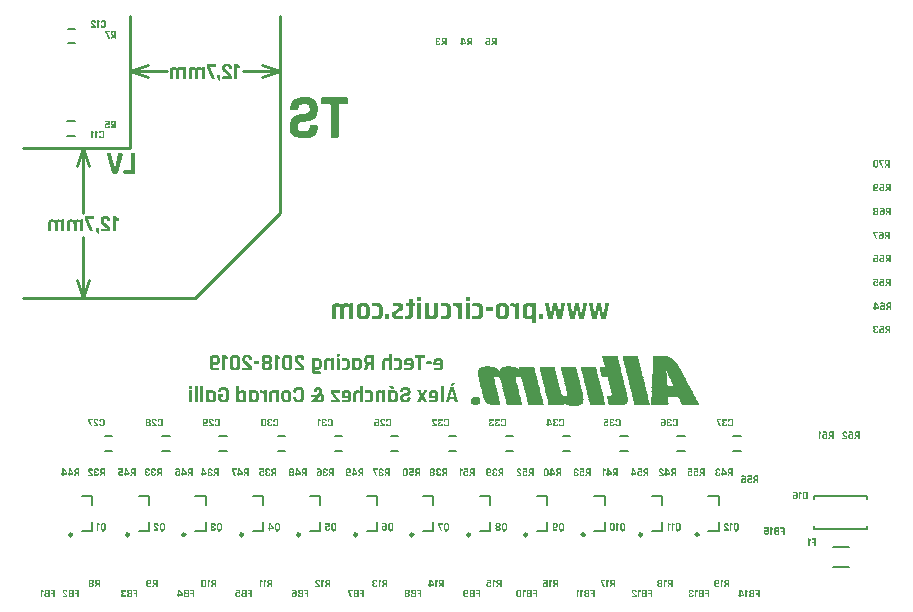
<source format=gbo>
G04*
G04 #@! TF.GenerationSoftware,Altium Limited,Altium Designer,18.1.9 (240)*
G04*
G04 Layer_Color=32896*
%FSLAX44Y44*%
%MOMM*%
G71*
G01*
G75*
%ADD10C,0.2500*%
%ADD12C,0.2000*%
%ADD13C,0.1500*%
%ADD14C,0.2540*%
%ADD73C,0.0254*%
G36*
X200811Y492340D02*
X201045Y492262D01*
X201357Y491872D01*
X201513Y491403D01*
Y491325D01*
Y491247D01*
Y487654D01*
X201435Y487264D01*
X201357Y487029D01*
X200967Y486717D01*
X200576Y486561D01*
X194328D01*
X194015Y486483D01*
X193859Y486248D01*
X193781Y486014D01*
Y485936D01*
Y459224D01*
X193703Y458833D01*
X193625Y458599D01*
X193156Y458287D01*
X192766Y458130D01*
X188079D01*
X187689Y458209D01*
X187454Y458287D01*
X187142Y458677D01*
X186986Y459068D01*
Y459146D01*
Y459224D01*
Y485936D01*
X186908Y486326D01*
X186674Y486483D01*
X186439Y486561D01*
X180269D01*
X179878Y486639D01*
X179566Y486717D01*
X179410Y486873D01*
X179254Y487107D01*
X179097Y487498D01*
Y487576D01*
Y487654D01*
Y491247D01*
X179175Y491637D01*
X179254Y491950D01*
X179488Y492106D01*
X179644Y492262D01*
X180113Y492419D01*
X200420D01*
X200811Y492340D01*
D02*
G37*
G36*
X168631D02*
X169959Y492028D01*
X171052Y491716D01*
X171990Y491247D01*
X172771Y490856D01*
X173239Y490466D01*
X173630Y490154D01*
X173708Y490075D01*
X174489Y489138D01*
X175036Y488123D01*
X175504Y487029D01*
X175739Y486014D01*
X175895Y485077D01*
X175973Y484374D01*
X176051Y484061D01*
Y483827D01*
Y483749D01*
Y483671D01*
Y481796D01*
X175973Y480625D01*
X175817Y479531D01*
X175661Y478594D01*
X175426Y477813D01*
X175192Y477188D01*
X174958Y476719D01*
X174880Y476407D01*
X174802Y476329D01*
X174333Y475626D01*
X173786Y475001D01*
X173239Y474533D01*
X172771Y474142D01*
X172302Y473830D01*
X171990Y473673D01*
X171755Y473517D01*
X171677D01*
X170271Y473049D01*
X169569Y472814D01*
X168944Y472658D01*
X168397Y472502D01*
X168006Y472424D01*
X167694Y472346D01*
X167616D01*
X166054Y472033D01*
X165429Y471955D01*
X164804Y471877D01*
X164335Y471799D01*
X163945Y471721D01*
X163633D01*
X162383Y471486D01*
X161836Y471330D01*
X161367Y471174D01*
X160977Y471018D01*
X160743Y470862D01*
X160586Y470784D01*
X160508Y470705D01*
X160118Y470393D01*
X159805Y470002D01*
X159571Y469612D01*
X159415Y469221D01*
X159337Y468909D01*
X159259Y468596D01*
Y468440D01*
Y468362D01*
Y467737D01*
Y466956D01*
X159415Y466331D01*
X159493Y465863D01*
X159649Y465472D01*
X159805Y465160D01*
X159962Y464926D01*
X160040Y464847D01*
X160118Y464769D01*
X160430Y464535D01*
X160899Y464301D01*
X161836Y464066D01*
X162227D01*
X162617Y463988D01*
X166210D01*
X166835Y464066D01*
X167303Y464223D01*
X167694Y464379D01*
X168006Y464457D01*
X168241Y464613D01*
X168319Y464691D01*
X168397D01*
X168631Y465004D01*
X168866Y465472D01*
X169100Y466410D01*
Y466800D01*
X169178Y467191D01*
Y467425D01*
Y467503D01*
Y467894D01*
X169256Y468284D01*
X169334Y468596D01*
X169569Y468753D01*
X169725Y468909D01*
X170193Y469065D01*
X174880D01*
X175270Y468987D01*
X175504Y468909D01*
X175817Y468518D01*
X175973Y468050D01*
Y467972D01*
Y467894D01*
Y466878D01*
X175895Y465394D01*
X175583Y464066D01*
X175192Y462973D01*
X174802Y462036D01*
X174333Y461333D01*
X174021Y460786D01*
X173708Y460474D01*
X173630Y460396D01*
X172693Y459614D01*
X171599Y459068D01*
X170584Y458677D01*
X169490Y458443D01*
X168553Y458287D01*
X167850Y458130D01*
X161289D01*
X159805Y458209D01*
X158556Y458521D01*
X157384Y458833D01*
X156525Y459302D01*
X155744Y459693D01*
X155197Y460083D01*
X154885Y460317D01*
X154807Y460396D01*
X154026Y461333D01*
X153479Y462348D01*
X153010Y463442D01*
X152776Y464457D01*
X152620Y465394D01*
X152464Y466175D01*
Y466488D01*
Y466722D01*
Y466800D01*
Y466878D01*
Y468675D01*
X152542Y469846D01*
X152620Y470862D01*
X152854Y471721D01*
X153088Y472502D01*
X153323Y473127D01*
X153479Y473517D01*
X153635Y473830D01*
X153713Y473908D01*
X154182Y474611D01*
X154728Y475235D01*
X155275Y475704D01*
X155744Y476095D01*
X156213Y476407D01*
X156525Y476641D01*
X156759Y476797D01*
X156837D01*
X158165Y477266D01*
X159571Y477657D01*
X160899Y477969D01*
X162148Y478203D01*
X163242Y478438D01*
X164101Y478516D01*
X164414D01*
X164648Y478594D01*
X164882D01*
X165663Y478672D01*
X166288Y478828D01*
X166913Y478984D01*
X167381Y479219D01*
X168163Y479687D01*
X168709Y480156D01*
X169022Y480703D01*
X169178Y481093D01*
X169256Y481406D01*
Y481484D01*
Y482499D01*
Y483280D01*
X169100Y483983D01*
X169022Y484530D01*
X168866Y484999D01*
X168709Y485311D01*
X168631Y485545D01*
X168475Y485701D01*
X168085Y486014D01*
X167694Y486170D01*
X166679Y486483D01*
X166210D01*
X165819Y486561D01*
X162695D01*
X162070Y486404D01*
X161602Y486326D01*
X161133Y486170D01*
X160899Y486014D01*
X160665Y485936D01*
X160508Y485780D01*
X160274Y485467D01*
X160040Y484999D01*
X159805Y484061D01*
X159727Y483671D01*
Y483280D01*
Y483046D01*
Y482968D01*
Y482655D01*
X159649Y482265D01*
X159571Y481953D01*
X159337Y481796D01*
X159102Y481640D01*
X158712Y481484D01*
X154026D01*
X153635Y481562D01*
X153401Y481640D01*
X153088Y482109D01*
X152932Y482499D01*
Y482577D01*
Y482655D01*
Y483671D01*
X153010Y485155D01*
X153323Y486404D01*
X153635Y487498D01*
X154104Y488435D01*
X154494Y489138D01*
X154885Y489685D01*
X155197Y489997D01*
X155275Y490075D01*
X156213Y490856D01*
X157306Y491403D01*
X158399Y491872D01*
X159415Y492106D01*
X160352Y492262D01*
X161133Y492419D01*
X167147D01*
X168631Y492340D01*
D02*
G37*
G36*
X304308Y323450D02*
X304425Y323411D01*
X304581Y323216D01*
X304659Y323021D01*
Y322981D01*
Y322943D01*
Y320639D01*
X304620Y320444D01*
X304581Y320327D01*
X304386Y320171D01*
X304191Y320093D01*
X301770D01*
X301614Y320132D01*
X301458Y320171D01*
X301341Y320366D01*
X301263Y320561D01*
Y320600D01*
Y320639D01*
Y322981D01*
X301302Y323138D01*
X301341Y323294D01*
X301497Y323411D01*
X301692Y323489D01*
X304113D01*
X304308Y323450D01*
D02*
G37*
G36*
X263512D02*
X263629Y323411D01*
X263785Y323216D01*
X263863Y323021D01*
Y322981D01*
Y322943D01*
Y320639D01*
X263824Y320444D01*
X263785Y320327D01*
X263589Y320171D01*
X263394Y320093D01*
X260974D01*
X260818Y320132D01*
X260662Y320171D01*
X260544Y320366D01*
X260466Y320561D01*
Y320600D01*
Y320639D01*
Y322981D01*
X260505Y323138D01*
X260544Y323294D01*
X260701Y323411D01*
X260896Y323489D01*
X263316D01*
X263512Y323450D01*
D02*
G37*
G36*
X360564Y318297D02*
X360681Y318258D01*
X360838Y318063D01*
X360916Y317828D01*
Y317789D01*
Y317750D01*
Y301666D01*
X360877Y301510D01*
X360838Y301393D01*
X360643Y301236D01*
X360447Y301158D01*
X358105D01*
X357910Y301197D01*
X357753Y301236D01*
X357676Y301315D01*
X357597Y301432D01*
X357519Y301588D01*
Y301627D01*
Y301666D01*
Y306155D01*
X357402D01*
X357285Y305921D01*
X357129Y305687D01*
X356777Y305375D01*
X356621Y305257D01*
X356504Y305179D01*
X356426Y305101D01*
X356387D01*
X355841Y304906D01*
X355333Y304789D01*
X355138D01*
X354982Y304750D01*
X353732D01*
X352991Y304789D01*
X352366Y304906D01*
X351819Y305101D01*
X351390Y305296D01*
X351039Y305492D01*
X350804Y305687D01*
X350648Y305804D01*
X350609Y305843D01*
X350258Y306312D01*
X349985Y306819D01*
X349828Y307366D01*
X349672Y307873D01*
X349594Y308342D01*
X349555Y308732D01*
Y308888D01*
Y309005D01*
Y309044D01*
Y309083D01*
Y314002D01*
X349594Y314744D01*
X349711Y315369D01*
X349907Y315915D01*
X350063Y316384D01*
X350258Y316735D01*
X350453Y317008D01*
X350570Y317165D01*
X350609Y317204D01*
X351039Y317594D01*
X351546Y317867D01*
X352054Y318063D01*
X352561Y318180D01*
X353030Y318297D01*
X353381Y318336D01*
X354826D01*
X355411Y318258D01*
X355919Y318141D01*
X356114Y318063D01*
X356270Y318023D01*
X356348Y317945D01*
X356387D01*
X356660Y317789D01*
X356856Y317633D01*
X357051Y317477D01*
X357168Y317282D01*
X357285Y317126D01*
X357363Y317008D01*
X357402Y316930D01*
Y316891D01*
X357519D01*
Y317750D01*
X357558Y317945D01*
X357597Y318102D01*
X357715Y318180D01*
X357793Y318258D01*
X358027Y318336D01*
X360369D01*
X360564Y318297D01*
D02*
G37*
G36*
X206006Y318297D02*
X206123Y318258D01*
X206279Y318062D01*
X206357Y317828D01*
Y317789D01*
Y317750D01*
Y305296D01*
X206318Y305101D01*
X206279Y304984D01*
X206084Y304828D01*
X205889Y304750D01*
X203546Y304750D01*
X203351Y304789D01*
X203195Y304828D01*
X203117Y304906D01*
X203039Y305023D01*
X202961Y305218D01*
Y305257D01*
Y305296D01*
Y313378D01*
X202922Y313729D01*
X202883Y314041D01*
X202805Y314315D01*
X202687Y314549D01*
X202375Y314900D01*
X202024Y315174D01*
X201712Y315291D01*
X201399Y315369D01*
X201204Y315408D01*
X199994D01*
X199760Y315330D01*
X199525Y315291D01*
X199369Y315213D01*
X199252Y315135D01*
X199174Y315096D01*
X199096Y315017D01*
X198979Y314861D01*
X198901Y314666D01*
X198783Y314276D01*
X198744Y314080D01*
Y313963D01*
Y313846D01*
Y313807D01*
Y305296D01*
X198705Y305101D01*
X198666Y304984D01*
X198432Y304828D01*
X198237Y304750D01*
X195934D01*
X195738Y304789D01*
X195582Y304828D01*
X195504Y304906D01*
X195426Y305023D01*
X195348Y305218D01*
Y305257D01*
Y305296D01*
Y313339D01*
X195309Y313690D01*
X195270Y314041D01*
X195192Y314315D01*
X195075Y314549D01*
X194762Y314900D01*
X194411Y315135D01*
X194099Y315291D01*
X193786Y315369D01*
X193591Y315408D01*
X192537D01*
X192303Y315330D01*
X192069Y315291D01*
X191912Y315213D01*
X191795Y315135D01*
X191717Y315096D01*
X191639Y315017D01*
X191522Y314861D01*
X191444Y314666D01*
X191327Y314276D01*
X191288Y314080D01*
Y313963D01*
Y313846D01*
Y313807D01*
Y305296D01*
X191249Y305101D01*
X191210Y304984D01*
X191015Y304828D01*
X190819Y304750D01*
X188477D01*
X188282Y304789D01*
X188126Y304828D01*
X188048Y304906D01*
X187969Y305023D01*
X187891Y305218D01*
Y305257D01*
Y305296D01*
Y314002D01*
X187930Y314744D01*
X188048Y315369D01*
X188243Y315915D01*
X188399Y316384D01*
X188594Y316735D01*
X188789Y317008D01*
X188906Y317165D01*
X188945Y317204D01*
X189375Y317594D01*
X189882Y317867D01*
X190390Y318062D01*
X190897Y318180D01*
X191366Y318297D01*
X191717Y318336D01*
X193240D01*
X193591Y318258D01*
X194255Y318062D01*
X194801Y317789D01*
X195231Y317477D01*
X195543Y317165D01*
X195777Y316891D01*
X195934Y316696D01*
X195973Y316657D01*
Y316618D01*
X196168Y316930D01*
X196402Y317204D01*
X196910Y317594D01*
X197456Y317906D01*
X198003Y318141D01*
X198510Y318258D01*
X198901Y318297D01*
X199057Y318336D01*
X200384D01*
X200735Y318258D01*
X201009Y318219D01*
X201282Y318141D01*
X201477Y318062D01*
X201633Y317984D01*
X201751Y317945D01*
X201789Y317906D01*
X202063Y317750D01*
X202258Y317594D01*
X202609Y317243D01*
X202766Y317008D01*
X202844Y316930D01*
Y316891D01*
X202961D01*
Y317750D01*
X203000Y317945D01*
X203039Y318102D01*
X203156Y318180D01*
X203234Y318258D01*
X203468Y318336D01*
X205811Y318336D01*
X206006Y318297D01*
D02*
G37*
G36*
X346549D02*
X346666Y318258D01*
X346822Y318062D01*
X346900Y317828D01*
Y317789D01*
Y317750D01*
Y305296D01*
X346861Y305101D01*
X346822Y304984D01*
X346627Y304828D01*
X346432Y304750D01*
X344090D01*
X343894Y304789D01*
X343738Y304828D01*
X343660Y304906D01*
X343582Y305023D01*
X343504Y305218D01*
Y305257D01*
Y305296D01*
Y313300D01*
X343465Y313690D01*
X343426Y314002D01*
X343348Y314276D01*
X343231Y314510D01*
X342918Y314900D01*
X342567Y315135D01*
X342255Y315291D01*
X341942Y315369D01*
X341747Y315408D01*
X339639D01*
X339483Y315447D01*
X339444Y315486D01*
X339405D01*
X339327Y315603D01*
X339288Y315759D01*
Y315876D01*
Y315915D01*
Y317750D01*
X339327Y317945D01*
X339366Y318102D01*
X339444Y318180D01*
X339561Y318258D01*
X339756Y318336D01*
X340810D01*
X341396Y318258D01*
X341903Y318141D01*
X342099Y318062D01*
X342255Y318023D01*
X342333Y317945D01*
X342372D01*
X342645Y317789D01*
X342840Y317633D01*
X343036Y317438D01*
X343153Y317282D01*
X343270Y317126D01*
X343348Y316969D01*
X343387Y316891D01*
Y316852D01*
X343504D01*
Y317750D01*
X343543Y317945D01*
X343582Y318102D01*
X343699Y318180D01*
X343777Y318258D01*
X344011Y318336D01*
X346354D01*
X346549Y318297D01*
D02*
G37*
G36*
X297827D02*
X297945Y318258D01*
X298101Y318062D01*
X298179Y317828D01*
Y317789D01*
Y317750D01*
Y305296D01*
X298140Y305101D01*
X298101Y304984D01*
X297906Y304828D01*
X297710Y304750D01*
X295368D01*
X295173Y304789D01*
X295017Y304828D01*
X294939Y304906D01*
X294860Y305023D01*
X294782Y305218D01*
Y305257D01*
Y305296D01*
Y313300D01*
X294743Y313690D01*
X294704Y314002D01*
X294626Y314276D01*
X294509Y314510D01*
X294197Y314900D01*
X293845Y315135D01*
X293533Y315291D01*
X293221Y315369D01*
X293026Y315408D01*
X290917D01*
X290761Y315447D01*
X290722Y315486D01*
X290683D01*
X290605Y315603D01*
X290566Y315759D01*
Y315876D01*
Y315915D01*
Y317750D01*
X290605Y317945D01*
X290644Y318102D01*
X290722Y318180D01*
X290839Y318258D01*
X291035Y318336D01*
X292089D01*
X292674Y318258D01*
X293182Y318141D01*
X293377Y318062D01*
X293533Y318023D01*
X293611Y317945D01*
X293650D01*
X293923Y317789D01*
X294119Y317633D01*
X294314Y317438D01*
X294431Y317282D01*
X294548Y317126D01*
X294626Y316969D01*
X294665Y316891D01*
Y316852D01*
X294782D01*
Y317750D01*
X294821Y317945D01*
X294860Y318102D01*
X294977Y318180D01*
X295056Y318258D01*
X295290Y318336D01*
X297632D01*
X297827Y318297D01*
D02*
G37*
G36*
X324101Y314549D02*
X324218Y314510D01*
X324375Y314315D01*
X324453Y314081D01*
Y314041D01*
Y314002D01*
Y312441D01*
X324413Y312246D01*
X324375Y312129D01*
X324179Y311972D01*
X323984Y311894D01*
X318831D01*
X318636Y311933D01*
X318519Y311972D01*
X318362Y312167D01*
X318284Y312363D01*
Y312402D01*
Y312441D01*
Y314002D01*
X318323Y314198D01*
X318362Y314354D01*
X318440Y314432D01*
X318558Y314510D01*
X318753Y314588D01*
X323906D01*
X324101Y314549D01*
D02*
G37*
G36*
X422638Y318297D02*
X422755Y318258D01*
X422833Y318141D01*
X422872Y318063D01*
Y317828D01*
Y317789D01*
Y317750D01*
X420217Y305296D01*
X420139Y305101D01*
X420061Y304984D01*
X419827Y304828D01*
X419632Y304750D01*
X416548D01*
X416352Y304789D01*
X416196Y304828D01*
X416001Y305023D01*
X415923Y305219D01*
X415884Y305257D01*
Y305296D01*
X414283Y314315D01*
X414088D01*
X412448Y305296D01*
X412370Y305101D01*
X412292Y304984D01*
X412097Y304828D01*
X411902Y304750D01*
X408779D01*
X408583Y304789D01*
X408427Y304828D01*
X408232Y305023D01*
X408154Y305219D01*
X408115Y305257D01*
Y305296D01*
X405460Y317750D01*
Y317945D01*
Y318102D01*
X405538Y318180D01*
X405616Y318258D01*
X405773Y318336D01*
X408427D01*
X408622Y318297D01*
X408740Y318258D01*
X408935Y318063D01*
X409013Y317828D01*
X409052Y317789D01*
Y317750D01*
X410301Y308654D01*
X410496D01*
X412331Y317750D01*
X412409Y317945D01*
X412487Y318102D01*
X412604Y318180D01*
X412722Y318258D01*
X412917Y318336D01*
X415376D01*
X415532Y318297D01*
X415689Y318258D01*
X415845Y318063D01*
X415923Y317828D01*
X415962Y317789D01*
Y317750D01*
X417875Y308654D01*
X418070D01*
X419280Y317750D01*
X419319Y317945D01*
X419397Y318102D01*
X419476Y318180D01*
X419593Y318258D01*
X419827Y318336D01*
X422481D01*
X422638Y318297D01*
D02*
G37*
G36*
X404094D02*
X404211Y318258D01*
X404289Y318141D01*
X404328Y318063D01*
Y317828D01*
Y317789D01*
Y317750D01*
X401673Y305296D01*
X401595Y305101D01*
X401517Y304984D01*
X401283Y304828D01*
X401088Y304750D01*
X398004D01*
X397808Y304789D01*
X397652Y304828D01*
X397457Y305023D01*
X397379Y305219D01*
X397340Y305257D01*
Y305296D01*
X395739Y314315D01*
X395544D01*
X393904Y305296D01*
X393826Y305101D01*
X393748Y304984D01*
X393553Y304828D01*
X393358Y304750D01*
X390235D01*
X390039Y304789D01*
X389883Y304828D01*
X389688Y305023D01*
X389610Y305219D01*
X389571Y305257D01*
Y305296D01*
X386916Y317750D01*
Y317945D01*
Y318102D01*
X386994Y318180D01*
X387072Y318258D01*
X387229Y318336D01*
X389883D01*
X390079Y318297D01*
X390196Y318258D01*
X390391Y318063D01*
X390469Y317828D01*
X390508Y317789D01*
Y317750D01*
X391757Y308654D01*
X391952D01*
X393787Y317750D01*
X393865Y317945D01*
X393943Y318102D01*
X394061Y318180D01*
X394178Y318258D01*
X394373Y318336D01*
X396832D01*
X396988Y318297D01*
X397145Y318258D01*
X397301Y318063D01*
X397379Y317828D01*
X397418Y317789D01*
Y317750D01*
X399331Y308654D01*
X399526D01*
X400736Y317750D01*
X400775Y317945D01*
X400854Y318102D01*
X400932Y318180D01*
X401049Y318258D01*
X401283Y318336D01*
X403938D01*
X404094Y318297D01*
D02*
G37*
G36*
X385550D02*
X385667Y318258D01*
X385745Y318141D01*
X385784Y318063D01*
Y317828D01*
Y317789D01*
Y317750D01*
X383129Y305296D01*
X383051Y305101D01*
X382973Y304984D01*
X382739Y304828D01*
X382544Y304750D01*
X379460D01*
X379264Y304789D01*
X379108Y304828D01*
X378913Y305023D01*
X378835Y305219D01*
X378796Y305257D01*
Y305296D01*
X377195Y314315D01*
X377000D01*
X375360Y305296D01*
X375282Y305101D01*
X375204Y304984D01*
X375009Y304828D01*
X374814Y304750D01*
X371691D01*
X371496Y304789D01*
X371339Y304828D01*
X371144Y305023D01*
X371066Y305219D01*
X371027Y305257D01*
Y305296D01*
X368372Y317750D01*
Y317945D01*
Y318102D01*
X368450Y318180D01*
X368529Y318258D01*
X368685Y318336D01*
X371339D01*
X371535Y318297D01*
X371652Y318258D01*
X371847Y318063D01*
X371925Y317828D01*
X371964Y317789D01*
Y317750D01*
X373213Y308654D01*
X373409D01*
X375243Y317750D01*
X375321Y317945D01*
X375400Y318102D01*
X375517Y318180D01*
X375634Y318258D01*
X375829Y318336D01*
X378288D01*
X378445Y318297D01*
X378601Y318258D01*
X378757Y318063D01*
X378835Y317828D01*
X378874Y317789D01*
Y317750D01*
X380787Y308654D01*
X380982D01*
X382192Y317750D01*
X382231Y317945D01*
X382310Y318102D01*
X382388Y318180D01*
X382505Y318258D01*
X382739Y318336D01*
X385394D01*
X385550Y318297D01*
D02*
G37*
G36*
X277683Y318297D02*
X277800Y318258D01*
X277956Y318062D01*
X278034Y317828D01*
Y317789D01*
Y317750D01*
Y309083D01*
X277995Y308342D01*
X277878Y307678D01*
X277683Y307131D01*
X277488Y306663D01*
X277332Y306312D01*
X277136Y306038D01*
X277019Y305882D01*
X276980Y305843D01*
X276551Y305492D01*
X276043Y305218D01*
X275536Y305023D01*
X275028Y304906D01*
X274599Y304828D01*
X274247Y304750D01*
X272998D01*
X272412Y304789D01*
X271905Y304945D01*
X271710Y304984D01*
X271554Y305062D01*
X271476Y305101D01*
X271437D01*
X271163Y305257D01*
X270968Y305414D01*
X270617Y305765D01*
X270539Y305921D01*
X270460Y306038D01*
X270382Y306116D01*
Y306155D01*
X270304D01*
Y305296D01*
X270265Y305101D01*
X270226Y304984D01*
X269992Y304828D01*
X269797Y304750D01*
X267493D01*
X267298Y304789D01*
X267142Y304828D01*
X267064Y304906D01*
X266986Y305023D01*
X266908Y305218D01*
Y305257D01*
Y305296D01*
Y317750D01*
X266947Y317945D01*
X266986Y318102D01*
X267103Y318180D01*
X267181Y318258D01*
X267415Y318336D01*
X269719D01*
X269914Y318297D01*
X270070Y318258D01*
X270148Y318141D01*
X270226Y318062D01*
X270304Y317828D01*
Y317789D01*
Y317750D01*
Y309708D01*
Y309357D01*
X270382Y309044D01*
X270460Y308771D01*
X270578Y308537D01*
X270890Y308186D01*
X271202Y307951D01*
X271554Y307795D01*
X271866Y307717D01*
X272061Y307678D01*
X273389D01*
X273662Y307717D01*
X273857Y307795D01*
X274013Y307873D01*
X274247Y307990D01*
X274326Y308029D01*
X274443Y308186D01*
X274521Y308381D01*
X274638Y308771D01*
Y308966D01*
X274677Y309083D01*
Y309200D01*
Y309240D01*
Y317750D01*
X274716Y317945D01*
X274755Y318102D01*
X274833Y318180D01*
X274950Y318258D01*
X275145Y318336D01*
X277488D01*
X277683Y318297D01*
D02*
G37*
G36*
X366459Y309044D02*
X366576Y309005D01*
X366733Y308810D01*
X366811Y308615D01*
Y308576D01*
Y308537D01*
Y305296D01*
X366772Y305101D01*
X366733Y304984D01*
X366538Y304828D01*
X366342Y304750D01*
X363883D01*
X363727Y304789D01*
X363571Y304828D01*
X363453Y305023D01*
X363375Y305219D01*
Y305257D01*
Y305296D01*
Y308576D01*
X363414Y308732D01*
X363453Y308888D01*
X363610Y309005D01*
X363805Y309083D01*
X366264D01*
X366459Y309044D01*
D02*
G37*
G36*
X334212Y318297D02*
X334876Y318180D01*
X335423Y317985D01*
X335891Y317789D01*
X336282Y317555D01*
X336516Y317399D01*
X336711Y317243D01*
X336750Y317204D01*
X337141Y316735D01*
X337414Y316228D01*
X337609Y315681D01*
X337726Y315174D01*
X337804Y314705D01*
X337882Y314354D01*
Y314198D01*
Y314081D01*
Y314041D01*
Y314002D01*
Y309083D01*
X337843Y308342D01*
X337687Y307678D01*
X337531Y307131D01*
X337297Y306663D01*
X337102Y306312D01*
X336906Y306038D01*
X336789Y305882D01*
X336750Y305843D01*
X336282Y305492D01*
X335735Y305218D01*
X335188Y305023D01*
X334681Y304906D01*
X334212Y304828D01*
X333822Y304750D01*
X331089D01*
X330348Y304789D01*
X329723Y304945D01*
X329176Y305101D01*
X328708Y305336D01*
X328357Y305531D01*
X328083Y305726D01*
X327927Y305843D01*
X327888Y305882D01*
X327498Y306351D01*
X327224Y306858D01*
X326990Y307405D01*
X326873Y307912D01*
X326795Y308381D01*
X326717Y308732D01*
Y308888D01*
Y309005D01*
Y309044D01*
Y309083D01*
Y314002D01*
X326756Y314744D01*
X326912Y315369D01*
X327068Y315915D01*
X327303Y316384D01*
X327498Y316735D01*
X327693Y317008D01*
X327849Y317165D01*
X327888Y317204D01*
X328357Y317594D01*
X328864Y317867D01*
X329411Y318062D01*
X329918Y318180D01*
X330387Y318297D01*
X330738Y318336D01*
X333471D01*
X334212Y318297D01*
D02*
G37*
G36*
X312350D02*
X313014Y318180D01*
X313561Y317985D01*
X314029Y317789D01*
X314419Y317555D01*
X314654Y317399D01*
X314849Y317243D01*
X314888Y317204D01*
X315278Y316735D01*
X315551Y316228D01*
X315747Y315681D01*
X315864Y315174D01*
X315942Y314705D01*
X316020Y314354D01*
Y314198D01*
Y314081D01*
Y314041D01*
Y314002D01*
Y309083D01*
X315981Y308342D01*
X315825Y307678D01*
X315669Y307131D01*
X315434Y306663D01*
X315239Y306312D01*
X315044Y306038D01*
X314927Y305882D01*
X314888Y305843D01*
X314419Y305492D01*
X313873Y305218D01*
X313326Y305023D01*
X312819Y304906D01*
X312350Y304828D01*
X311960Y304750D01*
X307626D01*
X307431Y304789D01*
X307275Y304828D01*
X307236Y304867D01*
X307197D01*
X307119Y304984D01*
X307080Y305101D01*
Y305218D01*
Y305257D01*
Y307092D01*
X307119Y307288D01*
X307158Y307444D01*
X307236Y307522D01*
X307353Y307600D01*
X307548Y307678D01*
X311374D01*
X311609Y307717D01*
X311804Y307795D01*
X311999Y307873D01*
X312116Y307912D01*
X312194Y307990D01*
X312272Y308029D01*
X312389Y308186D01*
X312467Y308381D01*
X312584Y308771D01*
Y308966D01*
X312624Y309083D01*
Y309200D01*
Y309240D01*
Y313807D01*
Y314119D01*
X312584Y314354D01*
X312506Y314588D01*
X312428Y314744D01*
X312389Y314861D01*
X312311Y314939D01*
X312272Y315017D01*
X312116Y315135D01*
X311921Y315252D01*
X311530Y315369D01*
X311335Y315408D01*
X307626D01*
X307431Y315447D01*
X307275Y315486D01*
X307236Y315525D01*
X307197D01*
X307119Y315642D01*
X307080Y315759D01*
Y315876D01*
Y315915D01*
Y317750D01*
X307119Y317945D01*
X307158Y318102D01*
X307236Y318180D01*
X307353Y318258D01*
X307548Y318336D01*
X311609D01*
X312350Y318297D01*
D02*
G37*
G36*
X304308D02*
X304425Y318258D01*
X304581Y318062D01*
X304659Y317828D01*
Y317789D01*
Y317750D01*
Y305296D01*
X304620Y305101D01*
X304581Y304984D01*
X304347Y304828D01*
X304152Y304750D01*
X301575D01*
X301458Y304789D01*
X301419Y304828D01*
X301380D01*
X301302Y304945D01*
X301263Y305101D01*
Y305257D01*
Y305296D01*
Y317750D01*
X301302Y317945D01*
X301341Y318102D01*
X301419Y318180D01*
X301536Y318258D01*
X301731Y318336D01*
X304113D01*
X304308Y318297D01*
D02*
G37*
G36*
X285491D02*
X286154Y318180D01*
X286701Y317985D01*
X287170Y317789D01*
X287560Y317555D01*
X287794Y317399D01*
X287989Y317243D01*
X288029Y317204D01*
X288419Y316735D01*
X288692Y316228D01*
X288887Y315681D01*
X289004Y315174D01*
X289083Y314705D01*
X289161Y314354D01*
Y314198D01*
Y314081D01*
Y314041D01*
Y314002D01*
Y309083D01*
X289122Y308342D01*
X288965Y307678D01*
X288809Y307131D01*
X288575Y306663D01*
X288380Y306312D01*
X288185Y306038D01*
X288067Y305882D01*
X288029Y305843D01*
X287560Y305492D01*
X287013Y305218D01*
X286467Y305023D01*
X285959Y304906D01*
X285491Y304828D01*
X285100Y304750D01*
X280767D01*
X280572Y304789D01*
X280416Y304828D01*
X280377Y304867D01*
X280338D01*
X280259Y304984D01*
X280221Y305101D01*
Y305218D01*
Y305257D01*
Y307092D01*
X280259Y307288D01*
X280299Y307444D01*
X280377Y307522D01*
X280494Y307600D01*
X280689Y307678D01*
X284515D01*
X284749Y307717D01*
X284944Y307795D01*
X285140Y307873D01*
X285257Y307912D01*
X285335Y307990D01*
X285413Y308029D01*
X285530Y308186D01*
X285608Y308381D01*
X285725Y308771D01*
Y308966D01*
X285764Y309083D01*
Y309200D01*
Y309240D01*
Y313807D01*
Y314119D01*
X285725Y314354D01*
X285647Y314588D01*
X285569Y314744D01*
X285530Y314861D01*
X285452Y314939D01*
X285413Y315017D01*
X285257Y315135D01*
X285061Y315252D01*
X284671Y315369D01*
X284476Y315408D01*
X280767D01*
X280572Y315447D01*
X280416Y315486D01*
X280377Y315525D01*
X280338D01*
X280259Y315642D01*
X280221Y315759D01*
Y315876D01*
Y315915D01*
Y317750D01*
X280259Y317945D01*
X280299Y318102D01*
X280377Y318180D01*
X280494Y318258D01*
X280689Y318336D01*
X284749D01*
X285491Y318297D01*
D02*
G37*
G36*
X263512D02*
X263629Y318258D01*
X263785Y318062D01*
X263863Y317828D01*
Y317789D01*
Y317750D01*
Y305296D01*
X263824Y305101D01*
X263785Y304984D01*
X263550Y304828D01*
X263355Y304750D01*
X260779D01*
X260662Y304789D01*
X260623Y304828D01*
X260583D01*
X260505Y304945D01*
X260466Y305101D01*
Y305257D01*
Y305296D01*
Y317750D01*
X260505Y317945D01*
X260544Y318102D01*
X260623Y318180D01*
X260740Y318258D01*
X260935Y318336D01*
X263316D01*
X263512Y318297D01*
D02*
G37*
G36*
X256406Y321693D02*
X256562Y321654D01*
X256640Y321537D01*
X256719Y321459D01*
X256797Y321225D01*
Y321186D01*
Y321147D01*
Y318609D01*
X256836Y318453D01*
X256914Y318375D01*
X257031Y318336D01*
X258163D01*
X258358Y318297D01*
X258475Y318258D01*
X258631Y318062D01*
X258710Y317828D01*
Y317789D01*
Y317750D01*
Y315915D01*
X258671Y315720D01*
X258631Y315603D01*
X258592Y315525D01*
Y315486D01*
X258475Y315447D01*
X258319Y315408D01*
X257070D01*
X256914Y315369D01*
X256836Y315252D01*
X256797Y315135D01*
Y315096D01*
Y309044D01*
X256758Y308303D01*
X256601Y307678D01*
X256406Y307131D01*
X256211Y306663D01*
X255977Y306312D01*
X255821Y306038D01*
X255665Y305882D01*
X255625Y305843D01*
X255157Y305492D01*
X254610Y305218D01*
X254103Y305023D01*
X253556Y304906D01*
X253088Y304828D01*
X252736Y304750D01*
X250745D01*
X250550Y304789D01*
X250394Y304828D01*
X250355Y304867D01*
X250316D01*
X250238Y304984D01*
X250199Y305101D01*
Y305218D01*
Y305257D01*
Y307092D01*
X250238Y307288D01*
X250277Y307444D01*
X250355Y307522D01*
X250472Y307600D01*
X250667Y307678D01*
X252112D01*
X252346Y307717D01*
X252580Y307795D01*
X252736Y307873D01*
X252893Y307912D01*
X252971Y307990D01*
X253049Y308029D01*
X253166Y308186D01*
X253244Y308381D01*
X253361Y308732D01*
Y308927D01*
X253400Y309083D01*
Y309161D01*
Y309200D01*
Y315096D01*
X253361Y315291D01*
X253244Y315369D01*
X253127Y315408D01*
X251019D01*
X250784Y315447D01*
X250667Y315486D01*
X250589Y315525D01*
X250550D01*
X250472Y315642D01*
X250433Y315759D01*
Y315876D01*
Y315915D01*
Y317750D01*
X250472Y317945D01*
X250511Y318102D01*
X250628Y318180D01*
X250706Y318258D01*
X250941Y318336D01*
X253088D01*
X253283Y318375D01*
X253361Y318492D01*
X253400Y318570D01*
Y318609D01*
Y321147D01*
X253439Y321342D01*
X253478Y321498D01*
X253595Y321576D01*
X253673Y321654D01*
X253908Y321732D01*
X256211D01*
X256406Y321693D01*
D02*
G37*
G36*
X245163Y318297D02*
X245787Y318180D01*
X246334Y318062D01*
X246763Y317906D01*
X247115Y317711D01*
X247349Y317594D01*
X247505Y317477D01*
X247544Y317438D01*
X247857Y317087D01*
X248091Y316657D01*
X248286Y316189D01*
X248403Y315759D01*
X248481Y315330D01*
X248520Y315017D01*
Y314783D01*
Y314744D01*
Y314705D01*
X248481Y314276D01*
X248403Y313846D01*
X248325Y313495D01*
X248208Y313222D01*
X248091Y312948D01*
X247974Y312792D01*
X247935Y312675D01*
X247896Y312636D01*
X247622Y312363D01*
X247310Y312089D01*
X246646Y311621D01*
X246334Y311426D01*
X246100Y311270D01*
X245944Y311192D01*
X245865Y311152D01*
X243211Y309708D01*
X242859Y309474D01*
X242586Y309279D01*
X242391Y309044D01*
X242235Y308849D01*
X242157Y308693D01*
X242118Y308576D01*
Y308498D01*
Y308459D01*
Y308342D01*
X242157Y308068D01*
X242313Y307873D01*
X242547Y307717D01*
X242781Y307639D01*
X243016Y307561D01*
X243250Y307522D01*
X248091D01*
X248208Y307483D01*
X248286Y307444D01*
X248325Y307405D01*
X248403Y307288D01*
X248442Y307170D01*
Y307053D01*
Y307014D01*
Y305296D01*
X248403Y305101D01*
X248364Y304984D01*
X248169Y304828D01*
X247974Y304750D01*
X242820D01*
X242079Y304789D01*
X241454Y304906D01*
X240868Y305062D01*
X240400Y305296D01*
X240009Y305570D01*
X239658Y305882D01*
X239385Y306194D01*
X239151Y306546D01*
X238995Y306858D01*
X238877Y307170D01*
X238760Y307483D01*
X238721Y307756D01*
X238682Y307990D01*
X238643Y308146D01*
Y308263D01*
Y308303D01*
X238682Y308771D01*
X238721Y309161D01*
X238838Y309513D01*
X238916Y309825D01*
X239034Y310059D01*
X239151Y310215D01*
X239190Y310333D01*
X239229Y310372D01*
X239463Y310645D01*
X239775Y310957D01*
X240400Y311426D01*
X240673Y311621D01*
X240907Y311777D01*
X241064Y311855D01*
X241142Y311894D01*
X243835Y313495D01*
X244226Y313729D01*
X244499Y313963D01*
X244694Y314159D01*
X244811Y314354D01*
X244890Y314471D01*
X244968Y314588D01*
Y314666D01*
Y314705D01*
Y314822D01*
X244928Y315056D01*
X244772Y315213D01*
X244577Y315330D01*
X244304Y315408D01*
X244070Y315447D01*
X243874Y315486D01*
X239970D01*
X239775Y315525D01*
X239619Y315564D01*
X239580Y315603D01*
X239541D01*
X239463Y315720D01*
X239424Y315876D01*
Y315993D01*
Y316033D01*
Y317750D01*
X239463Y317945D01*
X239502Y318102D01*
X239580Y318180D01*
X239697Y318258D01*
X239892Y318336D01*
X244421D01*
X245163Y318297D01*
D02*
G37*
G36*
X236418Y309044D02*
X236535Y309005D01*
X236691Y308810D01*
X236769Y308615D01*
Y308576D01*
Y308537D01*
Y305296D01*
X236730Y305101D01*
X236691Y304984D01*
X236496Y304828D01*
X236301Y304750D01*
X233841D01*
X233685Y304789D01*
X233529Y304828D01*
X233412Y305023D01*
X233334Y305218D01*
Y305257D01*
Y305296D01*
Y308576D01*
X233373Y308732D01*
X233412Y308888D01*
X233568Y309005D01*
X233763Y309083D01*
X236223D01*
X236418Y309044D01*
D02*
G37*
G36*
X227478Y318297D02*
X228141Y318180D01*
X228688Y317985D01*
X229156Y317789D01*
X229547Y317555D01*
X229781Y317399D01*
X229976Y317243D01*
X230015Y317204D01*
X230406Y316735D01*
X230679Y316228D01*
X230874Y315681D01*
X230991Y315174D01*
X231069Y314705D01*
X231147Y314354D01*
Y314198D01*
Y314081D01*
Y314041D01*
Y314002D01*
Y309083D01*
X231108Y308342D01*
X230952Y307678D01*
X230796Y307131D01*
X230562Y306663D01*
X230367Y306312D01*
X230172Y306038D01*
X230054Y305882D01*
X230015Y305843D01*
X229547Y305492D01*
X229000Y305218D01*
X228454Y305023D01*
X227946Y304906D01*
X227478Y304828D01*
X227087Y304750D01*
X222754D01*
X222559Y304789D01*
X222403Y304828D01*
X222363Y304867D01*
X222325D01*
X222246Y304984D01*
X222207Y305101D01*
Y305218D01*
Y305257D01*
Y307092D01*
X222246Y307288D01*
X222285Y307444D01*
X222363Y307522D01*
X222481Y307600D01*
X222676Y307678D01*
X226502D01*
X226736Y307717D01*
X226931Y307795D01*
X227126Y307873D01*
X227243Y307912D01*
X227322Y307990D01*
X227400Y308029D01*
X227517Y308186D01*
X227595Y308381D01*
X227712Y308771D01*
Y308966D01*
X227751Y309083D01*
Y309200D01*
Y309240D01*
Y313807D01*
Y314119D01*
X227712Y314354D01*
X227634Y314588D01*
X227556Y314744D01*
X227517Y314861D01*
X227439Y314939D01*
X227400Y315017D01*
X227243Y315135D01*
X227048Y315252D01*
X226658Y315369D01*
X226463Y315408D01*
X222754D01*
X222559Y315447D01*
X222403Y315486D01*
X222363Y315525D01*
X222325D01*
X222246Y315642D01*
X222207Y315759D01*
Y315876D01*
Y315915D01*
Y317750D01*
X222246Y317945D01*
X222285Y318102D01*
X222363Y318180D01*
X222481Y318258D01*
X222676Y318336D01*
X226736D01*
X227478Y318297D01*
D02*
G37*
G36*
X216507D02*
X217171Y318180D01*
X217718Y317985D01*
X218186Y317789D01*
X218577Y317555D01*
X218811Y317399D01*
X219006Y317243D01*
X219045Y317204D01*
X219436Y316735D01*
X219709Y316228D01*
X219904Y315681D01*
X220021Y315174D01*
X220099Y314705D01*
X220177Y314354D01*
Y314198D01*
Y314081D01*
Y314041D01*
Y314002D01*
Y309083D01*
X220138Y308342D01*
X219982Y307678D01*
X219826Y307131D01*
X219592Y306663D01*
X219396Y306312D01*
X219201Y306038D01*
X219084Y305882D01*
X219045Y305843D01*
X218577Y305492D01*
X218030Y305218D01*
X217484Y305023D01*
X216976Y304906D01*
X216507Y304828D01*
X216117Y304750D01*
X213384D01*
X212643Y304789D01*
X212018Y304945D01*
X211471Y305101D01*
X211003Y305336D01*
X210652Y305531D01*
X210378Y305726D01*
X210222Y305843D01*
X210183Y305882D01*
X209793Y306351D01*
X209519Y306858D01*
X209285Y307405D01*
X209168Y307912D01*
X209090Y308381D01*
X209012Y308732D01*
Y308888D01*
Y309005D01*
Y309044D01*
Y309083D01*
Y314002D01*
X209051Y314744D01*
X209207Y315369D01*
X209363Y315915D01*
X209597Y316384D01*
X209793Y316735D01*
X209988Y317008D01*
X210144Y317165D01*
X210183Y317204D01*
X210652Y317594D01*
X211159Y317867D01*
X211706Y318062D01*
X212213Y318180D01*
X212682Y318297D01*
X213033Y318336D01*
X215766D01*
X216507Y318297D01*
D02*
G37*
G36*
X10488Y445063D02*
X10644Y445024D01*
X10723Y444907D01*
X10801Y444790D01*
Y444594D01*
Y444516D01*
Y444477D01*
X6662Y428510D01*
X6584Y428315D01*
X6506Y428198D01*
X6272Y428041D01*
X6077Y427963D01*
X2485D01*
X2329Y428002D01*
X2173Y428041D01*
X1978Y428237D01*
X1900Y428432D01*
X1860Y428471D01*
Y428510D01*
X-2278Y444477D01*
X-2317Y444672D01*
X-2278Y444828D01*
X-2161Y444946D01*
X-2083Y445024D01*
X-1848Y445102D01*
X767D01*
X923Y445063D01*
X1080Y445024D01*
X1275Y444828D01*
X1353Y444594D01*
X1392Y444555D01*
Y444516D01*
X4203Y431399D01*
X4320D01*
X7092Y444516D01*
X7170Y444711D01*
X7248Y444868D01*
X7365Y444946D01*
X7482Y445024D01*
X7677Y445102D01*
X10254D01*
X10488Y445063D01*
D02*
G37*
G36*
X21107D02*
X21224Y445024D01*
X21380Y444828D01*
X21458Y444594D01*
Y444555D01*
Y444516D01*
Y428510D01*
X21419Y428315D01*
X21380Y428198D01*
X21185Y428041D01*
X20990Y427963D01*
X12128D01*
X11933Y428002D01*
X11816Y428041D01*
X11659Y428237D01*
X11581Y428432D01*
Y428471D01*
Y428510D01*
Y430306D01*
X11620Y430501D01*
X11659Y430657D01*
X11738Y430735D01*
X11855Y430813D01*
X12050Y430891D01*
X17750D01*
X17945Y430930D01*
X18023Y431048D01*
X18062Y431165D01*
Y431204D01*
Y444516D01*
X18101Y444711D01*
X18140Y444868D01*
X18257Y444946D01*
X18335Y445024D01*
X18570Y445102D01*
X20912D01*
X21107Y445063D01*
D02*
G37*
G36*
X292390Y250946D02*
X292478Y250917D01*
X292537Y250887D01*
Y250858D01*
Y250770D01*
Y250682D01*
X292507Y250624D01*
X292478Y250595D01*
X290838Y248662D01*
X290662Y248515D01*
X290516Y248427D01*
X290399Y248398D01*
X288993D01*
X288876Y248427D01*
X288817Y248457D01*
X288759Y248545D01*
Y248632D01*
X288788Y248779D01*
X288817Y248808D01*
Y248837D01*
X289696Y250624D01*
X289784Y250741D01*
X289872Y250829D01*
X290077Y250946D01*
X290252Y250975D01*
X292273D01*
X292390Y250946D01*
D02*
G37*
G36*
X69112Y248310D02*
X69200Y248281D01*
X69317Y248134D01*
X69376Y247988D01*
Y247959D01*
Y247929D01*
Y246202D01*
X69347Y246055D01*
X69317Y245967D01*
X69171Y245850D01*
X69025Y245792D01*
X67209D01*
X67092Y245821D01*
X66975Y245850D01*
X66887Y245997D01*
X66828Y246143D01*
Y246172D01*
Y246202D01*
Y247959D01*
X66857Y248076D01*
X66887Y248193D01*
X67004Y248281D01*
X67150Y248340D01*
X68966D01*
X69112Y248310D01*
D02*
G37*
G36*
X238972Y248310D02*
X239090Y248281D01*
X239265Y248164D01*
X239382Y248017D01*
X239412Y247988D01*
Y247959D01*
X240319Y246172D01*
X240378Y246026D01*
Y245938D01*
X240349Y245850D01*
X240290Y245821D01*
X240173Y245762D01*
X238855D01*
X238621Y245792D01*
X238416Y245879D01*
X238299Y245967D01*
X238269Y245997D01*
X236659Y247929D01*
X236571Y248047D01*
Y248105D01*
Y248164D01*
Y248193D01*
X236629Y248281D01*
X236717Y248310D01*
X236805Y248340D01*
X238826D01*
X238972Y248310D01*
D02*
G37*
G36*
X233115Y244445D02*
X233203Y244415D01*
X233320Y244269D01*
X233379Y244093D01*
Y244064D01*
Y244035D01*
Y234692D01*
X233349Y234546D01*
X233320Y234458D01*
X233174Y234341D01*
X233027Y234282D01*
X231270D01*
X231124Y234311D01*
X231007Y234341D01*
X230948Y234399D01*
X230889Y234487D01*
X230831Y234634D01*
Y234663D01*
Y234692D01*
Y240754D01*
X230802Y241018D01*
X230772Y241252D01*
X230714Y241457D01*
X230626Y241633D01*
X230392Y241897D01*
X230128Y242102D01*
X229894Y242189D01*
X229659Y242248D01*
X229513Y242277D01*
X228517D01*
X228312Y242219D01*
X228166Y242189D01*
X228049Y242131D01*
X227902Y242043D01*
X227844Y241984D01*
X227756Y241867D01*
X227668Y241721D01*
X227580Y241428D01*
X227551Y241282D01*
Y241194D01*
Y241106D01*
Y241077D01*
Y234692D01*
X227521Y234546D01*
X227492Y234458D01*
X227346Y234341D01*
X227199Y234282D01*
X225442D01*
X225296Y234311D01*
X225179Y234341D01*
X225120Y234399D01*
X225061Y234487D01*
X225003Y234634D01*
Y234663D01*
Y234692D01*
Y241223D01*
X225032Y241809D01*
X225149Y242307D01*
X225296Y242717D01*
X225501Y243097D01*
X225735Y243419D01*
X225998Y243683D01*
X226291Y243888D01*
X226584Y244064D01*
X226877Y244210D01*
X227170Y244298D01*
X227434Y244386D01*
X227668Y244415D01*
X227873Y244445D01*
X228019Y244474D01*
X228810D01*
X229308Y244415D01*
X229747Y244298D01*
X230069Y244122D01*
X230333Y243947D01*
X230538Y243742D01*
X230655Y243566D01*
X230714Y243449D01*
X230743Y243390D01*
X230831D01*
Y244035D01*
X230860Y244181D01*
X230889Y244298D01*
X230977Y244357D01*
X231036Y244415D01*
X231211Y244474D01*
X232969D01*
X233115Y244445D01*
D02*
G37*
G36*
X214431Y248310D02*
X214518Y248281D01*
X214636Y248134D01*
X214694Y247959D01*
Y247929D01*
Y247900D01*
Y234692D01*
X214665Y234546D01*
X214636Y234458D01*
X214489Y234341D01*
X214343Y234282D01*
X212586D01*
X212439Y234311D01*
X212322Y234341D01*
X212263Y234399D01*
X212205Y234487D01*
X212146Y234634D01*
Y234663D01*
Y234692D01*
Y240754D01*
X212117Y241018D01*
X212088Y241252D01*
X212029Y241457D01*
X211941Y241633D01*
X211707Y241896D01*
X211443Y242101D01*
X211209Y242189D01*
X210975Y242248D01*
X210828Y242277D01*
X209832D01*
X209627Y242219D01*
X209481Y242189D01*
X209364Y242131D01*
X209217Y242043D01*
X209159Y241984D01*
X209071Y241867D01*
X208983Y241721D01*
X208895Y241428D01*
X208866Y241282D01*
Y241194D01*
Y241106D01*
Y241077D01*
Y234692D01*
X208837Y234546D01*
X208808Y234458D01*
X208661Y234341D01*
X208515Y234282D01*
X206758D01*
X206611Y234311D01*
X206494Y234341D01*
X206435Y234399D01*
X206377Y234487D01*
X206318Y234634D01*
Y234663D01*
Y234692D01*
Y241223D01*
X206348Y241809D01*
X206465Y242307D01*
X206611Y242717D01*
X206816Y243097D01*
X207050Y243419D01*
X207314Y243683D01*
X207607Y243888D01*
X207900Y244064D01*
X208193Y244210D01*
X208485Y244298D01*
X208749Y244386D01*
X208983Y244415D01*
X209188Y244444D01*
X209335Y244474D01*
X210125D01*
X210623Y244415D01*
X211063Y244298D01*
X211385Y244122D01*
X211648Y243947D01*
X211853Y243742D01*
X211970Y243566D01*
X212029Y243449D01*
X212058Y243390D01*
X212146D01*
Y247900D01*
X212175Y248047D01*
X212205Y248164D01*
X212293Y248222D01*
X212351Y248281D01*
X212527Y248340D01*
X214284D01*
X214431Y248310D01*
D02*
G37*
G36*
X143060Y244444D02*
X143148Y244415D01*
X143265Y244269D01*
X143324Y244093D01*
Y244064D01*
Y244034D01*
Y234692D01*
X143294Y234546D01*
X143265Y234458D01*
X143119Y234341D01*
X142972Y234282D01*
X141215D01*
X141069Y234311D01*
X140951Y234341D01*
X140893Y234399D01*
X140834Y234487D01*
X140776Y234634D01*
Y234663D01*
Y234692D01*
Y240754D01*
X140746Y241018D01*
X140717Y241252D01*
X140659Y241457D01*
X140571Y241633D01*
X140336Y241896D01*
X140073Y242101D01*
X139838Y242189D01*
X139604Y242248D01*
X139458Y242277D01*
X138462D01*
X138257Y242219D01*
X138111Y242189D01*
X137993Y242131D01*
X137847Y242043D01*
X137788Y241984D01*
X137701Y241867D01*
X137613Y241721D01*
X137525Y241428D01*
X137496Y241282D01*
Y241194D01*
Y241106D01*
Y241077D01*
Y234692D01*
X137466Y234546D01*
X137437Y234458D01*
X137291Y234341D01*
X137144Y234282D01*
X135387D01*
X135241Y234311D01*
X135124Y234341D01*
X135065Y234399D01*
X135006Y234487D01*
X134948Y234634D01*
Y234663D01*
Y234692D01*
Y241223D01*
X134977Y241809D01*
X135094Y242307D01*
X135241Y242717D01*
X135446Y243097D01*
X135680Y243419D01*
X135943Y243683D01*
X136236Y243888D01*
X136529Y244064D01*
X136822Y244210D01*
X137115Y244298D01*
X137379Y244386D01*
X137613Y244415D01*
X137818Y244444D01*
X137964Y244474D01*
X138755D01*
X139253Y244415D01*
X139692Y244298D01*
X140014Y244122D01*
X140278Y243947D01*
X140483Y243742D01*
X140600Y243566D01*
X140659Y243449D01*
X140688Y243390D01*
X140776D01*
Y244034D01*
X140805Y244181D01*
X140834Y244298D01*
X140922Y244357D01*
X140981Y244415D01*
X141156Y244474D01*
X142914D01*
X143060Y244444D01*
D02*
G37*
G36*
X132605D02*
X132693Y244415D01*
X132810Y244269D01*
X132868Y244093D01*
Y244064D01*
Y244034D01*
Y234692D01*
X132839Y234546D01*
X132810Y234458D01*
X132663Y234341D01*
X132517Y234282D01*
X130760D01*
X130613Y234311D01*
X130496Y234341D01*
X130438Y234399D01*
X130379Y234487D01*
X130321Y234634D01*
Y234663D01*
Y234692D01*
Y240696D01*
X130291Y240989D01*
X130262Y241223D01*
X130203Y241428D01*
X130115Y241604D01*
X129881Y241896D01*
X129618Y242072D01*
X129383Y242189D01*
X129149Y242248D01*
X129003Y242277D01*
X127421D01*
X127304Y242307D01*
X127275Y242336D01*
X127246D01*
X127187Y242424D01*
X127158Y242541D01*
Y242629D01*
Y242658D01*
Y244034D01*
X127187Y244181D01*
X127216Y244298D01*
X127275Y244357D01*
X127363Y244415D01*
X127509Y244474D01*
X128300D01*
X128739Y244415D01*
X129120Y244327D01*
X129266Y244269D01*
X129383Y244239D01*
X129442Y244181D01*
X129471D01*
X129676Y244064D01*
X129823Y243947D01*
X129969Y243800D01*
X130057Y243683D01*
X130145Y243566D01*
X130203Y243449D01*
X130233Y243390D01*
Y243361D01*
X130321D01*
Y244034D01*
X130350Y244181D01*
X130379Y244298D01*
X130467Y244357D01*
X130526Y244415D01*
X130701Y244474D01*
X132458D01*
X132605Y244444D01*
D02*
G37*
G36*
X268698Y244445D02*
X268786Y244415D01*
X268815Y244327D01*
X268844Y244269D01*
X268815Y244093D01*
X268786Y244064D01*
Y244035D01*
X266267Y239466D01*
X268786Y234692D01*
X268844Y234546D01*
Y234458D01*
X268815Y234370D01*
X268756Y234341D01*
X268610Y234282D01*
X266501D01*
X266326Y234311D01*
X266208Y234341D01*
X266003Y234487D01*
X265916Y234634D01*
X265886Y234663D01*
Y234692D01*
X264627Y237738D01*
X264569D01*
X263309Y234692D01*
X263221Y234546D01*
X263133Y234458D01*
X262928Y234341D01*
X262753Y234282D01*
X260644D01*
X260527Y234311D01*
X260439Y234341D01*
X260380Y234370D01*
Y234399D01*
X260351Y234487D01*
Y234604D01*
X260380Y234663D01*
X260410Y234692D01*
X262987Y239466D01*
X260585Y244035D01*
X260527Y244181D01*
Y244298D01*
X260556Y244357D01*
X260615Y244415D01*
X260761Y244474D01*
X262841D01*
X262987Y244445D01*
X263133Y244415D01*
X263309Y244269D01*
X263426Y244093D01*
X263456Y244064D01*
Y244035D01*
X264569Y241018D01*
X264627D01*
X265886Y244035D01*
X265945Y244181D01*
X266062Y244298D01*
X266150Y244357D01*
X266267Y244415D01*
X266443Y244474D01*
X268551D01*
X268698Y244445D01*
D02*
G37*
G36*
X161481Y247110D02*
X161979Y247022D01*
X162389Y246875D01*
X162740Y246729D01*
X163033Y246553D01*
X163209Y246436D01*
X163355Y246319D01*
X163385Y246290D01*
X163678Y245938D01*
X163883Y245557D01*
X164029Y245147D01*
X164117Y244767D01*
X164175Y244415D01*
X164234Y244122D01*
Y244005D01*
Y243917D01*
Y243888D01*
Y243859D01*
Y237533D01*
X164205Y236977D01*
X164088Y236479D01*
X163970Y236069D01*
X163795Y235717D01*
X163648Y235454D01*
X163502Y235249D01*
X163414Y235131D01*
X163385Y235102D01*
X163033Y234839D01*
X162623Y234634D01*
X162213Y234487D01*
X161833Y234399D01*
X161481Y234341D01*
X161188Y234282D01*
X158757D01*
X158201Y234311D01*
X157732Y234429D01*
X157293Y234546D01*
X156971Y234721D01*
X156678Y234868D01*
X156473Y235014D01*
X156356Y235102D01*
X156327Y235131D01*
X156034Y235483D01*
X155829Y235864D01*
X155653Y236274D01*
X155565Y236654D01*
X155507Y237006D01*
X155448Y237269D01*
Y237386D01*
Y237474D01*
Y237504D01*
Y237533D01*
Y238470D01*
X155477Y238617D01*
X155507Y238734D01*
X155595Y238792D01*
X155653Y238851D01*
X155829Y238909D01*
X157557D01*
X157703Y238880D01*
X157820Y238851D01*
X157879Y238763D01*
X157937Y238704D01*
X157996Y238529D01*
Y238499D01*
Y238470D01*
Y237650D01*
Y237416D01*
X158025Y237240D01*
X158084Y237094D01*
X158113Y236947D01*
X158172Y236859D01*
X158230Y236801D01*
X158260Y236742D01*
X158377Y236654D01*
X158523Y236596D01*
X158816Y236508D01*
X158962D01*
X159050Y236479D01*
X160749D01*
X160954Y236508D01*
X161100Y236567D01*
X161217Y236625D01*
X161364Y236713D01*
X161423Y236742D01*
X161510Y236859D01*
X161569Y237006D01*
X161657Y237299D01*
Y237445D01*
X161686Y237533D01*
Y237621D01*
Y237650D01*
Y243742D01*
Y243976D01*
X161657Y244152D01*
X161598Y244327D01*
X161540Y244444D01*
X161510Y244532D01*
X161452Y244591D01*
X161423Y244649D01*
X161305Y244737D01*
X161159Y244825D01*
X160895Y244913D01*
X160749Y244942D01*
X158933D01*
X158757Y244884D01*
X158582Y244855D01*
X158465Y244796D01*
X158377Y244737D01*
X158318Y244708D01*
X158260Y244649D01*
X158172Y244532D01*
X158113Y244386D01*
X158025Y244093D01*
X157996Y243947D01*
Y243859D01*
Y243771D01*
Y243742D01*
Y242922D01*
X157967Y242775D01*
X157937Y242658D01*
X157850Y242599D01*
X157762Y242541D01*
X157615Y242482D01*
X155887D01*
X155741Y242512D01*
X155624Y242541D01*
X155565Y242629D01*
X155507Y242717D01*
X155448Y242863D01*
Y242892D01*
Y242922D01*
Y243859D01*
X155477Y244415D01*
X155595Y244913D01*
X155712Y245323D01*
X155887Y245674D01*
X156034Y245938D01*
X156180Y246143D01*
X156297Y246260D01*
X156327Y246290D01*
X156678Y246582D01*
X157088Y246787D01*
X157469Y246934D01*
X157879Y247022D01*
X158230Y247110D01*
X158494Y247139D01*
X160925D01*
X161481Y247110D01*
D02*
G37*
G36*
X97871D02*
X98369Y247022D01*
X98779Y246875D01*
X99131Y246729D01*
X99424Y246553D01*
X99599Y246436D01*
X99746Y246319D01*
X99775Y246290D01*
X100068Y245938D01*
X100273Y245557D01*
X100419Y245147D01*
X100507Y244767D01*
X100566Y244415D01*
X100624Y244122D01*
Y244005D01*
Y243917D01*
Y243888D01*
Y243859D01*
Y237533D01*
X100595Y236977D01*
X100478Y236479D01*
X100361Y236069D01*
X100185Y235717D01*
X100039Y235454D01*
X99892Y235249D01*
X99804Y235131D01*
X99775Y235102D01*
X99424Y234839D01*
X99014Y234634D01*
X98604Y234487D01*
X98223Y234399D01*
X97871Y234341D01*
X97578Y234282D01*
X95206D01*
X94650Y234311D01*
X94181Y234429D01*
X93771Y234546D01*
X93420Y234721D01*
X93156Y234868D01*
X92951Y235014D01*
X92834Y235102D01*
X92805Y235131D01*
X92512Y235483D01*
X92307Y235864D01*
X92131Y236274D01*
X92044Y236654D01*
X91985Y237006D01*
X91926Y237269D01*
Y237386D01*
Y237474D01*
Y237504D01*
Y237533D01*
Y240872D01*
X91956Y241018D01*
X91985Y241135D01*
X92073Y241223D01*
X92161Y241282D01*
X92307Y241340D01*
X95880D01*
X96026Y241311D01*
X96114Y241282D01*
X96231Y241135D01*
X96290Y240959D01*
Y240930D01*
Y240901D01*
Y239554D01*
X96261Y239407D01*
X96231Y239290D01*
X96173Y239231D01*
X96085Y239173D01*
X95939Y239114D01*
X94679D01*
X94562Y239085D01*
X94503Y239027D01*
X94474Y238939D01*
Y238909D01*
Y237650D01*
Y237416D01*
X94503Y237240D01*
X94562Y237094D01*
X94591Y236947D01*
X94650Y236859D01*
X94708Y236801D01*
X94738Y236742D01*
X94855Y236654D01*
X94972Y236596D01*
X95265Y236508D01*
X95411D01*
X95499Y236479D01*
X97139D01*
X97344Y236508D01*
X97491Y236567D01*
X97608Y236625D01*
X97754Y236713D01*
X97813Y236742D01*
X97901Y236859D01*
X97959Y237006D01*
X98047Y237299D01*
Y237445D01*
X98076Y237533D01*
Y237621D01*
Y237650D01*
Y243742D01*
Y243976D01*
X98047Y244152D01*
X97989Y244327D01*
X97930Y244444D01*
X97901Y244532D01*
X97842Y244591D01*
X97813Y244649D01*
X97696Y244737D01*
X97549Y244825D01*
X97286Y244913D01*
X97139Y244942D01*
X95382D01*
X95206Y244884D01*
X95060Y244855D01*
X94943Y244796D01*
X94855Y244737D01*
X94796Y244708D01*
X94738Y244649D01*
X94650Y244532D01*
X94591Y244386D01*
X94503Y244093D01*
X94474Y243947D01*
Y243859D01*
Y243771D01*
Y243742D01*
Y243273D01*
X94445Y243127D01*
X94416Y243009D01*
X94328Y242951D01*
X94240Y242892D01*
X94094Y242834D01*
X92336D01*
X92190Y242863D01*
X92102Y242892D01*
X91985Y243068D01*
X91926Y243214D01*
Y243244D01*
Y243273D01*
Y243859D01*
X91956Y244415D01*
X92073Y244913D01*
X92190Y245323D01*
X92366Y245674D01*
X92512Y245938D01*
X92659Y246143D01*
X92776Y246260D01*
X92805Y246290D01*
X93156Y246582D01*
X93537Y246787D01*
X93947Y246934D01*
X94328Y247022D01*
X94679Y247110D01*
X94943Y247139D01*
X97315D01*
X97871Y247110D01*
D02*
G37*
G36*
X291102Y247110D02*
X291219Y247080D01*
X291424Y246934D01*
X291512Y246758D01*
X291541Y246729D01*
Y246700D01*
X294704Y234692D01*
X294733Y234546D01*
X294704Y234458D01*
X294616Y234341D01*
X294528Y234282D01*
X292537D01*
X292420Y234311D01*
X292332Y234341D01*
X292302Y234370D01*
X292273D01*
X292185Y234458D01*
X292156Y234575D01*
X292127Y234663D01*
Y234692D01*
X291570Y236889D01*
X287675D01*
X287119Y234692D01*
X287060Y234546D01*
X287031Y234458D01*
X287002Y234399D01*
Y234370D01*
X286914Y234311D01*
X286797Y234282D01*
X284776D01*
X284659Y234311D01*
X284571Y234341D01*
X284512Y234399D01*
Y234487D01*
Y234634D01*
Y234663D01*
Y234692D01*
X287675Y246700D01*
X287734Y246846D01*
X287822Y246963D01*
X287910Y247022D01*
X288027Y247080D01*
X288202Y247139D01*
X290955D01*
X291102Y247110D01*
D02*
G37*
G36*
X282579Y248310D02*
X282697Y248281D01*
X282755Y248193D01*
X282814Y248134D01*
X282872Y247959D01*
Y247929D01*
Y247900D01*
Y234692D01*
X282843Y234546D01*
X282814Y234458D01*
X282638Y234341D01*
X282492Y234282D01*
X280734D01*
X280588Y234311D01*
X280500Y234341D01*
X280383Y234487D01*
X280324Y234634D01*
Y234663D01*
Y234692D01*
Y247900D01*
X280354Y248047D01*
X280383Y248164D01*
X280442Y248222D01*
X280529Y248281D01*
X280676Y248340D01*
X282433D01*
X282579Y248310D01*
D02*
G37*
G36*
X275463Y244445D02*
X275961Y244357D01*
X276371Y244210D01*
X276722Y244064D01*
X277015Y243888D01*
X277191Y243771D01*
X277337Y243654D01*
X277367Y243624D01*
X277659Y243273D01*
X277864Y242892D01*
X278011Y242482D01*
X278099Y242102D01*
X278157Y241750D01*
X278216Y241487D01*
Y241369D01*
Y241282D01*
Y241252D01*
Y241223D01*
Y237533D01*
X278186Y236977D01*
X278069Y236479D01*
X277952Y236069D01*
X277777Y235717D01*
X277630Y235454D01*
X277484Y235249D01*
X277396Y235131D01*
X277367Y235102D01*
X277015Y234839D01*
X276605Y234634D01*
X276195Y234487D01*
X275814Y234399D01*
X275463Y234341D01*
X275170Y234282D01*
X270484D01*
X270338Y234311D01*
X270221Y234341D01*
X270191Y234370D01*
X270162D01*
X270103Y234458D01*
X270074Y234546D01*
Y234634D01*
Y234663D01*
Y235981D01*
X270103Y236127D01*
X270133Y236244D01*
X270191Y236303D01*
X270279Y236362D01*
X270426Y236420D01*
X274760D01*
X274936Y236449D01*
X275082Y236508D01*
X275229Y236567D01*
X275317Y236596D01*
X275375Y236654D01*
X275434Y236684D01*
X275522Y236801D01*
X275580Y236947D01*
X275668Y237240D01*
Y237386D01*
X275697Y237504D01*
Y237562D01*
Y237591D01*
Y238031D01*
X275668Y238148D01*
X275580Y238207D01*
X275492Y238236D01*
X270455D01*
X270309Y238265D01*
X270191Y238294D01*
X270133Y238382D01*
X270074Y238470D01*
X270016Y238617D01*
Y238646D01*
Y238675D01*
Y241223D01*
X270045Y241779D01*
X270162Y242248D01*
X270279Y242658D01*
X270455Y243009D01*
X270601Y243273D01*
X270748Y243478D01*
X270865Y243595D01*
X270894Y243624D01*
X271246Y243917D01*
X271626Y244122D01*
X272036Y244269D01*
X272417Y244357D01*
X272769Y244445D01*
X273062Y244474D01*
X274907D01*
X275463Y244445D01*
D02*
G37*
G36*
X251887Y247110D02*
X252385Y246992D01*
X252795Y246875D01*
X253147Y246700D01*
X253440Y246553D01*
X253615Y246407D01*
X253762Y246290D01*
X253791Y246260D01*
X254084Y245909D01*
X254289Y245528D01*
X254465Y245118D01*
X254553Y244737D01*
X254611Y244386D01*
X254640Y244122D01*
X254670Y244005D01*
Y243917D01*
Y243888D01*
Y243859D01*
Y243156D01*
X254640Y242717D01*
X254582Y242307D01*
X254523Y241955D01*
X254435Y241662D01*
X254348Y241428D01*
X254260Y241252D01*
X254230Y241135D01*
X254201Y241106D01*
X254025Y240842D01*
X253820Y240608D01*
X253615Y240432D01*
X253440Y240286D01*
X253264Y240169D01*
X253147Y240110D01*
X253059Y240051D01*
X253030D01*
X252502Y239876D01*
X252239Y239788D01*
X252005Y239729D01*
X251800Y239671D01*
X251653Y239641D01*
X251536Y239612D01*
X251507D01*
X250921Y239495D01*
X250687Y239466D01*
X250452Y239436D01*
X250277Y239407D01*
X250130Y239378D01*
X250013D01*
X249545Y239290D01*
X249340Y239231D01*
X249164Y239173D01*
X249018Y239114D01*
X248930Y239056D01*
X248871Y239027D01*
X248842Y238997D01*
X248695Y238880D01*
X248578Y238734D01*
X248490Y238587D01*
X248432Y238441D01*
X248403Y238324D01*
X248373Y238207D01*
Y238148D01*
Y238119D01*
Y237884D01*
Y237591D01*
X248432Y237357D01*
X248461Y237181D01*
X248520Y237035D01*
X248578Y236918D01*
X248637Y236830D01*
X248666Y236801D01*
X248695Y236772D01*
X248813Y236684D01*
X248988Y236596D01*
X249340Y236508D01*
X249486D01*
X249632Y236479D01*
X250980D01*
X251214Y236508D01*
X251390Y236567D01*
X251536Y236625D01*
X251653Y236654D01*
X251741Y236713D01*
X251770Y236742D01*
X251800D01*
X251887Y236859D01*
X251975Y237035D01*
X252063Y237386D01*
Y237533D01*
X252092Y237679D01*
Y237767D01*
Y237796D01*
Y237943D01*
X252122Y238089D01*
X252151Y238207D01*
X252239Y238265D01*
X252297Y238324D01*
X252473Y238382D01*
X254230D01*
X254377Y238353D01*
X254465Y238324D01*
X254582Y238177D01*
X254640Y238001D01*
Y237972D01*
Y237943D01*
Y237562D01*
X254611Y237006D01*
X254494Y236508D01*
X254348Y236098D01*
X254201Y235746D01*
X254025Y235483D01*
X253908Y235278D01*
X253791Y235161D01*
X253762Y235131D01*
X253410Y234839D01*
X253000Y234634D01*
X252620Y234487D01*
X252210Y234399D01*
X251858Y234341D01*
X251595Y234282D01*
X249135D01*
X248578Y234311D01*
X248110Y234429D01*
X247670Y234546D01*
X247348Y234722D01*
X247055Y234868D01*
X246850Y235014D01*
X246733Y235102D01*
X246704Y235131D01*
X246411Y235483D01*
X246206Y235864D01*
X246030Y236274D01*
X245942Y236654D01*
X245884Y237006D01*
X245825Y237299D01*
Y237416D01*
Y237504D01*
Y237533D01*
Y237562D01*
Y238236D01*
X245855Y238675D01*
X245884Y239056D01*
X245972Y239378D01*
X246060Y239671D01*
X246147Y239905D01*
X246206Y240051D01*
X246265Y240169D01*
X246294Y240198D01*
X246470Y240462D01*
X246675Y240696D01*
X246880Y240872D01*
X247055Y241018D01*
X247231Y241135D01*
X247348Y241223D01*
X247436Y241282D01*
X247465D01*
X247963Y241457D01*
X248490Y241604D01*
X248988Y241721D01*
X249457Y241809D01*
X249867Y241897D01*
X250189Y241926D01*
X250306D01*
X250394Y241955D01*
X250482D01*
X250775Y241984D01*
X251009Y242043D01*
X251243Y242102D01*
X251419Y242189D01*
X251712Y242365D01*
X251917Y242541D01*
X252034Y242746D01*
X252092Y242892D01*
X252122Y243009D01*
Y243039D01*
Y243419D01*
Y243712D01*
X252063Y243976D01*
X252034Y244181D01*
X251975Y244357D01*
X251917Y244474D01*
X251887Y244562D01*
X251829Y244620D01*
X251682Y244737D01*
X251536Y244796D01*
X251155Y244913D01*
X250980D01*
X250833Y244942D01*
X249662D01*
X249428Y244884D01*
X249252Y244855D01*
X249076Y244796D01*
X248988Y244737D01*
X248900Y244708D01*
X248842Y244650D01*
X248754Y244532D01*
X248666Y244357D01*
X248578Y244005D01*
X248549Y243859D01*
Y243712D01*
Y243624D01*
Y243595D01*
Y243478D01*
X248520Y243332D01*
X248490Y243214D01*
X248403Y243156D01*
X248315Y243097D01*
X248168Y243039D01*
X246411D01*
X246265Y243068D01*
X246177Y243097D01*
X246060Y243273D01*
X246001Y243419D01*
Y243449D01*
Y243478D01*
Y243859D01*
X246030Y244415D01*
X246147Y244884D01*
X246265Y245294D01*
X246440Y245645D01*
X246587Y245909D01*
X246733Y246114D01*
X246850Y246231D01*
X246880Y246260D01*
X247231Y246553D01*
X247641Y246758D01*
X248051Y246934D01*
X248432Y247022D01*
X248783Y247080D01*
X249076Y247139D01*
X251331D01*
X251887Y247110D01*
D02*
G37*
G36*
X241198Y244445D02*
X241696Y244357D01*
X242106Y244210D01*
X242457Y244064D01*
X242750Y243888D01*
X242926Y243771D01*
X243072Y243654D01*
X243102Y243624D01*
X243395Y243273D01*
X243599Y242892D01*
X243746Y242482D01*
X243834Y242102D01*
X243892Y241750D01*
X243951Y241487D01*
Y241369D01*
Y241282D01*
Y241252D01*
Y241223D01*
Y237533D01*
X243922Y236977D01*
X243804Y236479D01*
X243687Y236069D01*
X243512Y235717D01*
X243365Y235454D01*
X243219Y235249D01*
X243131Y235131D01*
X243102Y235102D01*
X242750Y234839D01*
X242340Y234634D01*
X241930Y234487D01*
X241549Y234399D01*
X241198Y234341D01*
X240905Y234282D01*
X240173D01*
X239704Y234311D01*
X239499Y234370D01*
X239324Y234429D01*
X239177Y234458D01*
X239060Y234516D01*
X239002Y234546D01*
X238972D01*
X238767Y234663D01*
X238621Y234780D01*
X238475Y234926D01*
X238387Y235044D01*
X238299Y235161D01*
X238240Y235249D01*
X238211Y235307D01*
Y235336D01*
X238123D01*
Y234692D01*
X238094Y234546D01*
X238064Y234458D01*
X237918Y234341D01*
X237772Y234282D01*
X236014D01*
X235868Y234311D01*
X235751Y234341D01*
X235692Y234399D01*
X235634Y234487D01*
X235575Y234634D01*
Y234663D01*
Y234692D01*
Y244035D01*
X235604Y244181D01*
X235634Y244298D01*
X235722Y244357D01*
X235780Y244415D01*
X235956Y244474D01*
X240642D01*
X241198Y244445D01*
D02*
G37*
G36*
X220376Y244444D02*
X220873Y244357D01*
X221283Y244210D01*
X221635Y244064D01*
X221928Y243888D01*
X222104Y243771D01*
X222250Y243654D01*
X222279Y243624D01*
X222572Y243273D01*
X222777Y242892D01*
X222924Y242482D01*
X223011Y242102D01*
X223070Y241750D01*
X223129Y241487D01*
Y241369D01*
Y241282D01*
Y241252D01*
Y241223D01*
Y237533D01*
X223099Y236977D01*
X222982Y236479D01*
X222865Y236069D01*
X222689Y235717D01*
X222543Y235454D01*
X222396Y235249D01*
X222309Y235131D01*
X222279Y235102D01*
X221928Y234839D01*
X221518Y234634D01*
X221108Y234487D01*
X220727Y234399D01*
X220376Y234341D01*
X220083Y234282D01*
X216832D01*
X216686Y234311D01*
X216568Y234341D01*
X216539Y234370D01*
X216510D01*
X216451Y234458D01*
X216422Y234546D01*
Y234634D01*
Y234663D01*
Y236039D01*
X216451Y236186D01*
X216481Y236303D01*
X216539Y236362D01*
X216627Y236420D01*
X216773Y236479D01*
X219643D01*
X219819Y236508D01*
X219966Y236567D01*
X220112Y236625D01*
X220200Y236654D01*
X220258Y236713D01*
X220317Y236742D01*
X220405Y236859D01*
X220463Y237006D01*
X220551Y237299D01*
Y237445D01*
X220581Y237533D01*
Y237621D01*
Y237650D01*
Y241077D01*
Y241311D01*
X220551Y241486D01*
X220493Y241662D01*
X220434Y241779D01*
X220405Y241867D01*
X220346Y241926D01*
X220317Y241984D01*
X220200Y242072D01*
X220053Y242160D01*
X219761Y242248D01*
X219614Y242277D01*
X216832D01*
X216686Y242307D01*
X216568Y242336D01*
X216539Y242365D01*
X216510D01*
X216451Y242453D01*
X216422Y242541D01*
Y242629D01*
Y242658D01*
Y244034D01*
X216451Y244181D01*
X216481Y244298D01*
X216539Y244357D01*
X216627Y244415D01*
X216773Y244474D01*
X219819D01*
X220376Y244444D01*
D02*
G37*
G36*
X201691D02*
X202189Y244357D01*
X202599Y244210D01*
X202950Y244064D01*
X203243Y243888D01*
X203419Y243771D01*
X203565Y243654D01*
X203595Y243624D01*
X203888Y243273D01*
X204093Y242892D01*
X204239Y242482D01*
X204327Y242101D01*
X204385Y241750D01*
X204444Y241486D01*
Y241369D01*
Y241282D01*
Y241252D01*
Y241223D01*
Y237533D01*
X204415Y236977D01*
X204298Y236479D01*
X204180Y236069D01*
X204005Y235717D01*
X203858Y235454D01*
X203712Y235249D01*
X203624Y235131D01*
X203595Y235102D01*
X203243Y234839D01*
X202833Y234634D01*
X202423Y234487D01*
X202042Y234399D01*
X201691Y234341D01*
X201398Y234282D01*
X196712D01*
X196566Y234311D01*
X196449Y234341D01*
X196420Y234370D01*
X196390D01*
X196332Y234458D01*
X196302Y234546D01*
Y234634D01*
Y234663D01*
Y235981D01*
X196332Y236127D01*
X196361Y236244D01*
X196420Y236303D01*
X196507Y236362D01*
X196654Y236420D01*
X200988D01*
X201164Y236449D01*
X201310Y236508D01*
X201457Y236567D01*
X201545Y236596D01*
X201603Y236654D01*
X201662Y236684D01*
X201750Y236801D01*
X201808Y236947D01*
X201896Y237240D01*
Y237386D01*
X201925Y237504D01*
Y237562D01*
Y237591D01*
Y238031D01*
X201896Y238148D01*
X201808Y238207D01*
X201720Y238236D01*
X196683D01*
X196537Y238265D01*
X196420Y238294D01*
X196361Y238382D01*
X196302Y238470D01*
X196244Y238617D01*
Y238646D01*
Y238675D01*
Y241223D01*
X196273Y241779D01*
X196390Y242248D01*
X196507Y242658D01*
X196683Y243009D01*
X196829Y243273D01*
X196976Y243478D01*
X197093Y243595D01*
X197122Y243624D01*
X197474Y243917D01*
X197854Y244122D01*
X198265Y244269D01*
X198645Y244357D01*
X198997Y244444D01*
X199289Y244474D01*
X201134D01*
X201691Y244444D01*
D02*
G37*
G36*
X194399D02*
X194487Y244415D01*
X194604Y244269D01*
X194662Y244093D01*
Y244064D01*
Y244034D01*
Y242717D01*
X194633Y242570D01*
X194604Y242453D01*
X194545Y242394D01*
X194457Y242336D01*
X194311Y242277D01*
X190240D01*
Y242219D01*
X194457Y236508D01*
X194574Y236332D01*
X194662Y236127D01*
X194779Y235746D01*
X194809Y235571D01*
X194838Y235454D01*
Y235366D01*
Y235336D01*
Y234692D01*
X194809Y234546D01*
X194779Y234458D01*
X194633Y234341D01*
X194487Y234282D01*
X187516D01*
X187370Y234311D01*
X187253Y234341D01*
X187194Y234399D01*
X187136Y234487D01*
X187077Y234634D01*
Y234663D01*
Y234692D01*
Y236010D01*
X187106Y236156D01*
X187136Y236274D01*
X187224Y236332D01*
X187282Y236391D01*
X187458Y236449D01*
X191558D01*
Y236537D01*
X187634Y241809D01*
X187516Y241984D01*
X187458Y242160D01*
X187341Y242482D01*
Y242629D01*
X187311Y242746D01*
Y242834D01*
Y242863D01*
Y244034D01*
X187341Y244181D01*
X187370Y244298D01*
X187429Y244357D01*
X187516Y244415D01*
X187663Y244474D01*
X194252D01*
X194399Y244444D01*
D02*
G37*
G36*
X177178Y247110D02*
X177706Y247022D01*
X178145Y246875D01*
X178496Y246729D01*
X178789Y246553D01*
X178994Y246436D01*
X179111Y246319D01*
X179170Y246290D01*
X179463Y245938D01*
X179697Y245557D01*
X179844Y245147D01*
X179961Y244767D01*
X180019Y244415D01*
X180049Y244152D01*
X180078Y244034D01*
Y243947D01*
Y243917D01*
Y243888D01*
Y243683D01*
X180049Y243185D01*
X179961Y242746D01*
X179844Y242365D01*
X179697Y242014D01*
X179551Y241721D01*
X179433Y241516D01*
X179346Y241399D01*
X179316Y241340D01*
X179639Y241282D01*
X179931Y241164D01*
X180195Y240989D01*
X180400Y240842D01*
X180576Y240696D01*
X180693Y240549D01*
X180781Y240462D01*
X180810Y240432D01*
X180986Y240139D01*
X181103Y239846D01*
X181220Y239554D01*
X181278Y239261D01*
X181308Y239027D01*
X181337Y238851D01*
Y238734D01*
Y238675D01*
Y237504D01*
X181308Y236947D01*
X181191Y236479D01*
X181073Y236069D01*
X180898Y235717D01*
X180751Y235454D01*
X180605Y235249D01*
X180517Y235131D01*
X180488Y235102D01*
X180136Y234839D01*
X179726Y234634D01*
X179316Y234487D01*
X178936Y234399D01*
X178584Y234341D01*
X178291Y234282D01*
X176417D01*
X176095Y234341D01*
X175831Y234370D01*
X175597Y234429D01*
X175421Y234487D01*
X175275Y234516D01*
X175216Y234575D01*
X175187D01*
X174982Y234721D01*
X174806Y234868D01*
X174689Y235044D01*
X174572Y235219D01*
X174484Y235366D01*
X174426Y235483D01*
X174396Y235571D01*
Y235600D01*
X173488Y234546D01*
X173283Y234399D01*
X173078Y234311D01*
X172903Y234282D01*
X170648D01*
X170560Y234311D01*
X170530Y234341D01*
X170501Y234370D01*
Y234399D01*
X170472Y234487D01*
X170501Y234575D01*
X170530Y234604D01*
Y234634D01*
X173811Y238499D01*
X171204D01*
X171058Y238529D01*
X170970Y238558D01*
X170853Y238734D01*
X170794Y238880D01*
Y238909D01*
Y238939D01*
Y240286D01*
X170823Y240432D01*
X170853Y240549D01*
X170911Y240608D01*
X170999Y240667D01*
X171145Y240725D01*
X175656D01*
X176593Y241809D01*
X176886Y242160D01*
X177091Y242512D01*
X177266Y242804D01*
X177354Y243068D01*
X177413Y243302D01*
X177442Y243449D01*
X177471Y243566D01*
Y243595D01*
Y243859D01*
Y244064D01*
X177442Y244269D01*
X177383Y244415D01*
X177325Y244532D01*
X177237Y244679D01*
X177208Y244737D01*
X177091Y244825D01*
X176973Y244884D01*
X176681Y244972D01*
X176563Y245001D01*
X176212D01*
X175861Y244972D01*
X175626Y244884D01*
X175480Y244767D01*
X175451Y244737D01*
X175363Y244620D01*
X175304Y244503D01*
X175245Y244210D01*
X175216Y244064D01*
Y243947D01*
Y243888D01*
Y243859D01*
Y243214D01*
X175187Y243068D01*
X175158Y242951D01*
X175070Y242892D01*
X174982Y242834D01*
X174835Y242775D01*
X173078D01*
X172932Y242804D01*
X172844Y242834D01*
X172727Y243009D01*
X172668Y243156D01*
Y243185D01*
Y243214D01*
Y243888D01*
X172698Y244444D01*
X172815Y244913D01*
X172932Y245323D01*
X173108Y245674D01*
X173254Y245938D01*
X173400Y246143D01*
X173518Y246260D01*
X173547Y246290D01*
X173898Y246582D01*
X174279Y246787D01*
X174689Y246934D01*
X175070Y247022D01*
X175421Y247110D01*
X175685Y247139D01*
X176622D01*
X177178Y247110D01*
D02*
G37*
G36*
X150938Y244444D02*
X151436Y244357D01*
X151846Y244210D01*
X152197Y244064D01*
X152490Y243888D01*
X152666Y243771D01*
X152812Y243654D01*
X152842Y243624D01*
X153134Y243273D01*
X153340Y242892D01*
X153486Y242482D01*
X153574Y242101D01*
X153632Y241750D01*
X153691Y241486D01*
Y241369D01*
Y241282D01*
Y241252D01*
Y241223D01*
Y237533D01*
X153662Y236977D01*
X153545Y236479D01*
X153427Y236069D01*
X153252Y235717D01*
X153105Y235454D01*
X152959Y235249D01*
X152871Y235131D01*
X152842Y235102D01*
X152490Y234839D01*
X152080Y234634D01*
X151670Y234487D01*
X151289Y234399D01*
X150938Y234341D01*
X150645Y234282D01*
X148595D01*
X148039Y234311D01*
X147570Y234429D01*
X147160Y234546D01*
X146809Y234721D01*
X146545Y234868D01*
X146340Y235014D01*
X146223Y235102D01*
X146194Y235131D01*
X145901Y235483D01*
X145696Y235864D01*
X145520Y236274D01*
X145432Y236654D01*
X145374Y237006D01*
X145315Y237269D01*
Y237386D01*
Y237474D01*
Y237504D01*
Y237533D01*
Y241223D01*
X145344Y241779D01*
X145462Y242248D01*
X145579Y242658D01*
X145754Y243009D01*
X145901Y243273D01*
X146047Y243478D01*
X146164Y243595D01*
X146194Y243624D01*
X146545Y243917D01*
X146926Y244122D01*
X147336Y244269D01*
X147717Y244357D01*
X148068Y244444D01*
X148331Y244474D01*
X150382D01*
X150938Y244444D01*
D02*
G37*
G36*
X123350D02*
X123848Y244357D01*
X124258Y244210D01*
X124610Y244064D01*
X124903Y243888D01*
X125078Y243771D01*
X125225Y243654D01*
X125254Y243624D01*
X125547Y243273D01*
X125752Y242892D01*
X125898Y242482D01*
X125986Y242101D01*
X126045Y241750D01*
X126103Y241486D01*
Y241369D01*
Y241282D01*
Y241252D01*
Y241223D01*
Y237533D01*
X126074Y236977D01*
X125957Y236479D01*
X125840Y236069D01*
X125664Y235717D01*
X125518Y235454D01*
X125371Y235249D01*
X125283Y235131D01*
X125254Y235102D01*
X124903Y234839D01*
X124493Y234634D01*
X124083Y234487D01*
X123702Y234399D01*
X123350Y234341D01*
X123057Y234282D01*
X122325D01*
X121857Y234311D01*
X121652Y234370D01*
X121476Y234429D01*
X121330Y234458D01*
X121213Y234516D01*
X121154Y234546D01*
X121125D01*
X120920Y234663D01*
X120773Y234780D01*
X120627Y234926D01*
X120539Y235044D01*
X120451Y235161D01*
X120393Y235249D01*
X120363Y235307D01*
Y235336D01*
X120275D01*
Y234692D01*
X120246Y234546D01*
X120217Y234458D01*
X120070Y234341D01*
X119924Y234282D01*
X118167D01*
X118020Y234311D01*
X117903Y234341D01*
X117845Y234399D01*
X117786Y234487D01*
X117727Y234634D01*
Y234663D01*
Y234692D01*
Y244034D01*
X117757Y244181D01*
X117786Y244298D01*
X117874Y244357D01*
X117933Y244415D01*
X118108Y244474D01*
X122794D01*
X123350Y244444D01*
D02*
G37*
G36*
X109469Y248310D02*
X109586Y248281D01*
X109644Y248193D01*
X109703Y248134D01*
X109762Y247959D01*
Y247929D01*
Y247900D01*
Y243390D01*
X109820D01*
X109908Y243566D01*
X110055Y243742D01*
X110289Y243976D01*
X110435Y244064D01*
X110523Y244122D01*
X110582Y244181D01*
X110611D01*
X111021Y244357D01*
X111402Y244444D01*
X111548Y244474D01*
X112602D01*
X113159Y244444D01*
X113627Y244357D01*
X114037Y244210D01*
X114360Y244064D01*
X114623Y243888D01*
X114799Y243771D01*
X114916Y243654D01*
X114945Y243624D01*
X115209Y243273D01*
X115414Y242892D01*
X115531Y242482D01*
X115648Y242101D01*
X115707Y241750D01*
X115736Y241486D01*
Y241369D01*
Y241282D01*
Y241252D01*
Y241223D01*
Y237533D01*
X115707Y236977D01*
X115619Y236479D01*
X115472Y236069D01*
X115326Y235717D01*
X115209Y235454D01*
X115062Y235249D01*
X114974Y235131D01*
X114945Y235102D01*
X114623Y234839D01*
X114242Y234634D01*
X113862Y234487D01*
X113481Y234399D01*
X113130Y234341D01*
X112866Y234282D01*
X111782D01*
X111343Y234311D01*
X110962Y234429D01*
X110816Y234458D01*
X110699Y234516D01*
X110640Y234546D01*
X110611D01*
X110406Y234663D01*
X110260Y234780D01*
X109996Y235044D01*
X109937Y235161D01*
X109879Y235249D01*
X109820Y235307D01*
Y235336D01*
X109762D01*
Y234692D01*
X109732Y234546D01*
X109703Y234458D01*
X109527Y234341D01*
X109381Y234282D01*
X107624D01*
X107477Y234311D01*
X107389Y234341D01*
X107272Y234487D01*
X107214Y234634D01*
Y234663D01*
Y234692D01*
Y247900D01*
X107243Y248047D01*
X107272Y248164D01*
X107331Y248222D01*
X107419Y248281D01*
X107565Y248340D01*
X109322D01*
X109469Y248310D01*
D02*
G37*
G36*
X87182Y244444D02*
X87680Y244357D01*
X88090Y244210D01*
X88441Y244064D01*
X88734Y243888D01*
X88910Y243771D01*
X89056Y243654D01*
X89086Y243624D01*
X89378Y243273D01*
X89583Y242892D01*
X89730Y242482D01*
X89818Y242101D01*
X89876Y241750D01*
X89935Y241486D01*
Y241369D01*
Y241282D01*
Y241252D01*
Y241223D01*
Y237533D01*
X89906Y236977D01*
X89788Y236479D01*
X89671Y236069D01*
X89496Y235717D01*
X89349Y235454D01*
X89203Y235249D01*
X89115Y235131D01*
X89086Y235102D01*
X88734Y234839D01*
X88324Y234634D01*
X87914Y234487D01*
X87533Y234399D01*
X87182Y234341D01*
X86889Y234282D01*
X86157D01*
X85688Y234311D01*
X85483Y234370D01*
X85308Y234429D01*
X85161Y234458D01*
X85044Y234516D01*
X84986Y234546D01*
X84956D01*
X84751Y234663D01*
X84605Y234780D01*
X84458Y234926D01*
X84370Y235044D01*
X84283Y235161D01*
X84224Y235249D01*
X84195Y235307D01*
Y235336D01*
X84107D01*
Y234692D01*
X84078Y234546D01*
X84048Y234458D01*
X83902Y234341D01*
X83756Y234282D01*
X81998D01*
X81852Y234311D01*
X81735Y234341D01*
X81676Y234399D01*
X81618Y234487D01*
X81559Y234634D01*
Y234663D01*
Y234692D01*
Y244034D01*
X81588Y244181D01*
X81618Y244298D01*
X81705Y244357D01*
X81764Y244415D01*
X81940Y244474D01*
X86625D01*
X87182Y244444D01*
D02*
G37*
G36*
X78982Y248310D02*
X79099Y248281D01*
X79158Y248193D01*
X79216Y248134D01*
X79275Y247959D01*
Y247929D01*
Y247900D01*
Y234692D01*
X79245Y234546D01*
X79216Y234458D01*
X79040Y234341D01*
X78894Y234282D01*
X77137D01*
X76990Y234311D01*
X76902Y234341D01*
X76785Y234487D01*
X76727Y234634D01*
Y234663D01*
Y234692D01*
Y247900D01*
X76756Y248047D01*
X76785Y248164D01*
X76844Y248222D01*
X76932Y248281D01*
X77078Y248340D01*
X78835D01*
X78982Y248310D01*
D02*
G37*
G36*
X74032Y248310D02*
X74150Y248281D01*
X74208Y248193D01*
X74267Y248134D01*
X74325Y247959D01*
Y247929D01*
Y247900D01*
Y234692D01*
X74296Y234546D01*
X74267Y234458D01*
X74091Y234341D01*
X73945Y234282D01*
X72187D01*
X72041Y234311D01*
X71953Y234341D01*
X71836Y234487D01*
X71777Y234634D01*
Y234663D01*
Y234692D01*
Y247900D01*
X71807Y248047D01*
X71836Y248164D01*
X71894Y248222D01*
X71982Y248281D01*
X72129Y248340D01*
X73886D01*
X74032Y248310D01*
D02*
G37*
G36*
X69112Y244444D02*
X69200Y244415D01*
X69317Y244269D01*
X69376Y244093D01*
Y244064D01*
Y244034D01*
Y234692D01*
X69347Y234546D01*
X69317Y234458D01*
X69142Y234341D01*
X68995Y234282D01*
X67062D01*
X66975Y234311D01*
X66945Y234341D01*
X66916D01*
X66857Y234429D01*
X66828Y234546D01*
Y234663D01*
Y234692D01*
Y244034D01*
X66857Y244181D01*
X66887Y244298D01*
X66945Y244357D01*
X67033Y244415D01*
X67179Y244474D01*
X68966D01*
X69112Y244444D01*
D02*
G37*
G36*
X194298Y275517D02*
X194386Y275488D01*
X194503Y275341D01*
X194562Y275195D01*
Y275166D01*
Y275136D01*
Y273408D01*
X194533Y273262D01*
X194503Y273174D01*
X194357Y273057D01*
X194210Y272998D01*
X192395D01*
X192278Y273028D01*
X192160Y273057D01*
X192073Y273203D01*
X192014Y273350D01*
Y273379D01*
Y273408D01*
Y275166D01*
X192043Y275283D01*
X192073Y275400D01*
X192190Y275488D01*
X192336Y275546D01*
X194152D01*
X194298Y275517D01*
D02*
G37*
G36*
X238755Y275517D02*
X238843Y275488D01*
X238960Y275341D01*
X239018Y275166D01*
Y275136D01*
Y275107D01*
Y261899D01*
X238989Y261752D01*
X238960Y261665D01*
X238813Y261547D01*
X238667Y261489D01*
X236910D01*
X236763Y261518D01*
X236646Y261547D01*
X236588Y261606D01*
X236529Y261694D01*
X236471Y261840D01*
Y261870D01*
Y261899D01*
Y267961D01*
X236441Y268225D01*
X236412Y268459D01*
X236353Y268664D01*
X236266Y268840D01*
X236031Y269103D01*
X235768Y269308D01*
X235533Y269396D01*
X235299Y269455D01*
X235153Y269484D01*
X234157D01*
X233952Y269425D01*
X233805Y269396D01*
X233688Y269338D01*
X233542Y269250D01*
X233483Y269191D01*
X233395Y269074D01*
X233308Y268928D01*
X233220Y268635D01*
X233190Y268488D01*
Y268400D01*
Y268312D01*
Y268283D01*
Y261899D01*
X233161Y261752D01*
X233132Y261665D01*
X232985Y261547D01*
X232839Y261489D01*
X231082D01*
X230935Y261518D01*
X230818Y261547D01*
X230760Y261606D01*
X230701Y261694D01*
X230643Y261840D01*
Y261870D01*
Y261899D01*
Y268430D01*
X230672Y269015D01*
X230789Y269513D01*
X230935Y269923D01*
X231140Y270304D01*
X231375Y270626D01*
X231638Y270890D01*
X231931Y271095D01*
X232224Y271271D01*
X232517Y271417D01*
X232810Y271505D01*
X233073Y271593D01*
X233308Y271622D01*
X233513Y271651D01*
X233659Y271681D01*
X234450D01*
X234948Y271622D01*
X235387Y271505D01*
X235709Y271329D01*
X235973Y271153D01*
X236178Y270948D01*
X236295Y270773D01*
X236353Y270655D01*
X236383Y270597D01*
X236471D01*
Y275107D01*
X236500Y275253D01*
X236529Y275371D01*
X236617Y275429D01*
X236675Y275488D01*
X236851Y275546D01*
X238608D01*
X238755Y275517D01*
D02*
G37*
G36*
X189437Y271651D02*
X189525Y271622D01*
X189642Y271475D01*
X189700Y271300D01*
Y271270D01*
Y271241D01*
Y261899D01*
X189671Y261752D01*
X189642Y261665D01*
X189495Y261547D01*
X189349Y261489D01*
X187592D01*
X187445Y261518D01*
X187328Y261547D01*
X187270Y261606D01*
X187211Y261694D01*
X187153Y261840D01*
Y261870D01*
Y261899D01*
Y267961D01*
X187123Y268225D01*
X187094Y268459D01*
X187035Y268664D01*
X186947Y268840D01*
X186713Y269103D01*
X186450Y269308D01*
X186215Y269396D01*
X185981Y269455D01*
X185835Y269484D01*
X184839D01*
X184634Y269425D01*
X184487Y269396D01*
X184370Y269338D01*
X184224Y269250D01*
X184165Y269191D01*
X184077Y269074D01*
X183990Y268927D01*
X183902Y268635D01*
X183873Y268488D01*
Y268400D01*
Y268312D01*
Y268283D01*
Y261899D01*
X183843Y261752D01*
X183814Y261665D01*
X183668Y261547D01*
X183521Y261489D01*
X181764D01*
X181617Y261518D01*
X181500Y261547D01*
X181442Y261606D01*
X181383Y261694D01*
X181325Y261840D01*
Y261870D01*
Y261899D01*
Y268430D01*
X181354Y269015D01*
X181471Y269513D01*
X181617Y269923D01*
X181822Y270304D01*
X182057Y270626D01*
X182320Y270890D01*
X182613Y271095D01*
X182906Y271270D01*
X183199Y271417D01*
X183492Y271505D01*
X183755Y271593D01*
X183990Y271622D01*
X184195Y271651D01*
X184341Y271680D01*
X185132D01*
X185630Y271622D01*
X186069Y271505D01*
X186391Y271329D01*
X186655Y271153D01*
X186860Y270948D01*
X186977Y270773D01*
X187035Y270655D01*
X187065Y270597D01*
X187153D01*
Y271241D01*
X187182Y271388D01*
X187211Y271505D01*
X187299Y271563D01*
X187358Y271622D01*
X187533Y271680D01*
X189290D01*
X189437Y271651D01*
D02*
G37*
G36*
X141905Y274287D02*
X142140Y274199D01*
X142315Y274111D01*
X142374Y274053D01*
X142403D01*
X144248Y272910D01*
X144424Y272764D01*
X144512Y272588D01*
X144541Y272442D01*
Y272413D01*
Y272383D01*
Y270743D01*
X144512Y270626D01*
X144482Y270538D01*
X144395Y270480D01*
X144160D01*
X144131Y270509D01*
X144102D01*
X142169Y271622D01*
Y261899D01*
X142140Y261752D01*
X142110Y261665D01*
X141935Y261547D01*
X141788Y261489D01*
X140002D01*
X139855Y261518D01*
X139767Y261547D01*
X139738Y261577D01*
X139709D01*
X139650Y261665D01*
X139621Y261782D01*
Y261870D01*
Y261899D01*
Y273906D01*
X139650Y274053D01*
X139680Y274170D01*
X139738Y274228D01*
X139826Y274287D01*
X139972Y274345D01*
X141642D01*
X141905Y274287D01*
D02*
G37*
G36*
X97566D02*
X97800Y274199D01*
X97976Y274111D01*
X98035Y274053D01*
X98064D01*
X99909Y272910D01*
X100085Y272764D01*
X100173Y272588D01*
X100202Y272442D01*
Y272413D01*
Y272383D01*
Y270743D01*
X100173Y270626D01*
X100143Y270538D01*
X100055Y270480D01*
X99821D01*
X99792Y270509D01*
X99762D01*
X97830Y271622D01*
Y261899D01*
X97800Y261752D01*
X97771Y261665D01*
X97595Y261547D01*
X97449Y261489D01*
X95662D01*
X95516Y261518D01*
X95428Y261547D01*
X95399Y261577D01*
X95370D01*
X95311Y261665D01*
X95282Y261782D01*
Y261870D01*
Y261899D01*
Y273906D01*
X95311Y274053D01*
X95340Y274170D01*
X95399Y274228D01*
X95487Y274287D01*
X95633Y274345D01*
X97302D01*
X97566Y274287D01*
D02*
G37*
G36*
X161966Y274316D02*
X162464Y274228D01*
X162874Y274082D01*
X163226Y273936D01*
X163519Y273760D01*
X163694Y273643D01*
X163841Y273526D01*
X163870Y273496D01*
X164163Y273145D01*
X164368Y272764D01*
X164514Y272354D01*
X164602Y271973D01*
X164661Y271622D01*
X164719Y271358D01*
Y271241D01*
Y271153D01*
Y271124D01*
Y271095D01*
Y270421D01*
X164690Y270275D01*
X164661Y270158D01*
X164602Y270099D01*
X164514Y270040D01*
X164368Y269982D01*
X162611D01*
X162464Y270011D01*
X162347Y270040D01*
X162288Y270128D01*
X162230Y270216D01*
X162171Y270363D01*
Y270392D01*
Y270421D01*
Y271065D01*
Y271270D01*
X162142Y271475D01*
X162083Y271622D01*
X162054Y271739D01*
X161966Y271885D01*
X161937Y271944D01*
X161820Y272032D01*
X161674Y272090D01*
X161381Y272178D01*
X161234Y272208D01*
X160092D01*
X159887Y272178D01*
X159741Y272120D01*
X159594Y272090D01*
X159506Y272032D01*
X159448Y271973D01*
X159389Y271944D01*
X159301Y271827D01*
X159213Y271710D01*
X159126Y271417D01*
X159096Y271270D01*
Y271153D01*
Y271095D01*
Y271065D01*
Y270450D01*
X159126Y270128D01*
X159243Y269835D01*
X159360Y269572D01*
X159536Y269338D01*
X159682Y269132D01*
X159829Y268986D01*
X159946Y268898D01*
X159975Y268869D01*
X163665Y265735D01*
X163987Y265413D01*
X164221Y265091D01*
X164397Y264769D01*
X164514Y264476D01*
X164573Y264212D01*
X164602Y264007D01*
X164631Y263861D01*
Y263802D01*
Y261899D01*
X164602Y261752D01*
X164573Y261665D01*
X164426Y261547D01*
X164280Y261489D01*
X157017D01*
X156871Y261518D01*
X156783Y261547D01*
X156666Y261694D01*
X156607Y261840D01*
Y261870D01*
Y261899D01*
Y263305D01*
X156636Y263451D01*
X156666Y263539D01*
X156812Y263656D01*
X156958Y263715D01*
X161791D01*
Y264037D01*
X161761Y264212D01*
X161674Y264359D01*
X161586Y264476D01*
X161556Y264505D01*
X157808Y267727D01*
X157398Y268137D01*
X157105Y268547D01*
X156900Y268986D01*
X156753Y269396D01*
X156666Y269748D01*
X156636Y270040D01*
X156607Y270158D01*
Y270245D01*
Y270275D01*
Y270304D01*
Y271095D01*
X156636Y271651D01*
X156753Y272120D01*
X156871Y272530D01*
X157046Y272881D01*
X157193Y273145D01*
X157339Y273350D01*
X157456Y273467D01*
X157486Y273496D01*
X157837Y273789D01*
X158218Y273994D01*
X158628Y274140D01*
X159009Y274228D01*
X159360Y274316D01*
X159653Y274345D01*
X161410D01*
X161966Y274316D01*
D02*
G37*
G36*
X117627D02*
X118125Y274228D01*
X118535Y274082D01*
X118886Y273936D01*
X119179Y273760D01*
X119355Y273643D01*
X119501Y273526D01*
X119531Y273496D01*
X119824Y273145D01*
X120028Y272764D01*
X120175Y272354D01*
X120263Y271973D01*
X120321Y271622D01*
X120380Y271358D01*
Y271241D01*
Y271153D01*
Y271124D01*
Y271095D01*
Y270421D01*
X120351Y270275D01*
X120321Y270158D01*
X120263Y270099D01*
X120175Y270040D01*
X120028Y269982D01*
X118271D01*
X118125Y270011D01*
X118008Y270040D01*
X117949Y270128D01*
X117891Y270216D01*
X117832Y270363D01*
Y270392D01*
Y270421D01*
Y271065D01*
Y271270D01*
X117803Y271475D01*
X117744Y271622D01*
X117715Y271739D01*
X117627Y271885D01*
X117598Y271944D01*
X117481Y272032D01*
X117334Y272090D01*
X117041Y272178D01*
X116895Y272208D01*
X115753D01*
X115548Y272178D01*
X115401Y272120D01*
X115255Y272090D01*
X115167Y272032D01*
X115108Y271973D01*
X115050Y271944D01*
X114962Y271827D01*
X114874Y271710D01*
X114786Y271417D01*
X114757Y271270D01*
Y271153D01*
Y271095D01*
Y271065D01*
Y270450D01*
X114786Y270128D01*
X114903Y269835D01*
X115021Y269572D01*
X115196Y269338D01*
X115343Y269132D01*
X115489Y268986D01*
X115606Y268898D01*
X115636Y268869D01*
X119326Y265735D01*
X119648Y265413D01*
X119882Y265091D01*
X120058Y264769D01*
X120175Y264476D01*
X120233Y264212D01*
X120263Y264007D01*
X120292Y263861D01*
Y263802D01*
Y261899D01*
X120263Y261752D01*
X120233Y261665D01*
X120087Y261547D01*
X119941Y261489D01*
X112678D01*
X112531Y261518D01*
X112443Y261547D01*
X112326Y261694D01*
X112268Y261840D01*
Y261870D01*
Y261899D01*
Y263305D01*
X112297Y263451D01*
X112326Y263539D01*
X112473Y263656D01*
X112619Y263715D01*
X117451D01*
Y264037D01*
X117422Y264212D01*
X117334Y264359D01*
X117246Y264476D01*
X117217Y264505D01*
X113468Y267727D01*
X113058Y268137D01*
X112766Y268547D01*
X112561Y268986D01*
X112414Y269396D01*
X112326Y269748D01*
X112297Y270040D01*
X112268Y270158D01*
Y270245D01*
Y270275D01*
Y270304D01*
Y271095D01*
X112297Y271651D01*
X112414Y272120D01*
X112531Y272530D01*
X112707Y272881D01*
X112853Y273145D01*
X113000Y273350D01*
X113117Y273467D01*
X113146Y273496D01*
X113498Y273789D01*
X113878Y273994D01*
X114288Y274140D01*
X114669Y274228D01*
X115021Y274316D01*
X115314Y274345D01*
X117071D01*
X117627Y274316D01*
D02*
G37*
G36*
X272229Y268840D02*
X272317Y268810D01*
X272434Y268664D01*
X272493Y268488D01*
Y268459D01*
Y268430D01*
Y267258D01*
X272463Y267112D01*
X272434Y267024D01*
X272288Y266907D01*
X272141Y266848D01*
X268275D01*
X268129Y266877D01*
X268041Y266907D01*
X267924Y267053D01*
X267865Y267200D01*
Y267229D01*
Y267258D01*
Y268430D01*
X267895Y268576D01*
X267924Y268693D01*
X267982Y268752D01*
X268070Y268810D01*
X268217Y268869D01*
X272083D01*
X272229Y268840D01*
D02*
G37*
G36*
X126413Y268840D02*
X126501Y268810D01*
X126618Y268664D01*
X126677Y268488D01*
Y268459D01*
Y268430D01*
Y267258D01*
X126647Y267112D01*
X126618Y267024D01*
X126472Y266907D01*
X126325Y266848D01*
X122459D01*
X122313Y266877D01*
X122225Y266907D01*
X122108Y267053D01*
X122049Y267200D01*
Y267229D01*
Y267258D01*
Y268430D01*
X122079Y268576D01*
X122108Y268693D01*
X122166Y268752D01*
X122254Y268810D01*
X122401Y268869D01*
X126266D01*
X126413Y268840D01*
D02*
G37*
G36*
X176668Y271651D02*
X177166Y271563D01*
X177576Y271417D01*
X177927Y271270D01*
X178220Y271095D01*
X178396Y270978D01*
X178542Y270860D01*
X178572Y270831D01*
X178864Y270480D01*
X179069Y270099D01*
X179216Y269689D01*
X179304Y269308D01*
X179362Y268957D01*
X179421Y268693D01*
Y268576D01*
Y268488D01*
Y268459D01*
Y268430D01*
Y265208D01*
X179392Y264652D01*
X179304Y264154D01*
X179157Y263744D01*
X179011Y263392D01*
X178894Y263129D01*
X178747Y262924D01*
X178659Y262807D01*
X178630Y262777D01*
X178308Y262485D01*
X177927Y262280D01*
X177547Y262133D01*
X177166Y262045D01*
X176844Y261987D01*
X176580Y261928D01*
X175643D01*
X175204Y261957D01*
X174823Y262075D01*
X174677Y262104D01*
X174559Y262162D01*
X174501Y262192D01*
X174472D01*
X174267Y262309D01*
X174120Y262455D01*
X173857Y262719D01*
X173798Y262836D01*
X173739Y262953D01*
X173681Y263012D01*
Y263041D01*
X173593D01*
Y261518D01*
Y261313D01*
X173652Y261137D01*
X173739Y260874D01*
X173827Y260727D01*
X173886Y260669D01*
X174003Y260581D01*
X174149Y260493D01*
X174442Y260405D01*
X174589D01*
X174677Y260376D01*
X178191D01*
X178337Y260347D01*
X178454Y260317D01*
X178513Y260259D01*
X178572Y260171D01*
X178630Y260025D01*
Y259995D01*
Y259966D01*
Y258589D01*
X178601Y258443D01*
X178572Y258355D01*
X178542Y258297D01*
Y258267D01*
X178454Y258209D01*
X178337Y258179D01*
X174354D01*
X173798Y258209D01*
X173329Y258326D01*
X172919Y258443D01*
X172568Y258619D01*
X172304Y258765D01*
X172099Y258912D01*
X171982Y259000D01*
X171953Y259029D01*
X171660Y259380D01*
X171455Y259761D01*
X171279Y260142D01*
X171192Y260552D01*
X171133Y260874D01*
X171074Y261167D01*
Y261284D01*
Y261372D01*
Y261401D01*
Y261430D01*
Y271241D01*
X171104Y271388D01*
X171133Y271505D01*
X171221Y271563D01*
X171279Y271622D01*
X171455Y271680D01*
X176112D01*
X176668Y271651D01*
D02*
G37*
G36*
X279521Y271651D02*
X280019Y271563D01*
X280429Y271417D01*
X280781Y271271D01*
X281073Y271095D01*
X281249Y270978D01*
X281395Y270860D01*
X281425Y270831D01*
X281718Y270480D01*
X281923Y270099D01*
X282069Y269689D01*
X282157Y269308D01*
X282215Y268957D01*
X282274Y268693D01*
Y268576D01*
Y268488D01*
Y268459D01*
Y268430D01*
Y264740D01*
X282245Y264183D01*
X282128Y263685D01*
X282010Y263275D01*
X281835Y262924D01*
X281688Y262660D01*
X281542Y262455D01*
X281454Y262338D01*
X281425Y262309D01*
X281073Y262045D01*
X280663Y261840D01*
X280253Y261694D01*
X279873Y261606D01*
X279521Y261547D01*
X279228Y261489D01*
X274543D01*
X274396Y261518D01*
X274279Y261547D01*
X274250Y261577D01*
X274220D01*
X274162Y261665D01*
X274132Y261752D01*
Y261840D01*
Y261870D01*
Y263188D01*
X274162Y263334D01*
X274191Y263451D01*
X274250Y263510D01*
X274338Y263568D01*
X274484Y263627D01*
X278818D01*
X278994Y263656D01*
X279140Y263715D01*
X279287Y263773D01*
X279375Y263803D01*
X279433Y263861D01*
X279492Y263890D01*
X279580Y264007D01*
X279638Y264154D01*
X279726Y264447D01*
Y264593D01*
X279755Y264710D01*
Y264769D01*
Y264798D01*
Y265238D01*
X279726Y265355D01*
X279638Y265413D01*
X279550Y265443D01*
X274513D01*
X274367Y265472D01*
X274250Y265501D01*
X274191Y265589D01*
X274132Y265677D01*
X274074Y265823D01*
Y265853D01*
Y265882D01*
Y268430D01*
X274103Y268986D01*
X274220Y269455D01*
X274338Y269865D01*
X274513Y270216D01*
X274660Y270480D01*
X274806Y270685D01*
X274923Y270802D01*
X274953Y270831D01*
X275304Y271124D01*
X275685Y271329D01*
X276095Y271476D01*
X276475Y271563D01*
X276827Y271651D01*
X277120Y271681D01*
X278965D01*
X279521Y271651D01*
D02*
G37*
G36*
X266547Y274316D02*
X266635Y274287D01*
X266752Y274140D01*
X266811Y273965D01*
Y273936D01*
Y273906D01*
Y272559D01*
X266782Y272413D01*
X266752Y272325D01*
X266606Y272208D01*
X266460Y272149D01*
X264117D01*
X264000Y272120D01*
X263941Y272032D01*
X263912Y271944D01*
Y271915D01*
Y261899D01*
X263882Y261752D01*
X263853Y261665D01*
X263677Y261547D01*
X263531Y261489D01*
X261774D01*
X261627Y261518D01*
X261539Y261547D01*
X261422Y261694D01*
X261364Y261840D01*
Y261870D01*
Y261899D01*
Y271915D01*
X261334Y272061D01*
X261247Y272120D01*
X261159Y272149D01*
X258845D01*
X258699Y272178D01*
X258582Y272208D01*
X258523Y272266D01*
X258464Y272354D01*
X258406Y272500D01*
Y272530D01*
Y272559D01*
Y273906D01*
X258435Y274053D01*
X258464Y274170D01*
X258552Y274228D01*
X258611Y274287D01*
X258787Y274345D01*
X266401D01*
X266547Y274316D01*
D02*
G37*
G36*
X254569Y271651D02*
X255067Y271563D01*
X255477Y271417D01*
X255829Y271271D01*
X256122Y271095D01*
X256297Y270978D01*
X256444Y270860D01*
X256473Y270831D01*
X256766Y270480D01*
X256971Y270099D01*
X257117Y269689D01*
X257205Y269308D01*
X257264Y268957D01*
X257322Y268693D01*
Y268576D01*
Y268488D01*
Y268459D01*
Y268430D01*
Y264740D01*
X257293Y264183D01*
X257176Y263685D01*
X257059Y263275D01*
X256883Y262924D01*
X256737Y262660D01*
X256590Y262455D01*
X256502Y262338D01*
X256473Y262309D01*
X256122Y262045D01*
X255711Y261840D01*
X255301Y261694D01*
X254921Y261606D01*
X254569Y261547D01*
X254277Y261489D01*
X249591D01*
X249444Y261518D01*
X249327Y261547D01*
X249298Y261577D01*
X249268D01*
X249210Y261665D01*
X249181Y261752D01*
Y261840D01*
Y261870D01*
Y263188D01*
X249210Y263334D01*
X249239Y263451D01*
X249298Y263510D01*
X249386Y263568D01*
X249532Y263627D01*
X253867D01*
X254042Y263656D01*
X254189Y263715D01*
X254335Y263773D01*
X254423Y263803D01*
X254482Y263861D01*
X254540Y263890D01*
X254628Y264007D01*
X254687Y264154D01*
X254774Y264447D01*
Y264593D01*
X254804Y264710D01*
Y264769D01*
Y264798D01*
Y265238D01*
X254774Y265355D01*
X254687Y265413D01*
X254599Y265443D01*
X249561D01*
X249415Y265472D01*
X249298Y265501D01*
X249239Y265589D01*
X249181Y265677D01*
X249122Y265823D01*
Y265853D01*
Y265882D01*
Y268430D01*
X249151Y268986D01*
X249268Y269455D01*
X249386Y269865D01*
X249561Y270216D01*
X249708Y270480D01*
X249854Y270685D01*
X249971Y270802D01*
X250001Y270831D01*
X250352Y271124D01*
X250733Y271329D01*
X251143Y271476D01*
X251524Y271563D01*
X251875Y271651D01*
X252168Y271681D01*
X254013D01*
X254569Y271651D01*
D02*
G37*
G36*
X244700D02*
X245198Y271563D01*
X245608Y271417D01*
X245959Y271271D01*
X246252Y271095D01*
X246428Y270978D01*
X246574Y270860D01*
X246604Y270831D01*
X246896Y270480D01*
X247101Y270099D01*
X247248Y269689D01*
X247336Y269308D01*
X247394Y268957D01*
X247453Y268693D01*
Y268576D01*
Y268488D01*
Y268459D01*
Y268430D01*
Y264740D01*
X247423Y264183D01*
X247306Y263685D01*
X247189Y263275D01*
X247013Y262924D01*
X246867Y262660D01*
X246721Y262455D01*
X246633Y262338D01*
X246604Y262309D01*
X246252Y262045D01*
X245842Y261840D01*
X245432Y261694D01*
X245051Y261606D01*
X244700Y261547D01*
X244407Y261489D01*
X241156D01*
X241010Y261518D01*
X240893Y261547D01*
X240863Y261577D01*
X240834D01*
X240776Y261665D01*
X240746Y261752D01*
Y261840D01*
Y261870D01*
Y263246D01*
X240776Y263393D01*
X240805Y263510D01*
X240863Y263568D01*
X240951Y263627D01*
X241098Y263685D01*
X243968D01*
X244144Y263715D01*
X244290Y263773D01*
X244436Y263832D01*
X244524Y263861D01*
X244583Y263920D01*
X244641Y263949D01*
X244729Y264066D01*
X244788Y264212D01*
X244876Y264505D01*
Y264652D01*
X244905Y264740D01*
Y264827D01*
Y264857D01*
Y268283D01*
Y268517D01*
X244876Y268693D01*
X244817Y268869D01*
X244758Y268986D01*
X244729Y269074D01*
X244671Y269133D01*
X244641Y269191D01*
X244524Y269279D01*
X244378Y269367D01*
X244085Y269455D01*
X243939Y269484D01*
X241156D01*
X241010Y269513D01*
X240893Y269543D01*
X240863Y269572D01*
X240834D01*
X240776Y269660D01*
X240746Y269748D01*
Y269835D01*
Y269865D01*
Y271241D01*
X240776Y271388D01*
X240805Y271505D01*
X240863Y271563D01*
X240951Y271622D01*
X241098Y271681D01*
X244144D01*
X244700Y271651D01*
D02*
G37*
G36*
X223702Y274316D02*
X223790Y274287D01*
X223907Y274140D01*
X223965Y273965D01*
Y273936D01*
Y273906D01*
Y261899D01*
X223936Y261752D01*
X223907Y261665D01*
X223760Y261547D01*
X223614Y261489D01*
X221857D01*
X221710Y261518D01*
X221593Y261547D01*
X221535Y261606D01*
X221476Y261694D01*
X221417Y261840D01*
Y261870D01*
Y261899D01*
Y265999D01*
X221388Y266116D01*
X221300Y266175D01*
X221212Y266204D01*
X219836D01*
X217844Y261899D01*
X217757Y261723D01*
X217698Y261635D01*
X217639Y261577D01*
X217610Y261547D01*
X217434Y261518D01*
X217259Y261489D01*
X215443D01*
X215267Y261518D01*
X215179Y261577D01*
X215121Y261635D01*
X215091Y261723D01*
Y261899D01*
X215121Y261928D01*
Y261957D01*
X217259Y266409D01*
Y266497D01*
X216937Y266643D01*
X216673Y266848D01*
X216439Y267053D01*
X216234Y267288D01*
X216058Y267522D01*
X215912Y267756D01*
X215707Y268254D01*
X215560Y268723D01*
X215531Y268928D01*
X215502Y269133D01*
X215472Y269279D01*
Y269396D01*
Y269455D01*
Y269484D01*
Y271065D01*
X215502Y271622D01*
X215619Y272090D01*
X215736Y272500D01*
X215912Y272852D01*
X216058Y273116D01*
X216204Y273321D01*
X216322Y273438D01*
X216351Y273467D01*
X216702Y273760D01*
X217112Y273965D01*
X217493Y274140D01*
X217903Y274228D01*
X218255Y274287D01*
X218518Y274345D01*
X223555D01*
X223702Y274316D01*
D02*
G37*
G36*
X210699Y271651D02*
X211196Y271563D01*
X211607Y271417D01*
X211958Y271271D01*
X212251Y271095D01*
X212426Y270978D01*
X212573Y270860D01*
X212602Y270831D01*
X212895Y270480D01*
X213100Y270099D01*
X213246Y269689D01*
X213334Y269308D01*
X213393Y268957D01*
X213451Y268693D01*
Y268576D01*
Y268488D01*
Y268459D01*
Y268430D01*
Y264740D01*
X213422Y264183D01*
X213305Y263685D01*
X213188Y263275D01*
X213012Y262924D01*
X212866Y262660D01*
X212719Y262455D01*
X212631Y262338D01*
X212602Y262309D01*
X212251Y262045D01*
X211841Y261840D01*
X211431Y261694D01*
X211050Y261606D01*
X210699Y261547D01*
X210406Y261489D01*
X209674D01*
X209205Y261518D01*
X209000Y261577D01*
X208824Y261635D01*
X208678Y261665D01*
X208561Y261723D01*
X208502Y261752D01*
X208473D01*
X208268Y261870D01*
X208121Y261987D01*
X207975Y262133D01*
X207887Y262250D01*
X207799Y262367D01*
X207741Y262455D01*
X207711Y262514D01*
Y262543D01*
X207624D01*
Y261899D01*
X207594Y261752D01*
X207565Y261665D01*
X207419Y261547D01*
X207272Y261489D01*
X205515D01*
X205368Y261518D01*
X205251Y261547D01*
X205193Y261606D01*
X205134Y261694D01*
X205076Y261840D01*
Y261870D01*
Y261899D01*
Y271241D01*
X205105Y271388D01*
X205134Y271505D01*
X205222Y271563D01*
X205281Y271622D01*
X205456Y271680D01*
X210142Y271681D01*
X210699Y271651D01*
D02*
G37*
G36*
X200331Y271651D02*
X200829Y271563D01*
X201239Y271417D01*
X201591Y271270D01*
X201884Y271095D01*
X202059Y270978D01*
X202206Y270860D01*
X202235Y270831D01*
X202528Y270480D01*
X202733Y270099D01*
X202879Y269689D01*
X202967Y269308D01*
X203026Y268957D01*
X203084Y268693D01*
Y268576D01*
Y268488D01*
Y268459D01*
Y268430D01*
Y264740D01*
X203055Y264183D01*
X202938Y263685D01*
X202821Y263275D01*
X202645Y262924D01*
X202498Y262660D01*
X202352Y262455D01*
X202264Y262338D01*
X202235Y262309D01*
X201884Y262045D01*
X201474Y261840D01*
X201063Y261694D01*
X200683Y261606D01*
X200331Y261547D01*
X200038Y261489D01*
X196788D01*
X196641Y261518D01*
X196524Y261547D01*
X196495Y261577D01*
X196465D01*
X196407Y261665D01*
X196378Y261752D01*
Y261840D01*
Y261870D01*
Y263246D01*
X196407Y263392D01*
X196436Y263510D01*
X196495Y263568D01*
X196583Y263627D01*
X196729Y263685D01*
X199599D01*
X199775Y263715D01*
X199921Y263773D01*
X200068Y263832D01*
X200156Y263861D01*
X200214Y263920D01*
X200273Y263949D01*
X200361Y264066D01*
X200419Y264212D01*
X200507Y264505D01*
Y264652D01*
X200536Y264740D01*
Y264827D01*
Y264857D01*
Y268283D01*
Y268517D01*
X200507Y268693D01*
X200448Y268869D01*
X200390Y268986D01*
X200361Y269074D01*
X200302Y269132D01*
X200273Y269191D01*
X200156Y269279D01*
X200009Y269367D01*
X199716Y269455D01*
X199570Y269484D01*
X196788D01*
X196641Y269513D01*
X196524Y269543D01*
X196495Y269572D01*
X196465D01*
X196407Y269660D01*
X196378Y269748D01*
Y269835D01*
Y269865D01*
Y271241D01*
X196407Y271388D01*
X196436Y271505D01*
X196495Y271563D01*
X196583Y271622D01*
X196729Y271680D01*
X199775D01*
X200331Y271651D01*
D02*
G37*
G36*
X194298D02*
X194386Y271622D01*
X194503Y271475D01*
X194562Y271300D01*
Y271270D01*
Y271241D01*
Y261899D01*
X194533Y261752D01*
X194503Y261665D01*
X194328Y261547D01*
X194181Y261489D01*
X192248D01*
X192160Y261518D01*
X192131Y261547D01*
X192102D01*
X192043Y261635D01*
X192014Y261752D01*
Y261870D01*
Y261899D01*
Y271241D01*
X192043Y271388D01*
X192073Y271505D01*
X192131Y271563D01*
X192219Y271622D01*
X192365Y271680D01*
X194152D01*
X194298Y271651D01*
D02*
G37*
G36*
X151921Y274316D02*
X152419Y274228D01*
X152829Y274082D01*
X153181Y273936D01*
X153444Y273760D01*
X153649Y273643D01*
X153766Y273526D01*
X153795Y273496D01*
X154088Y273145D01*
X154293Y272764D01*
X154440Y272354D01*
X154528Y271973D01*
X154586Y271622D01*
X154645Y271329D01*
Y271212D01*
Y271124D01*
Y271095D01*
Y271065D01*
Y264740D01*
X154615Y264183D01*
X154498Y263685D01*
X154381Y263275D01*
X154206Y262924D01*
X154059Y262660D01*
X153913Y262455D01*
X153825Y262338D01*
X153795Y262309D01*
X153444Y262045D01*
X153063Y261840D01*
X152653Y261694D01*
X152273Y261606D01*
X151921Y261547D01*
X151628Y261489D01*
X149344D01*
X148788Y261518D01*
X148319Y261635D01*
X147909Y261752D01*
X147558Y261928D01*
X147294Y262075D01*
X147089Y262221D01*
X146972Y262309D01*
X146943Y262338D01*
X146650Y262690D01*
X146445Y263070D01*
X146269Y263480D01*
X146181Y263861D01*
X146123Y264212D01*
X146064Y264476D01*
Y264593D01*
Y264681D01*
Y264710D01*
Y264740D01*
Y271065D01*
X146093Y271622D01*
X146210Y272120D01*
X146327Y272530D01*
X146503Y272881D01*
X146650Y273145D01*
X146796Y273350D01*
X146913Y273467D01*
X146943Y273496D01*
X147294Y273789D01*
X147675Y273994D01*
X148085Y274140D01*
X148465Y274228D01*
X148817Y274316D01*
X149080Y274345D01*
X151365D01*
X151921Y274316D01*
D02*
G37*
G36*
X134525D02*
X135023Y274228D01*
X135433Y274082D01*
X135785Y273965D01*
X136048Y273818D01*
X136253Y273672D01*
X136370Y273584D01*
X136399Y273555D01*
X136692Y273233D01*
X136897Y272852D01*
X137044Y272471D01*
X137132Y272090D01*
X137190Y271768D01*
X137249Y271505D01*
Y271300D01*
Y271270D01*
Y271241D01*
Y270363D01*
X137219Y270040D01*
X137190Y269718D01*
X137044Y269191D01*
X136839Y268781D01*
X136575Y268459D01*
X136341Y268195D01*
X136136Y268049D01*
X135990Y267961D01*
X135931Y267932D01*
X136165Y267815D01*
X136370Y267668D01*
X136692Y267317D01*
X136927Y266907D01*
X137073Y266497D01*
X137190Y266116D01*
X137219Y265794D01*
X137249Y265677D01*
Y265589D01*
Y265530D01*
Y265501D01*
Y264593D01*
X137219Y264037D01*
X137102Y263568D01*
X136985Y263158D01*
X136810Y262836D01*
X136663Y262572D01*
X136517Y262397D01*
X136429Y262280D01*
X136399Y262250D01*
X136048Y261987D01*
X135667Y261811D01*
X135257Y261665D01*
X134877Y261577D01*
X134525Y261518D01*
X134232Y261489D01*
X131831D01*
X131274Y261518D01*
X130777Y261606D01*
X130367Y261723D01*
X130015Y261870D01*
X129752Y262016D01*
X129547Y262133D01*
X129429Y262221D01*
X129400Y262250D01*
X129107Y262572D01*
X128902Y262953D01*
X128756Y263334D01*
X128668Y263715D01*
X128580Y264066D01*
X128551Y264330D01*
Y264447D01*
Y264535D01*
Y264564D01*
Y264593D01*
Y265501D01*
Y265853D01*
X128609Y266145D01*
X128668Y266438D01*
X128756Y266672D01*
X128961Y267112D01*
X129195Y267434D01*
X129459Y267668D01*
X129664Y267815D01*
X129810Y267903D01*
X129839Y267932D01*
X129869D01*
X129664Y268020D01*
X129488Y268137D01*
X129166Y268400D01*
X129078Y268547D01*
X128990Y268664D01*
X128961Y268722D01*
X128932Y268752D01*
X128814Y269015D01*
X128697Y269279D01*
X128639Y269572D01*
X128609Y269806D01*
X128580Y270040D01*
X128551Y270216D01*
Y270333D01*
Y270363D01*
Y271241D01*
X128580Y271768D01*
X128668Y272237D01*
X128814Y272647D01*
X128961Y272969D01*
X129136Y273233D01*
X129254Y273408D01*
X129371Y273526D01*
X129400Y273555D01*
X129752Y273818D01*
X130132Y274023D01*
X130542Y274140D01*
X130923Y274258D01*
X131274Y274316D01*
X131567Y274345D01*
X133969D01*
X134525Y274316D01*
D02*
G37*
G36*
X107582D02*
X108080Y274228D01*
X108490Y274082D01*
X108841Y273936D01*
X109105Y273760D01*
X109310Y273643D01*
X109427Y273526D01*
X109456Y273496D01*
X109749Y273145D01*
X109954Y272764D01*
X110100Y272354D01*
X110188Y271973D01*
X110247Y271622D01*
X110306Y271329D01*
Y271212D01*
Y271124D01*
Y271095D01*
Y271065D01*
Y264740D01*
X110276Y264183D01*
X110159Y263685D01*
X110042Y263275D01*
X109866Y262924D01*
X109720Y262660D01*
X109573Y262455D01*
X109486Y262338D01*
X109456Y262309D01*
X109105Y262045D01*
X108724Y261840D01*
X108314Y261694D01*
X107933Y261606D01*
X107582Y261547D01*
X107289Y261489D01*
X105005D01*
X104448Y261518D01*
X103980Y261635D01*
X103570Y261752D01*
X103218Y261928D01*
X102955Y262075D01*
X102750Y262221D01*
X102633Y262309D01*
X102603Y262338D01*
X102310Y262690D01*
X102105Y263070D01*
X101930Y263480D01*
X101842Y263861D01*
X101783Y264212D01*
X101725Y264476D01*
Y264593D01*
Y264681D01*
Y264710D01*
Y264740D01*
Y271065D01*
X101754Y271622D01*
X101871Y272120D01*
X101988Y272530D01*
X102164Y272881D01*
X102310Y273145D01*
X102457Y273350D01*
X102574Y273467D01*
X102603Y273496D01*
X102955Y273789D01*
X103335Y273994D01*
X103745Y274140D01*
X104126Y274228D01*
X104478Y274316D01*
X104741Y274345D01*
X107025D01*
X107582Y274316D01*
D02*
G37*
G36*
X90362D02*
X90859Y274228D01*
X91270Y274082D01*
X91621Y273936D01*
X91914Y273760D01*
X92090Y273643D01*
X92236Y273526D01*
X92265Y273496D01*
X92558Y273145D01*
X92763Y272764D01*
X92909Y272354D01*
X92997Y271973D01*
X93056Y271622D01*
X93115Y271329D01*
Y271212D01*
Y271124D01*
Y271095D01*
Y271065D01*
Y269308D01*
X93085Y268752D01*
X92968Y268254D01*
X92851Y267844D01*
X92675Y267493D01*
X92529Y267229D01*
X92382Y267024D01*
X92295Y266907D01*
X92265Y266877D01*
X91914Y266614D01*
X91504Y266409D01*
X91094Y266262D01*
X90713Y266175D01*
X90362Y266116D01*
X90069Y266057D01*
X87111D01*
Y264857D01*
Y264622D01*
X87140Y264447D01*
X87199Y264300D01*
X87228Y264154D01*
X87287Y264066D01*
X87345Y264007D01*
X87374Y263949D01*
X87492Y263861D01*
X87609Y263802D01*
X87902Y263715D01*
X88048D01*
X88136Y263685D01*
X92090D01*
X92236Y263656D01*
X92353Y263627D01*
X92412Y263568D01*
X92470Y263480D01*
X92529Y263334D01*
Y263305D01*
Y263275D01*
Y261899D01*
X92500Y261752D01*
X92470Y261665D01*
X92295Y261547D01*
X92148Y261489D01*
X87843D01*
X87287Y261518D01*
X86818Y261606D01*
X86408Y261752D01*
X86056Y261899D01*
X85793Y262045D01*
X85588Y262192D01*
X85471Y262280D01*
X85442Y262309D01*
X85149Y262660D01*
X84944Y263041D01*
X84768Y263451D01*
X84680Y263832D01*
X84621Y264183D01*
X84563Y264476D01*
Y264593D01*
Y264681D01*
Y264710D01*
Y264740D01*
Y271065D01*
X84592Y271622D01*
X84709Y272120D01*
X84826Y272530D01*
X85002Y272881D01*
X85149Y273145D01*
X85295Y273350D01*
X85412Y273467D01*
X85442Y273496D01*
X85793Y273789D01*
X86174Y273994D01*
X86584Y274140D01*
X86964Y274228D01*
X87316Y274316D01*
X87579Y274345D01*
X89805D01*
X90362Y274316D01*
D02*
G37*
G36*
X-22667Y389061D02*
X-22579Y389032D01*
X-22462Y388885D01*
X-22404Y388710D01*
Y388680D01*
Y388651D01*
Y379309D01*
X-22433Y379162D01*
X-22462Y379075D01*
X-22608Y378957D01*
X-22755Y378899D01*
X-24512D01*
X-24659Y378928D01*
X-24776Y378957D01*
X-24834Y379016D01*
X-24893Y379104D01*
X-24951Y379250D01*
Y379280D01*
Y379309D01*
Y385371D01*
X-24981Y385635D01*
X-25010Y385869D01*
X-25069Y386074D01*
X-25156Y386250D01*
X-25391Y386513D01*
X-25654Y386718D01*
X-25889Y386806D01*
X-26123Y386865D01*
X-26269Y386894D01*
X-27177D01*
X-27353Y386836D01*
X-27529Y386806D01*
X-27646Y386748D01*
X-27734Y386689D01*
X-27792Y386660D01*
X-27851Y386601D01*
X-27939Y386484D01*
X-27997Y386338D01*
X-28085Y386045D01*
X-28114Y385898D01*
Y385811D01*
Y385723D01*
Y385693D01*
Y379309D01*
X-28144Y379162D01*
X-28173Y379075D01*
X-28349Y378957D01*
X-28495Y378899D01*
X-30223D01*
X-30369Y378928D01*
X-30487Y378957D01*
X-30545Y379016D01*
X-30604Y379104D01*
X-30662Y379250D01*
Y379280D01*
Y379309D01*
Y385342D01*
X-30691Y385606D01*
X-30721Y385869D01*
X-30779Y386074D01*
X-30867Y386250D01*
X-31102Y386513D01*
X-31365Y386689D01*
X-31599Y386806D01*
X-31834Y386865D01*
X-31980Y386894D01*
X-32771D01*
X-32947Y386836D01*
X-33122Y386806D01*
X-33239Y386748D01*
X-33327Y386689D01*
X-33386Y386660D01*
X-33444Y386601D01*
X-33532Y386484D01*
X-33591Y386338D01*
X-33679Y386045D01*
X-33708Y385898D01*
Y385811D01*
Y385723D01*
Y385693D01*
Y379309D01*
X-33737Y379162D01*
X-33767Y379075D01*
X-33913Y378957D01*
X-34059Y378899D01*
X-35817D01*
X-35963Y378928D01*
X-36080Y378957D01*
X-36139Y379016D01*
X-36197Y379104D01*
X-36256Y379250D01*
Y379280D01*
Y379309D01*
Y385840D01*
X-36227Y386396D01*
X-36139Y386865D01*
X-35992Y387275D01*
X-35875Y387626D01*
X-35729Y387890D01*
X-35582Y388095D01*
X-35494Y388212D01*
X-35465Y388241D01*
X-35143Y388534D01*
X-34762Y388739D01*
X-34381Y388885D01*
X-34001Y388973D01*
X-33649Y389061D01*
X-33386Y389090D01*
X-32244D01*
X-31980Y389032D01*
X-31482Y388885D01*
X-31072Y388680D01*
X-30750Y388446D01*
X-30516Y388212D01*
X-30340Y388007D01*
X-30223Y387860D01*
X-30194Y387831D01*
Y387802D01*
X-30047Y388036D01*
X-29871Y388241D01*
X-29491Y388534D01*
X-29081Y388768D01*
X-28671Y388944D01*
X-28290Y389032D01*
X-27997Y389061D01*
X-27880Y389090D01*
X-26884D01*
X-26621Y389032D01*
X-26416Y389003D01*
X-26211Y388944D01*
X-26064Y388885D01*
X-25947Y388827D01*
X-25859Y388798D01*
X-25830Y388768D01*
X-25625Y388651D01*
X-25478Y388534D01*
X-25215Y388270D01*
X-25098Y388095D01*
X-25039Y388036D01*
Y388007D01*
X-24951D01*
Y388651D01*
X-24922Y388798D01*
X-24893Y388915D01*
X-24805Y388973D01*
X-24746Y389032D01*
X-24571Y389090D01*
X-22813D01*
X-22667Y389061D01*
D02*
G37*
G36*
X-38628D02*
X-38540Y389032D01*
X-38423Y388885D01*
X-38365Y388710D01*
Y388680D01*
Y388651D01*
Y379309D01*
X-38394Y379162D01*
X-38423Y379075D01*
X-38570Y378957D01*
X-38716Y378899D01*
X-40473D01*
X-40620Y378928D01*
X-40737Y378957D01*
X-40795Y379016D01*
X-40854Y379104D01*
X-40912Y379250D01*
Y379280D01*
Y379309D01*
Y385371D01*
X-40942Y385635D01*
X-40971Y385869D01*
X-41030Y386074D01*
X-41117Y386250D01*
X-41352Y386513D01*
X-41615Y386718D01*
X-41849Y386806D01*
X-42084Y386865D01*
X-42230Y386894D01*
X-43138D01*
X-43314Y386836D01*
X-43489Y386806D01*
X-43607Y386748D01*
X-43695Y386689D01*
X-43753Y386660D01*
X-43812Y386601D01*
X-43900Y386484D01*
X-43958Y386338D01*
X-44046Y386045D01*
X-44075Y385898D01*
Y385811D01*
Y385723D01*
Y385693D01*
Y379309D01*
X-44105Y379162D01*
X-44134Y379075D01*
X-44310Y378957D01*
X-44456Y378899D01*
X-46184D01*
X-46330Y378928D01*
X-46448Y378957D01*
X-46506Y379016D01*
X-46565Y379104D01*
X-46623Y379250D01*
Y379280D01*
Y379309D01*
Y385342D01*
X-46652Y385606D01*
X-46682Y385869D01*
X-46740Y386074D01*
X-46828Y386250D01*
X-47063Y386513D01*
X-47326Y386689D01*
X-47560Y386806D01*
X-47795Y386865D01*
X-47941Y386894D01*
X-48732D01*
X-48907Y386836D01*
X-49083Y386806D01*
X-49200Y386748D01*
X-49288Y386689D01*
X-49347Y386660D01*
X-49405Y386601D01*
X-49493Y386484D01*
X-49552Y386338D01*
X-49640Y386045D01*
X-49669Y385898D01*
Y385811D01*
Y385723D01*
Y385693D01*
Y379309D01*
X-49698Y379162D01*
X-49728Y379075D01*
X-49874Y378957D01*
X-50020Y378899D01*
X-51778D01*
X-51924Y378928D01*
X-52041Y378957D01*
X-52100Y379016D01*
X-52158Y379104D01*
X-52217Y379250D01*
Y379280D01*
Y379309D01*
Y385840D01*
X-52188Y386396D01*
X-52100Y386865D01*
X-51953Y387275D01*
X-51836Y387626D01*
X-51690Y387890D01*
X-51543Y388095D01*
X-51455Y388212D01*
X-51426Y388241D01*
X-51104Y388534D01*
X-50723Y388739D01*
X-50342Y388885D01*
X-49962Y388973D01*
X-49610Y389061D01*
X-49347Y389090D01*
X-48205D01*
X-47941Y389032D01*
X-47443Y388885D01*
X-47033Y388680D01*
X-46711Y388446D01*
X-46477Y388212D01*
X-46301Y388007D01*
X-46184Y387860D01*
X-46155Y387831D01*
Y387802D01*
X-46008Y388036D01*
X-45832Y388241D01*
X-45452Y388534D01*
X-45042Y388768D01*
X-44632Y388944D01*
X-44251Y389032D01*
X-43958Y389061D01*
X-43841Y389090D01*
X-42845D01*
X-42582Y389032D01*
X-42377Y389003D01*
X-42172Y388944D01*
X-42025Y388885D01*
X-41908Y388827D01*
X-41820Y388798D01*
X-41791Y388768D01*
X-41586Y388651D01*
X-41439Y388534D01*
X-41176Y388270D01*
X-41059Y388095D01*
X-41000Y388036D01*
Y388007D01*
X-40912D01*
Y388651D01*
X-40883Y388798D01*
X-40854Y388915D01*
X-40766Y388973D01*
X-40707Y389032D01*
X-40532Y389090D01*
X-38774D01*
X-38628Y389061D01*
D02*
G37*
G36*
X4833Y391697D02*
X5067Y391609D01*
X5243Y391521D01*
X5301Y391463D01*
X5331D01*
X7176Y390321D01*
X7351Y390174D01*
X7439Y389998D01*
X7468Y389852D01*
Y389823D01*
Y389793D01*
Y388153D01*
X7439Y388036D01*
X7410Y387948D01*
X7322Y387890D01*
X7088D01*
X7058Y387919D01*
X7029D01*
X5096Y389032D01*
Y379309D01*
X5067Y379162D01*
X5038Y379075D01*
X4862Y378957D01*
X4715Y378899D01*
X2929D01*
X2783Y378928D01*
X2695Y378957D01*
X2666Y378987D01*
X2636D01*
X2578Y379075D01*
X2548Y379192D01*
Y379280D01*
Y379309D01*
Y391316D01*
X2578Y391463D01*
X2607Y391580D01*
X2666Y391638D01*
X2753Y391697D01*
X2900Y391756D01*
X4569D01*
X4833Y391697D01*
D02*
G37*
G36*
X-2372Y391726D02*
X-1874Y391638D01*
X-1464Y391492D01*
X-1112Y391345D01*
X-820Y391170D01*
X-644Y391053D01*
X-497Y390936D01*
X-468Y390906D01*
X-175Y390555D01*
X30Y390174D01*
X176Y389764D01*
X264Y389383D01*
X323Y389032D01*
X381Y388768D01*
Y388651D01*
Y388563D01*
Y388534D01*
Y388505D01*
Y387831D01*
X352Y387685D01*
X323Y387568D01*
X264Y387509D01*
X176Y387450D01*
X30Y387392D01*
X-1727D01*
X-1874Y387421D01*
X-1991Y387450D01*
X-2050Y387538D01*
X-2108Y387626D01*
X-2167Y387773D01*
Y387802D01*
Y387831D01*
Y388475D01*
Y388680D01*
X-2196Y388885D01*
X-2255Y389032D01*
X-2284Y389149D01*
X-2372Y389296D01*
X-2401Y389354D01*
X-2518Y389442D01*
X-2665Y389501D01*
X-2957Y389588D01*
X-3104Y389618D01*
X-4246D01*
X-4451Y389588D01*
X-4597Y389530D01*
X-4744Y389501D01*
X-4832Y389442D01*
X-4890Y389383D01*
X-4949Y389354D01*
X-5037Y389237D01*
X-5125Y389120D01*
X-5213Y388827D01*
X-5242Y388680D01*
Y388563D01*
Y388505D01*
Y388475D01*
Y387860D01*
X-5213Y387538D01*
X-5095Y387245D01*
X-4978Y386982D01*
X-4803Y386748D01*
X-4656Y386543D01*
X-4510Y386396D01*
X-4392Y386308D01*
X-4363Y386279D01*
X-673Y383145D01*
X-351Y382823D01*
X-117Y382501D01*
X59Y382179D01*
X176Y381886D01*
X235Y381623D01*
X264Y381418D01*
X293Y381271D01*
Y381213D01*
Y379309D01*
X264Y379162D01*
X235Y379075D01*
X88Y378957D01*
X-58Y378899D01*
X-7321D01*
X-7467Y378928D01*
X-7555Y378957D01*
X-7673Y379104D01*
X-7731Y379250D01*
Y379280D01*
Y379309D01*
Y380715D01*
X-7702Y380861D01*
X-7673Y380949D01*
X-7526Y381066D01*
X-7380Y381125D01*
X-2547D01*
Y381447D01*
X-2577Y381623D01*
X-2665Y381769D01*
X-2752Y381886D01*
X-2782Y381915D01*
X-6530Y385137D01*
X-6940Y385547D01*
X-7233Y385957D01*
X-7438Y386396D01*
X-7585Y386806D01*
X-7673Y387158D01*
X-7702Y387450D01*
X-7731Y387568D01*
Y387655D01*
Y387685D01*
Y387714D01*
Y388505D01*
X-7702Y389061D01*
X-7585Y389530D01*
X-7467Y389940D01*
X-7292Y390291D01*
X-7145Y390555D01*
X-6999Y390760D01*
X-6882Y390877D01*
X-6852Y390906D01*
X-6501Y391199D01*
X-6120Y391404D01*
X-5710Y391551D01*
X-5330Y391638D01*
X-4978Y391726D01*
X-4685Y391756D01*
X-2928D01*
X-2372Y391726D01*
D02*
G37*
G36*
X-13354D02*
X-13237Y391697D01*
X-13178Y391609D01*
X-13120Y391551D01*
X-13061Y391375D01*
Y391345D01*
Y391316D01*
Y389852D01*
X-13090Y389706D01*
X-13120Y389588D01*
X-13208Y389530D01*
X-13296Y389471D01*
X-13442Y389413D01*
X-18186D01*
X-13969Y379309D01*
X-13940Y379162D01*
X-13910Y379075D01*
X-13940Y379016D01*
Y378987D01*
X-14028Y378928D01*
X-14116Y378899D01*
X-16078D01*
X-16253Y378928D01*
X-16400Y378957D01*
X-16517Y379016D01*
X-16605Y379075D01*
X-16722Y379192D01*
X-16751Y379250D01*
X-20646Y388563D01*
X-20793Y389032D01*
X-20851Y389208D01*
X-20881Y389354D01*
X-20910Y389471D01*
Y389559D01*
Y389618D01*
Y389647D01*
Y391316D01*
X-20881Y391463D01*
X-20851Y391580D01*
X-20793Y391638D01*
X-20705Y391697D01*
X-20559Y391756D01*
X-13500D01*
X-13354Y391726D01*
D02*
G37*
G36*
X-9635Y382120D02*
X-9547Y382091D01*
X-9430Y381945D01*
X-9371Y381798D01*
Y381769D01*
Y381740D01*
Y377171D01*
X-9400Y377025D01*
X-9430Y376937D01*
X-9547Y376820D01*
X-9664Y376761D01*
X-9723D01*
X-9869Y376790D01*
X-10015Y376878D01*
X-10074Y376937D01*
X-10103Y376966D01*
X-11480Y378957D01*
X-11626Y379221D01*
X-11743Y379455D01*
X-11831Y379660D01*
X-11890Y379865D01*
X-11919Y380012D01*
X-11948Y380129D01*
Y380187D01*
Y380217D01*
Y381769D01*
X-11919Y381886D01*
X-11890Y382003D01*
X-11773Y382091D01*
X-11626Y382150D01*
X-9781D01*
X-9635Y382120D01*
D02*
G37*
G36*
X80329Y518130D02*
X80416Y518101D01*
X80534Y517955D01*
X80592Y517779D01*
Y517750D01*
Y517720D01*
Y508378D01*
X80563Y508232D01*
X80534Y508144D01*
X80387Y508027D01*
X80241Y507968D01*
X78484D01*
X78337Y507997D01*
X78220Y508027D01*
X78162Y508085D01*
X78103Y508173D01*
X78044Y508319D01*
Y508349D01*
Y508378D01*
Y514440D01*
X78015Y514704D01*
X77986Y514938D01*
X77927Y515143D01*
X77839Y515319D01*
X77605Y515582D01*
X77341Y515787D01*
X77107Y515875D01*
X76873Y515934D01*
X76726Y515963D01*
X75819D01*
X75643Y515905D01*
X75467Y515875D01*
X75350Y515817D01*
X75262Y515758D01*
X75204Y515729D01*
X75145Y515670D01*
X75057Y515553D01*
X74999Y515407D01*
X74911Y515114D01*
X74881Y514967D01*
Y514879D01*
Y514792D01*
Y514762D01*
Y508378D01*
X74852Y508232D01*
X74823Y508144D01*
X74647Y508027D01*
X74501Y507968D01*
X72773D01*
X72626Y507997D01*
X72509Y508027D01*
X72451Y508085D01*
X72392Y508173D01*
X72333Y508319D01*
Y508349D01*
Y508378D01*
Y514411D01*
X72304Y514674D01*
X72275Y514938D01*
X72216Y515143D01*
X72129Y515319D01*
X71894Y515582D01*
X71631Y515758D01*
X71396Y515875D01*
X71162Y515934D01*
X71016Y515963D01*
X70225D01*
X70049Y515905D01*
X69873Y515875D01*
X69756Y515817D01*
X69668Y515758D01*
X69610Y515729D01*
X69551Y515670D01*
X69464Y515553D01*
X69405Y515407D01*
X69317Y515114D01*
X69288Y514967D01*
Y514879D01*
Y514792D01*
Y514762D01*
Y508378D01*
X69258Y508232D01*
X69229Y508144D01*
X69083Y508027D01*
X68936Y507968D01*
X67179D01*
X67033Y507997D01*
X66916Y508027D01*
X66857Y508085D01*
X66798Y508173D01*
X66740Y508319D01*
Y508349D01*
Y508378D01*
Y514909D01*
X66769Y515465D01*
X66857Y515934D01*
X67003Y516344D01*
X67121Y516695D01*
X67267Y516959D01*
X67414Y517164D01*
X67501Y517281D01*
X67531Y517310D01*
X67853Y517603D01*
X68233Y517808D01*
X68614Y517955D01*
X68995Y518042D01*
X69346Y518130D01*
X69610Y518160D01*
X70752D01*
X71016Y518101D01*
X71514Y517955D01*
X71923Y517750D01*
X72246Y517515D01*
X72480Y517281D01*
X72656Y517076D01*
X72773Y516930D01*
X72802Y516900D01*
Y516871D01*
X72948Y517105D01*
X73124Y517310D01*
X73505Y517603D01*
X73915Y517837D01*
X74325Y518013D01*
X74706Y518101D01*
X74999Y518130D01*
X75116Y518160D01*
X76111D01*
X76375Y518101D01*
X76580Y518072D01*
X76785Y518013D01*
X76932Y517955D01*
X77049Y517896D01*
X77137Y517867D01*
X77166Y517837D01*
X77371Y517720D01*
X77517Y517603D01*
X77781Y517340D01*
X77898Y517164D01*
X77957Y517105D01*
Y517076D01*
X78044D01*
Y517720D01*
X78074Y517867D01*
X78103Y517984D01*
X78191Y518042D01*
X78249Y518101D01*
X78425Y518160D01*
X80182D01*
X80329Y518130D01*
D02*
G37*
G36*
X64368D02*
X64455Y518101D01*
X64573Y517955D01*
X64631Y517779D01*
Y517750D01*
Y517720D01*
Y508378D01*
X64602Y508232D01*
X64573Y508144D01*
X64426Y508027D01*
X64280Y507968D01*
X62523D01*
X62376Y507997D01*
X62259Y508027D01*
X62200Y508085D01*
X62142Y508173D01*
X62083Y508319D01*
Y508349D01*
Y508378D01*
Y514440D01*
X62054Y514704D01*
X62025Y514938D01*
X61966Y515143D01*
X61878Y515319D01*
X61644Y515582D01*
X61381Y515787D01*
X61146Y515875D01*
X60912Y515934D01*
X60766Y515963D01*
X59858D01*
X59682Y515905D01*
X59506Y515875D01*
X59389Y515817D01*
X59301Y515758D01*
X59243Y515729D01*
X59184Y515670D01*
X59096Y515553D01*
X59038Y515407D01*
X58950Y515114D01*
X58920Y514967D01*
Y514879D01*
Y514792D01*
Y514762D01*
Y508378D01*
X58891Y508232D01*
X58862Y508144D01*
X58686Y508027D01*
X58540Y507968D01*
X56812D01*
X56665Y507997D01*
X56548Y508027D01*
X56490Y508085D01*
X56431Y508173D01*
X56373Y508319D01*
Y508349D01*
Y508378D01*
Y514411D01*
X56343Y514674D01*
X56314Y514938D01*
X56255Y515143D01*
X56168Y515319D01*
X55933Y515582D01*
X55670Y515758D01*
X55435Y515875D01*
X55201Y515934D01*
X55055Y515963D01*
X54264D01*
X54088Y515905D01*
X53913Y515875D01*
X53795Y515817D01*
X53707Y515758D01*
X53649Y515729D01*
X53590Y515670D01*
X53502Y515553D01*
X53444Y515407D01*
X53356Y515114D01*
X53327Y514967D01*
Y514879D01*
Y514792D01*
Y514762D01*
Y508378D01*
X53298Y508232D01*
X53268Y508144D01*
X53122Y508027D01*
X52975Y507968D01*
X51218D01*
X51072Y507997D01*
X50955Y508027D01*
X50896Y508085D01*
X50837Y508173D01*
X50779Y508319D01*
Y508349D01*
Y508378D01*
Y514909D01*
X50808Y515465D01*
X50896Y515934D01*
X51042Y516344D01*
X51160Y516695D01*
X51306Y516959D01*
X51452Y517164D01*
X51540Y517281D01*
X51570Y517310D01*
X51892Y517603D01*
X52273Y517808D01*
X52653Y517955D01*
X53034Y518042D01*
X53385Y518130D01*
X53649Y518160D01*
X54791D01*
X55055Y518101D01*
X55553Y517955D01*
X55963Y517750D01*
X56285Y517515D01*
X56519Y517281D01*
X56695Y517076D01*
X56812Y516930D01*
X56841Y516900D01*
Y516871D01*
X56988Y517105D01*
X57163Y517310D01*
X57544Y517603D01*
X57954Y517837D01*
X58364Y518013D01*
X58745Y518101D01*
X59038Y518130D01*
X59155Y518160D01*
X60150D01*
X60414Y518101D01*
X60619Y518072D01*
X60824Y518013D01*
X60971Y517955D01*
X61088Y517896D01*
X61175Y517867D01*
X61205Y517837D01*
X61410Y517720D01*
X61556Y517603D01*
X61820Y517340D01*
X61937Y517164D01*
X61996Y517105D01*
Y517076D01*
X62083D01*
Y517720D01*
X62113Y517867D01*
X62142Y517984D01*
X62230Y518042D01*
X62288Y518101D01*
X62464Y518160D01*
X64221D01*
X64368Y518130D01*
D02*
G37*
G36*
X107828Y520766D02*
X108063Y520678D01*
X108238Y520590D01*
X108297Y520532D01*
X108326D01*
X110171Y519390D01*
X110347Y519243D01*
X110435Y519067D01*
X110464Y518921D01*
Y518892D01*
Y518862D01*
Y517222D01*
X110435Y517105D01*
X110406Y517017D01*
X110318Y516959D01*
X110083D01*
X110054Y516988D01*
X110025D01*
X108092Y518101D01*
Y508378D01*
X108063Y508232D01*
X108033Y508144D01*
X107858Y508027D01*
X107711Y507968D01*
X105925D01*
X105778Y507997D01*
X105690Y508027D01*
X105661Y508056D01*
X105632D01*
X105573Y508144D01*
X105544Y508261D01*
Y508349D01*
Y508378D01*
Y520385D01*
X105573Y520532D01*
X105603Y520649D01*
X105661Y520708D01*
X105749Y520766D01*
X105896Y520825D01*
X107565D01*
X107828Y520766D01*
D02*
G37*
G36*
X100624Y520795D02*
X101122Y520708D01*
X101532Y520561D01*
X101883Y520415D01*
X102176Y520239D01*
X102352Y520122D01*
X102498Y520005D01*
X102528Y519975D01*
X102821Y519624D01*
X103026Y519243D01*
X103172Y518833D01*
X103260Y518452D01*
X103318Y518101D01*
X103377Y517837D01*
Y517720D01*
Y517632D01*
Y517603D01*
Y517574D01*
Y516900D01*
X103348Y516754D01*
X103318Y516637D01*
X103260Y516578D01*
X103172Y516520D01*
X103026Y516461D01*
X101268D01*
X101122Y516490D01*
X101005Y516520D01*
X100946Y516607D01*
X100888Y516695D01*
X100829Y516842D01*
Y516871D01*
Y516900D01*
Y517545D01*
Y517750D01*
X100800Y517955D01*
X100741Y518101D01*
X100712Y518218D01*
X100624Y518365D01*
X100595Y518423D01*
X100478Y518511D01*
X100331Y518570D01*
X100038Y518657D01*
X99892Y518687D01*
X98750D01*
X98545Y518657D01*
X98398Y518599D01*
X98252Y518570D01*
X98164Y518511D01*
X98105Y518452D01*
X98047Y518423D01*
X97959Y518306D01*
X97871Y518189D01*
X97783Y517896D01*
X97754Y517750D01*
Y517632D01*
Y517574D01*
Y517545D01*
Y516930D01*
X97783Y516607D01*
X97900Y516315D01*
X98018Y516051D01*
X98193Y515817D01*
X98340Y515612D01*
X98486Y515465D01*
X98603Y515377D01*
X98632Y515348D01*
X102323Y512215D01*
X102645Y511892D01*
X102879Y511570D01*
X103055Y511248D01*
X103172Y510955D01*
X103230Y510692D01*
X103260Y510487D01*
X103289Y510340D01*
Y510282D01*
Y508378D01*
X103260Y508232D01*
X103230Y508144D01*
X103084Y508027D01*
X102938Y507968D01*
X95675D01*
X95528Y507997D01*
X95440Y508027D01*
X95323Y508173D01*
X95265Y508319D01*
Y508349D01*
Y508378D01*
Y509784D01*
X95294Y509930D01*
X95323Y510018D01*
X95470Y510135D01*
X95616Y510194D01*
X100448D01*
Y510516D01*
X100419Y510692D01*
X100331Y510838D01*
X100243Y510955D01*
X100214Y510984D01*
X96465Y514206D01*
X96055Y514616D01*
X95763Y515026D01*
X95557Y515465D01*
X95411Y515875D01*
X95323Y516227D01*
X95294Y516520D01*
X95265Y516637D01*
Y516725D01*
Y516754D01*
Y516783D01*
Y517574D01*
X95294Y518130D01*
X95411Y518599D01*
X95528Y519009D01*
X95704Y519360D01*
X95850Y519624D01*
X95997Y519829D01*
X96114Y519946D01*
X96143Y519975D01*
X96495Y520268D01*
X96875Y520473D01*
X97285Y520620D01*
X97666Y520708D01*
X98018Y520795D01*
X98310Y520825D01*
X100068D01*
X100624Y520795D01*
D02*
G37*
G36*
X89642D02*
X89759Y520766D01*
X89817Y520678D01*
X89876Y520620D01*
X89935Y520444D01*
Y520415D01*
Y520385D01*
Y518921D01*
X89905Y518775D01*
X89876Y518657D01*
X89788Y518599D01*
X89700Y518540D01*
X89554Y518482D01*
X84810D01*
X89027Y508378D01*
X89056Y508232D01*
X89085Y508144D01*
X89056Y508085D01*
Y508056D01*
X88968Y507997D01*
X88880Y507968D01*
X86918D01*
X86742Y507997D01*
X86596Y508027D01*
X86479Y508085D01*
X86391Y508144D01*
X86274Y508261D01*
X86244Y508319D01*
X82349Y517632D01*
X82203Y518101D01*
X82144Y518277D01*
X82115Y518423D01*
X82086Y518540D01*
Y518628D01*
Y518687D01*
Y518716D01*
Y520385D01*
X82115Y520532D01*
X82144Y520649D01*
X82203Y520708D01*
X82291Y520766D01*
X82437Y520825D01*
X89495D01*
X89642Y520795D01*
D02*
G37*
G36*
X93361Y511189D02*
X93449Y511160D01*
X93566Y511014D01*
X93625Y510867D01*
Y510838D01*
Y510809D01*
Y506240D01*
X93595Y506094D01*
X93566Y506006D01*
X93449Y505889D01*
X93332Y505830D01*
X93273D01*
X93127Y505859D01*
X92980Y505947D01*
X92922Y506006D01*
X92892Y506035D01*
X91516Y508027D01*
X91370Y508290D01*
X91252Y508524D01*
X91165Y508729D01*
X91106Y508934D01*
X91077Y509081D01*
X91047Y509198D01*
Y509257D01*
Y509286D01*
Y510838D01*
X91077Y510955D01*
X91106Y511072D01*
X91223Y511160D01*
X91370Y511219D01*
X93215D01*
X93361Y511189D01*
D02*
G37*
G36*
X5116Y548674D02*
X5159Y548659D01*
X5218Y548586D01*
X5247Y548498D01*
Y548484D01*
Y548469D01*
Y542470D01*
X5232Y542397D01*
X5218Y542353D01*
X5145Y542295D01*
X5072Y542266D01*
X4194D01*
X4121Y542280D01*
X4062Y542295D01*
X4033Y542324D01*
X4004Y542368D01*
X3974Y542441D01*
Y542456D01*
Y542470D01*
Y544519D01*
X3960Y544577D01*
X3916Y544607D01*
X3872Y544621D01*
X3184D01*
X2189Y542470D01*
X2146Y542383D01*
X2116Y542339D01*
X2087Y542309D01*
X2072Y542295D01*
X1985Y542280D01*
X1897Y542266D01*
X990D01*
X902Y542280D01*
X858Y542309D01*
X829Y542339D01*
X814Y542383D01*
Y542470D01*
X829Y542485D01*
Y542500D01*
X1897Y544724D01*
Y544767D01*
X1736Y544841D01*
X1604Y544943D01*
X1487Y545045D01*
X1385Y545162D01*
X1297Y545280D01*
X1224Y545396D01*
X1121Y545645D01*
X1048Y545879D01*
X1034Y545982D01*
X1019Y546084D01*
X1004Y546157D01*
Y546216D01*
Y546245D01*
Y546260D01*
Y547050D01*
X1019Y547328D01*
X1077Y547562D01*
X1136Y547767D01*
X1224Y547942D01*
X1297Y548074D01*
X1370Y548176D01*
X1429Y548235D01*
X1443Y548249D01*
X1619Y548396D01*
X1824Y548498D01*
X2014Y548586D01*
X2219Y548630D01*
X2394Y548659D01*
X2526Y548688D01*
X5042D01*
X5116Y548674D01*
D02*
G37*
G36*
X112D02*
X170Y548659D01*
X200Y548615D01*
X229Y548586D01*
X258Y548498D01*
Y548484D01*
Y548469D01*
Y547737D01*
X244Y547664D01*
X229Y547606D01*
X185Y547576D01*
X141Y547547D01*
X68Y547518D01*
X-2302D01*
X-195Y542470D01*
X-181Y542397D01*
X-166Y542353D01*
X-181Y542324D01*
Y542309D01*
X-225Y542280D01*
X-269Y542266D01*
X-1249D01*
X-1337Y542280D01*
X-1410Y542295D01*
X-1468Y542324D01*
X-1512Y542353D01*
X-1571Y542412D01*
X-1585Y542441D01*
X-3531Y547094D01*
X-3604Y547328D01*
X-3634Y547416D01*
X-3648Y547489D01*
X-3663Y547547D01*
Y547591D01*
Y547620D01*
Y547635D01*
Y548469D01*
X-3648Y548542D01*
X-3634Y548601D01*
X-3604Y548630D01*
X-3560Y548659D01*
X-3487Y548688D01*
X39D01*
X112Y548674D01*
D02*
G37*
G36*
X279158Y178312D02*
X279392Y178268D01*
X279611Y178195D01*
X279772Y178122D01*
X279919Y178034D01*
X280007Y177976D01*
X280080Y177917D01*
X280094Y177903D01*
X280240Y177727D01*
X280343Y177537D01*
X280416Y177332D01*
X280460Y177142D01*
X280489Y176966D01*
X280518Y176835D01*
Y176776D01*
Y176732D01*
Y176718D01*
Y176703D01*
Y176440D01*
X280504Y176366D01*
X280489Y176308D01*
X280460Y176279D01*
X280416Y176249D01*
X280343Y176220D01*
X279465D01*
X279392Y176235D01*
X279333Y176249D01*
X279304Y176293D01*
X279275Y176337D01*
X279246Y176410D01*
Y176425D01*
Y176440D01*
Y176688D01*
Y176791D01*
X279231Y176893D01*
X279202Y176966D01*
X279187Y177025D01*
X279143Y177098D01*
X279129Y177127D01*
X279070Y177171D01*
X278997Y177200D01*
X278851Y177244D01*
X278778Y177259D01*
X278075D01*
X277987Y177244D01*
X277900Y177215D01*
X277841Y177200D01*
X277783Y177171D01*
X277753Y177142D01*
X277724Y177127D01*
X277680Y177069D01*
X277636Y177010D01*
X277592Y176864D01*
X277578Y176791D01*
Y176732D01*
Y176703D01*
Y176688D01*
Y176220D01*
Y176103D01*
X277607Y176015D01*
X277622Y175942D01*
X277651Y175869D01*
X277680Y175825D01*
X277695Y175796D01*
X277724Y175767D01*
X277783Y175723D01*
X277856Y175693D01*
X278017Y175650D01*
X278075D01*
X278134Y175635D01*
X278704D01*
X278778Y175620D01*
X278821Y175606D01*
X278880Y175532D01*
X278909Y175445D01*
Y175430D01*
Y175415D01*
Y174816D01*
X278895Y174742D01*
X278880Y174699D01*
X278807Y174640D01*
X278734Y174611D01*
X278075D01*
X277987Y174582D01*
X277900Y174567D01*
X277841Y174538D01*
X277783Y174508D01*
X277753Y174494D01*
X277724Y174464D01*
X277680Y174406D01*
X277636Y174347D01*
X277592Y174201D01*
X277578Y174128D01*
Y174069D01*
Y174040D01*
Y174026D01*
Y173543D01*
Y173426D01*
X277607Y173338D01*
X277622Y173265D01*
X277651Y173192D01*
X277680Y173148D01*
X277695Y173118D01*
X277724Y173089D01*
X277783Y173045D01*
X277856Y173016D01*
X278017Y172972D01*
X278075D01*
X278134Y172957D01*
X278792D01*
X278880Y172972D01*
X278953Y173001D01*
X279026Y173031D01*
X279070Y173045D01*
X279099Y173075D01*
X279129Y173089D01*
X279172Y173148D01*
X279202Y173221D01*
X279231Y173367D01*
X279246Y173440D01*
Y173484D01*
Y173528D01*
Y173543D01*
Y173792D01*
X279260Y173865D01*
X279275Y173923D01*
X279319Y173952D01*
X279348Y173982D01*
X279436Y174011D01*
X280314D01*
X280387Y173996D01*
X280431Y173982D01*
X280489Y173909D01*
X280518Y173821D01*
Y173806D01*
Y173792D01*
Y173514D01*
X280504Y173235D01*
X280445Y173001D01*
X280387Y172797D01*
X280299Y172621D01*
X280226Y172489D01*
X280153Y172387D01*
X280109Y172328D01*
X280094Y172314D01*
X279919Y172182D01*
X279714Y172080D01*
X279524Y172007D01*
X279319Y171963D01*
X279143Y171933D01*
X279012Y171904D01*
X277987D01*
X277710Y171919D01*
X277461Y171963D01*
X277256Y172036D01*
X277080Y172109D01*
X276949Y172182D01*
X276846Y172255D01*
X276788Y172299D01*
X276773Y172314D01*
X276627Y172489D01*
X276524Y172680D01*
X276437Y172884D01*
X276393Y173075D01*
X276364Y173250D01*
X276334Y173382D01*
Y173440D01*
Y173484D01*
Y173499D01*
Y173514D01*
Y174026D01*
X276349Y174186D01*
X276364Y174333D01*
X276407Y174464D01*
X276451Y174582D01*
X276583Y174772D01*
X276729Y174918D01*
X276875Y175006D01*
X277007Y175064D01*
X277095Y175094D01*
X277110Y175108D01*
X277124D01*
X276978Y175167D01*
X276861Y175225D01*
X276758Y175313D01*
X276671Y175386D01*
X276524Y175576D01*
X276437Y175752D01*
X276378Y175928D01*
X276349Y176074D01*
X276334Y176132D01*
Y176176D01*
Y176191D01*
Y176206D01*
Y176703D01*
X276349Y176981D01*
X276407Y177215D01*
X276466Y177420D01*
X276554Y177595D01*
X276627Y177727D01*
X276700Y177829D01*
X276758Y177888D01*
X276773Y177903D01*
X276949Y178049D01*
X277139Y178151D01*
X277344Y178225D01*
X277534Y178268D01*
X277710Y178312D01*
X277856Y178327D01*
X278880D01*
X279158Y178312D01*
D02*
G37*
G36*
X285566D02*
X285610Y178298D01*
X285668Y178225D01*
X285698Y178137D01*
Y178122D01*
Y178107D01*
Y172109D01*
X285683Y172036D01*
X285668Y171992D01*
X285595Y171933D01*
X285522Y171904D01*
X284644D01*
X284571Y171919D01*
X284513Y171933D01*
X284483Y171963D01*
X284454Y172007D01*
X284425Y172080D01*
Y172094D01*
Y172109D01*
Y174157D01*
X284410Y174216D01*
X284366Y174245D01*
X284322Y174260D01*
X283635D01*
X282640Y172109D01*
X282596Y172021D01*
X282567Y171977D01*
X282537Y171948D01*
X282523Y171933D01*
X282435Y171919D01*
X282347Y171904D01*
X281440D01*
X281352Y171919D01*
X281309Y171948D01*
X281279Y171977D01*
X281265Y172021D01*
Y172109D01*
X281279Y172124D01*
Y172138D01*
X282347Y174362D01*
Y174406D01*
X282186Y174479D01*
X282055Y174582D01*
X281938Y174684D01*
X281835Y174801D01*
X281747Y174918D01*
X281674Y175035D01*
X281572Y175284D01*
X281499Y175518D01*
X281484Y175620D01*
X281469Y175723D01*
X281455Y175796D01*
Y175854D01*
Y175884D01*
Y175898D01*
Y176688D01*
X281469Y176966D01*
X281528Y177200D01*
X281586Y177405D01*
X281674Y177581D01*
X281747Y177712D01*
X281821Y177815D01*
X281879Y177873D01*
X281894Y177888D01*
X282069Y178034D01*
X282274Y178137D01*
X282464Y178225D01*
X282669Y178268D01*
X282845Y178298D01*
X282976Y178327D01*
X285493D01*
X285566Y178312D01*
D02*
G37*
G36*
X273920D02*
X274169Y178268D01*
X274374Y178195D01*
X274549Y178137D01*
X274681Y178064D01*
X274783Y177990D01*
X274842Y177946D01*
X274856Y177932D01*
X275003Y177771D01*
X275105Y177581D01*
X275178Y177391D01*
X275222Y177200D01*
X275252Y177039D01*
X275281Y176908D01*
Y176805D01*
Y176791D01*
Y176776D01*
Y176337D01*
X275266Y176176D01*
X275252Y176015D01*
X275178Y175752D01*
X275076Y175547D01*
X274944Y175386D01*
X274827Y175254D01*
X274725Y175181D01*
X274652Y175138D01*
X274622Y175123D01*
X274739Y175064D01*
X274842Y174991D01*
X275003Y174816D01*
X275120Y174611D01*
X275193Y174406D01*
X275252Y174216D01*
X275266Y174055D01*
X275281Y173996D01*
Y173952D01*
Y173923D01*
Y173909D01*
Y173455D01*
X275266Y173177D01*
X275208Y172943D01*
X275149Y172738D01*
X275061Y172577D01*
X274988Y172446D01*
X274915Y172358D01*
X274871Y172299D01*
X274856Y172285D01*
X274681Y172153D01*
X274491Y172065D01*
X274286Y171992D01*
X274096Y171948D01*
X273920Y171919D01*
X273774Y171904D01*
X272574D01*
X272296Y171919D01*
X272048Y171963D01*
X271843Y172021D01*
X271667Y172094D01*
X271535Y172167D01*
X271433Y172226D01*
X271374Y172270D01*
X271360Y172285D01*
X271214Y172446D01*
X271111Y172636D01*
X271038Y172826D01*
X270994Y173016D01*
X270950Y173192D01*
X270936Y173323D01*
Y173382D01*
Y173426D01*
Y173440D01*
Y173455D01*
Y173909D01*
Y174084D01*
X270965Y174230D01*
X270994Y174377D01*
X271038Y174494D01*
X271140Y174713D01*
X271257Y174874D01*
X271389Y174991D01*
X271492Y175064D01*
X271565Y175108D01*
X271579Y175123D01*
X271594D01*
X271492Y175167D01*
X271404Y175225D01*
X271243Y175357D01*
X271199Y175430D01*
X271155Y175489D01*
X271140Y175518D01*
X271126Y175532D01*
X271067Y175664D01*
X271009Y175796D01*
X270979Y175942D01*
X270965Y176059D01*
X270950Y176176D01*
X270936Y176264D01*
Y176322D01*
Y176337D01*
Y176776D01*
X270950Y177039D01*
X270994Y177274D01*
X271067Y177478D01*
X271140Y177639D01*
X271228Y177771D01*
X271287Y177859D01*
X271345Y177917D01*
X271360Y177932D01*
X271535Y178064D01*
X271726Y178166D01*
X271931Y178225D01*
X272121Y178283D01*
X272296Y178312D01*
X272442Y178327D01*
X273642D01*
X273920Y178312D01*
D02*
G37*
G36*
X476836Y131907D02*
X476953Y131863D01*
X477040Y131819D01*
X477070Y131790D01*
X477084D01*
X478006Y131219D01*
X478094Y131146D01*
X478138Y131059D01*
X478153Y130985D01*
Y130971D01*
Y130956D01*
Y130137D01*
X478138Y130078D01*
X478123Y130034D01*
X478079Y130005D01*
X477962D01*
X477948Y130020D01*
X477933D01*
X476967Y130576D01*
Y125718D01*
X476953Y125645D01*
X476938Y125601D01*
X476850Y125543D01*
X476777Y125514D01*
X475885D01*
X475812Y125528D01*
X475768Y125543D01*
X475753Y125557D01*
X475738D01*
X475709Y125601D01*
X475695Y125660D01*
Y125704D01*
Y125718D01*
Y131717D01*
X475709Y131790D01*
X475724Y131849D01*
X475753Y131878D01*
X475797Y131907D01*
X475870Y131936D01*
X476704D01*
X476836Y131907D01*
D02*
G37*
G36*
X473500D02*
X473617Y131863D01*
X473705Y131819D01*
X473734Y131790D01*
X473749D01*
X474670Y131219D01*
X474758Y131146D01*
X474802Y131059D01*
X474817Y130985D01*
Y130971D01*
Y130956D01*
Y130137D01*
X474802Y130078D01*
X474787Y130034D01*
X474744Y130005D01*
X474627D01*
X474612Y130020D01*
X474597D01*
X473632Y130576D01*
Y125718D01*
X473617Y125645D01*
X473602Y125601D01*
X473515Y125543D01*
X473442Y125514D01*
X472549D01*
X472476Y125528D01*
X472432Y125543D01*
X472417Y125557D01*
X472403D01*
X472374Y125601D01*
X472359Y125660D01*
Y125704D01*
Y125718D01*
Y131717D01*
X472374Y131790D01*
X472388Y131849D01*
X472417Y131878D01*
X472461Y131907D01*
X472534Y131936D01*
X473368D01*
X473500Y131907D01*
D02*
G37*
G36*
X482059Y131922D02*
X482308Y131878D01*
X482512Y131805D01*
X482688Y131732D01*
X482820Y131644D01*
X482922Y131585D01*
X482980Y131527D01*
X482995Y131512D01*
X483141Y131336D01*
X483244Y131146D01*
X483317Y130941D01*
X483361Y130751D01*
X483390Y130576D01*
X483419Y130429D01*
Y130371D01*
Y130327D01*
Y130312D01*
Y130298D01*
Y127138D01*
X483405Y126860D01*
X483346Y126611D01*
X483288Y126406D01*
X483200Y126230D01*
X483127Y126099D01*
X483054Y125996D01*
X483010Y125938D01*
X482995Y125923D01*
X482820Y125792D01*
X482629Y125689D01*
X482425Y125616D01*
X482234Y125572D01*
X482059Y125543D01*
X481912Y125514D01*
X481503D01*
X480859Y124402D01*
X480815Y124328D01*
X480742Y124285D01*
X480610Y124226D01*
X480552Y124212D01*
X480508Y124197D01*
X479733D01*
X479659Y124212D01*
X479616Y124241D01*
X479601Y124255D01*
X479586Y124270D01*
X479557Y124328D01*
Y124387D01*
X479572Y124431D01*
X479586Y124446D01*
X480215Y125543D01*
X480010Y125601D01*
X479835Y125674D01*
X479689Y125762D01*
X479557Y125850D01*
X479469Y125938D01*
X479396Y126011D01*
X479352Y126055D01*
X479338Y126069D01*
X479235Y126230D01*
X479147Y126406D01*
X479089Y126582D01*
X479059Y126757D01*
X479030Y126903D01*
X479016Y127035D01*
Y127108D01*
Y127138D01*
Y130298D01*
X479030Y130576D01*
X479074Y130824D01*
X479147Y131029D01*
X479221Y131205D01*
X479308Y131336D01*
X479367Y131439D01*
X479425Y131497D01*
X479440Y131512D01*
X479616Y131658D01*
X479806Y131761D01*
X480010Y131834D01*
X480201Y131878D01*
X480376Y131922D01*
X480523Y131936D01*
X481781D01*
X482059Y131922D01*
D02*
G37*
G36*
X70131Y178312D02*
X70175Y178298D01*
X70234Y178225D01*
X70263Y178137D01*
Y178122D01*
Y178107D01*
Y172109D01*
X70248Y172036D01*
X70234Y171992D01*
X70160Y171933D01*
X70087Y171904D01*
X69209D01*
X69136Y171919D01*
X69078Y171933D01*
X69049Y171963D01*
X69019Y172007D01*
X68990Y172080D01*
Y172094D01*
Y172109D01*
Y174157D01*
X68975Y174216D01*
X68931Y174245D01*
X68888Y174260D01*
X68200D01*
X67205Y172109D01*
X67161Y172021D01*
X67132Y171977D01*
X67103Y171948D01*
X67088Y171933D01*
X67000Y171919D01*
X66912Y171904D01*
X66005D01*
X65918Y171919D01*
X65874Y171948D01*
X65844Y171977D01*
X65830Y172021D01*
Y172109D01*
X65844Y172124D01*
Y172138D01*
X66912Y174362D01*
Y174406D01*
X66752Y174479D01*
X66620Y174582D01*
X66503Y174684D01*
X66400Y174801D01*
X66313Y174918D01*
X66240Y175035D01*
X66137Y175284D01*
X66064Y175518D01*
X66049Y175620D01*
X66035Y175723D01*
X66020Y175796D01*
Y175854D01*
Y175884D01*
Y175898D01*
Y176688D01*
X66035Y176966D01*
X66093Y177200D01*
X66152Y177405D01*
X66240Y177581D01*
X66313Y177712D01*
X66386Y177815D01*
X66444Y177873D01*
X66459Y177888D01*
X66634Y178034D01*
X66839Y178137D01*
X67030Y178225D01*
X67234Y178268D01*
X67410Y178298D01*
X67542Y178327D01*
X70058D01*
X70131Y178312D01*
D02*
G37*
G36*
X62714D02*
X62787Y178298D01*
X62845Y178268D01*
X62860Y178254D01*
X62918Y178195D01*
X62977Y178122D01*
X63021Y178049D01*
X63035Y178034D01*
Y178020D01*
X65025Y174318D01*
X65084Y174157D01*
X65113Y173996D01*
X65128Y173923D01*
Y173879D01*
Y173835D01*
Y173821D01*
Y173440D01*
X65113Y173323D01*
X65069Y173235D01*
X65040Y173177D01*
X65025Y173162D01*
X64937Y173104D01*
X64850Y173075D01*
X64791Y173060D01*
X62275D01*
Y172109D01*
X62260Y172036D01*
X62245Y171992D01*
X62172Y171933D01*
X62099Y171904D01*
X61294D01*
X61221Y171919D01*
X61163Y171933D01*
X61148Y171948D01*
X61133D01*
X61104Y171992D01*
X61090Y172050D01*
Y172094D01*
Y172109D01*
Y173060D01*
X60373D01*
X60300Y173075D01*
X60256Y173104D01*
X60197Y173177D01*
X60168Y173265D01*
Y173279D01*
Y173294D01*
Y173967D01*
X60182Y174040D01*
X60197Y174084D01*
X60270Y174143D01*
X60343Y174172D01*
X61090D01*
Y177946D01*
X61104Y178064D01*
X61133Y178151D01*
X61177Y178210D01*
X61192Y178225D01*
X61280Y178283D01*
X61368Y178312D01*
X61441Y178327D01*
X62597D01*
X62714Y178312D01*
D02*
G37*
G36*
X58163D02*
X58412Y178268D01*
X58617Y178195D01*
X58793Y178122D01*
X58939Y178034D01*
X59027Y177976D01*
X59100Y177917D01*
X59114Y177903D01*
X59261Y177727D01*
X59363Y177537D01*
X59436Y177332D01*
X59480Y177142D01*
X59510Y176966D01*
X59539Y176820D01*
Y176761D01*
Y176718D01*
Y176703D01*
Y176688D01*
Y173528D01*
X59524Y173250D01*
X59466Y173001D01*
X59407Y172797D01*
X59319Y172621D01*
X59246Y172489D01*
X59173Y172387D01*
X59129Y172328D01*
X59114Y172314D01*
X58939Y172182D01*
X58734Y172080D01*
X58529Y172007D01*
X58339Y171963D01*
X58163Y171933D01*
X58017Y171904D01*
X56905D01*
X56627Y171919D01*
X56379Y171963D01*
X56174Y172036D01*
X55998Y172109D01*
X55866Y172182D01*
X55764Y172255D01*
X55706Y172299D01*
X55691Y172314D01*
X55545Y172489D01*
X55442Y172680D01*
X55369Y172884D01*
X55325Y173075D01*
X55281Y173250D01*
X55267Y173396D01*
Y173455D01*
Y173499D01*
Y173514D01*
Y173528D01*
Y174333D01*
X55281Y174611D01*
X55325Y174860D01*
X55398Y175064D01*
X55472Y175225D01*
X55559Y175357D01*
X55618Y175459D01*
X55676Y175518D01*
X55691Y175532D01*
X55866Y175679D01*
X56057Y175781D01*
X56262Y175854D01*
X56452Y175898D01*
X56627Y175942D01*
X56774Y175957D01*
X58266D01*
Y176630D01*
Y176747D01*
X58251Y176835D01*
X58222Y176922D01*
X58193Y176981D01*
X58178Y177025D01*
X58149Y177054D01*
X58134Y177083D01*
X58076Y177127D01*
X58003Y177171D01*
X57871Y177215D01*
X57798Y177230D01*
X55852D01*
X55779Y177244D01*
X55735Y177259D01*
X55676Y177332D01*
X55647Y177391D01*
Y177405D01*
Y177420D01*
Y178107D01*
X55662Y178181D01*
X55676Y178239D01*
X55706Y178268D01*
X55750Y178298D01*
X55823Y178327D01*
X57885D01*
X58163Y178312D01*
D02*
G37*
G36*
X10983D02*
X11041Y178298D01*
X11070Y178254D01*
X11100Y178225D01*
X11129Y178137D01*
Y178122D01*
Y178107D01*
Y174947D01*
X11114Y174874D01*
X11100Y174830D01*
X11012Y174772D01*
X10939Y174742D01*
X10090D01*
X10032Y174757D01*
X9973Y174772D01*
X9885Y174845D01*
X9827Y174918D01*
X9798Y174933D01*
Y174947D01*
X9739Y175020D01*
X9681Y175079D01*
X9607Y175108D01*
X9549Y175138D01*
X9490Y175152D01*
X9446Y175167D01*
X8803D01*
X8700Y175138D01*
X8598Y175123D01*
X8539Y175094D01*
X8481Y175064D01*
X8452Y175035D01*
X8422Y175020D01*
Y175006D01*
X8378Y174933D01*
X8335Y174860D01*
X8291Y174669D01*
X8276Y174582D01*
Y174508D01*
Y174450D01*
Y174435D01*
Y173543D01*
Y173426D01*
X8305Y173338D01*
X8320Y173265D01*
X8349Y173192D01*
X8378Y173148D01*
X8393Y173118D01*
X8422Y173089D01*
X8481Y173045D01*
X8554Y173016D01*
X8715Y172972D01*
X8773D01*
X8832Y172957D01*
X9476D01*
X9564Y172972D01*
X9637Y173001D01*
X9710Y173031D01*
X9754Y173045D01*
X9783Y173075D01*
X9812Y173089D01*
X9856Y173148D01*
X9885Y173221D01*
X9929Y173367D01*
Y173440D01*
X9944Y173484D01*
Y173528D01*
Y173543D01*
Y173718D01*
X9959Y173792D01*
X9973Y173850D01*
X10002Y173894D01*
X10046Y173923D01*
X10120Y173952D01*
X10997D01*
X11070Y173938D01*
X11129Y173923D01*
X11158Y173879D01*
X11187Y173835D01*
X11217Y173762D01*
Y173733D01*
Y173718D01*
Y173528D01*
X11202Y173250D01*
X11144Y173001D01*
X11085Y172797D01*
X10997Y172621D01*
X10924Y172489D01*
X10851Y172387D01*
X10807Y172328D01*
X10792Y172314D01*
X10617Y172182D01*
X10412Y172080D01*
X10207Y172007D01*
X10017Y171963D01*
X9841Y171933D01*
X9695Y171904D01*
X8686D01*
X8408Y171919D01*
X8174Y171977D01*
X7969Y172036D01*
X7793Y172124D01*
X7662Y172197D01*
X7559Y172270D01*
X7501Y172314D01*
X7486Y172328D01*
X7340Y172504D01*
X7237Y172694D01*
X7150Y172899D01*
X7106Y173089D01*
X7076Y173265D01*
X7047Y173396D01*
Y173455D01*
Y173499D01*
Y173514D01*
Y173528D01*
Y174625D01*
X7062Y174903D01*
X7120Y175138D01*
X7193Y175342D01*
X7296Y175518D01*
X7413Y175679D01*
X7545Y175796D01*
X7676Y175898D01*
X7822Y175986D01*
X7969Y176045D01*
X8101Y176088D01*
X8232Y176132D01*
X8349Y176147D01*
X8452Y176162D01*
X8525Y176176D01*
X9008D01*
X9242Y176162D01*
X9417Y176103D01*
X9578Y176015D01*
X9681Y175928D01*
X9768Y175840D01*
X9812Y175752D01*
X9841Y175693D01*
X9856Y175679D01*
Y177142D01*
X7442D01*
X7369Y177157D01*
X7311Y177171D01*
X7281Y177200D01*
X7252Y177244D01*
X7223Y177317D01*
Y177332D01*
Y177347D01*
Y178107D01*
X7237Y178181D01*
X7252Y178239D01*
X7296Y178268D01*
X7325Y178298D01*
X7413Y178327D01*
X10910D01*
X10983Y178312D01*
D02*
G37*
G36*
X21736D02*
X21780Y178298D01*
X21839Y178225D01*
X21868Y178137D01*
Y178122D01*
Y178107D01*
Y172109D01*
X21853Y172036D01*
X21839Y171992D01*
X21765Y171933D01*
X21692Y171904D01*
X20814D01*
X20741Y171919D01*
X20683Y171933D01*
X20653Y171963D01*
X20624Y172007D01*
X20595Y172080D01*
Y172094D01*
Y172109D01*
Y174157D01*
X20580Y174216D01*
X20536Y174245D01*
X20492Y174260D01*
X19805D01*
X18810Y172109D01*
X18766Y172021D01*
X18737Y171977D01*
X18708Y171948D01*
X18693Y171933D01*
X18605Y171919D01*
X18517Y171904D01*
X17610D01*
X17522Y171919D01*
X17479Y171948D01*
X17449Y171977D01*
X17435Y172021D01*
Y172109D01*
X17449Y172124D01*
Y172138D01*
X18517Y174362D01*
Y174406D01*
X18356Y174479D01*
X18225Y174582D01*
X18108Y174684D01*
X18005Y174801D01*
X17917Y174918D01*
X17844Y175035D01*
X17742Y175284D01*
X17669Y175518D01*
X17654Y175620D01*
X17639Y175723D01*
X17625Y175796D01*
Y175854D01*
Y175884D01*
Y175898D01*
Y176688D01*
X17639Y176966D01*
X17698Y177200D01*
X17757Y177405D01*
X17844Y177581D01*
X17917Y177712D01*
X17991Y177815D01*
X18049Y177873D01*
X18064Y177888D01*
X18239Y178034D01*
X18444Y178137D01*
X18634Y178225D01*
X18839Y178268D01*
X19015Y178298D01*
X19146Y178327D01*
X21663D01*
X21736Y178312D01*
D02*
G37*
G36*
X14318D02*
X14392Y178298D01*
X14450Y178268D01*
X14465Y178254D01*
X14523Y178195D01*
X14582Y178122D01*
X14626Y178049D01*
X14640Y178034D01*
Y178020D01*
X16630Y174318D01*
X16689Y174157D01*
X16718Y173996D01*
X16732Y173923D01*
Y173879D01*
Y173835D01*
Y173821D01*
Y173440D01*
X16718Y173323D01*
X16674Y173235D01*
X16645Y173177D01*
X16630Y173162D01*
X16542Y173104D01*
X16454Y173075D01*
X16396Y173060D01*
X13879D01*
Y172109D01*
X13865Y172036D01*
X13850Y171992D01*
X13777Y171933D01*
X13704Y171904D01*
X12899D01*
X12826Y171919D01*
X12768Y171933D01*
X12753Y171948D01*
X12738D01*
X12709Y171992D01*
X12694Y172050D01*
Y172094D01*
Y172109D01*
Y173060D01*
X11978D01*
X11904Y173075D01*
X11861Y173104D01*
X11802Y173177D01*
X11773Y173265D01*
Y173279D01*
Y173294D01*
Y173967D01*
X11787Y174040D01*
X11802Y174084D01*
X11875Y174143D01*
X11948Y174172D01*
X12694D01*
Y177946D01*
X12709Y178064D01*
X12738Y178151D01*
X12782Y178210D01*
X12797Y178225D01*
X12885Y178283D01*
X12972Y178312D01*
X13046Y178327D01*
X14201D01*
X14318Y178312D01*
D02*
G37*
G36*
X-25813D02*
X-25769Y178298D01*
X-25711Y178225D01*
X-25681Y178137D01*
Y178122D01*
Y178107D01*
Y172109D01*
X-25696Y172036D01*
X-25711Y171992D01*
X-25784Y171933D01*
X-25857Y171904D01*
X-26735D01*
X-26808Y171919D01*
X-26867Y171933D01*
X-26896Y171963D01*
X-26925Y172007D01*
X-26954Y172080D01*
Y172094D01*
Y172109D01*
Y174157D01*
X-26969Y174216D01*
X-27013Y174245D01*
X-27057Y174260D01*
X-27744D01*
X-28739Y172109D01*
X-28783Y172021D01*
X-28812Y171977D01*
X-28842Y171948D01*
X-28856Y171933D01*
X-28944Y171919D01*
X-29032Y171904D01*
X-29939D01*
X-30027Y171919D01*
X-30071Y171948D01*
X-30100Y171977D01*
X-30114Y172021D01*
Y172109D01*
X-30100Y172124D01*
Y172138D01*
X-29032Y174362D01*
Y174406D01*
X-29193Y174479D01*
X-29324Y174582D01*
X-29441Y174684D01*
X-29544Y174801D01*
X-29632Y174918D01*
X-29705Y175035D01*
X-29807Y175284D01*
X-29880Y175518D01*
X-29895Y175620D01*
X-29910Y175723D01*
X-29924Y175796D01*
Y175854D01*
Y175884D01*
Y175898D01*
Y176688D01*
X-29910Y176966D01*
X-29851Y177200D01*
X-29793Y177405D01*
X-29705Y177581D01*
X-29632Y177712D01*
X-29558Y177815D01*
X-29500Y177873D01*
X-29485Y177888D01*
X-29310Y178034D01*
X-29105Y178137D01*
X-28915Y178225D01*
X-28710Y178268D01*
X-28534Y178298D01*
X-28403Y178327D01*
X-25886D01*
X-25813Y178312D01*
D02*
G37*
G36*
X-33231D02*
X-33158Y178298D01*
X-33099Y178268D01*
X-33084Y178254D01*
X-33026Y178195D01*
X-32967Y178122D01*
X-32924Y178049D01*
X-32909Y178034D01*
Y178020D01*
X-30919Y174318D01*
X-30861Y174157D01*
X-30831Y173996D01*
X-30817Y173923D01*
Y173879D01*
Y173835D01*
Y173821D01*
Y173440D01*
X-30831Y173323D01*
X-30875Y173235D01*
X-30905Y173177D01*
X-30919Y173162D01*
X-31007Y173104D01*
X-31095Y173075D01*
X-31153Y173060D01*
X-33670D01*
Y172109D01*
X-33684Y172036D01*
X-33699Y171992D01*
X-33772Y171933D01*
X-33845Y171904D01*
X-34650D01*
X-34723Y171919D01*
X-34781Y171933D01*
X-34796Y171948D01*
X-34811D01*
X-34840Y171992D01*
X-34855Y172050D01*
Y172094D01*
Y172109D01*
Y173060D01*
X-35572D01*
X-35645Y173075D01*
X-35689Y173104D01*
X-35747Y173177D01*
X-35776Y173265D01*
Y173279D01*
Y173294D01*
Y173967D01*
X-35762Y174040D01*
X-35747Y174084D01*
X-35674Y174143D01*
X-35601Y174172D01*
X-34855D01*
Y177946D01*
X-34840Y178064D01*
X-34811Y178151D01*
X-34767Y178210D01*
X-34752Y178225D01*
X-34664Y178283D01*
X-34577Y178312D01*
X-34504Y178327D01*
X-33348D01*
X-33231Y178312D01*
D02*
G37*
G36*
X-38629D02*
X-38556Y178298D01*
X-38498Y178268D01*
X-38483Y178254D01*
X-38424Y178195D01*
X-38366Y178122D01*
X-38322Y178049D01*
X-38307Y178034D01*
Y178020D01*
X-36318Y174318D01*
X-36259Y174157D01*
X-36230Y173996D01*
X-36215Y173923D01*
Y173879D01*
Y173835D01*
Y173821D01*
Y173440D01*
X-36230Y173323D01*
X-36274Y173235D01*
X-36303Y173177D01*
X-36318Y173162D01*
X-36405Y173104D01*
X-36493Y173075D01*
X-36552Y173060D01*
X-39068D01*
Y172109D01*
X-39083Y172036D01*
X-39097Y171992D01*
X-39171Y171933D01*
X-39244Y171904D01*
X-40048D01*
X-40122Y171919D01*
X-40180Y171933D01*
X-40195Y171948D01*
X-40209D01*
X-40239Y171992D01*
X-40253Y172050D01*
Y172094D01*
Y172109D01*
Y173060D01*
X-40970D01*
X-41043Y173075D01*
X-41087Y173104D01*
X-41146Y173177D01*
X-41175Y173265D01*
Y173279D01*
Y173294D01*
Y173967D01*
X-41160Y174040D01*
X-41146Y174084D01*
X-41073Y174143D01*
X-40999Y174172D01*
X-40253D01*
Y177946D01*
X-40239Y178064D01*
X-40209Y178151D01*
X-40166Y178210D01*
X-40151Y178225D01*
X-40063Y178283D01*
X-39975Y178312D01*
X-39902Y178327D01*
X-38746D01*
X-38629Y178312D01*
D02*
G37*
G36*
X85652D02*
X85886Y178268D01*
X86105Y178195D01*
X86266Y178122D01*
X86412Y178034D01*
X86500Y177976D01*
X86573Y177917D01*
X86588Y177903D01*
X86734Y177727D01*
X86837Y177537D01*
X86910Y177332D01*
X86954Y177142D01*
X86983Y176966D01*
X87012Y176835D01*
Y176776D01*
Y176732D01*
Y176718D01*
Y176703D01*
Y176440D01*
X86997Y176366D01*
X86983Y176308D01*
X86954Y176279D01*
X86910Y176249D01*
X86837Y176220D01*
X85959D01*
X85886Y176235D01*
X85827Y176249D01*
X85798Y176293D01*
X85769Y176337D01*
X85739Y176410D01*
Y176425D01*
Y176440D01*
Y176688D01*
Y176791D01*
X85725Y176893D01*
X85695Y176966D01*
X85681Y177025D01*
X85637Y177098D01*
X85622Y177127D01*
X85564Y177171D01*
X85491Y177200D01*
X85344Y177244D01*
X85271Y177259D01*
X84569D01*
X84481Y177244D01*
X84393Y177215D01*
X84335Y177200D01*
X84276Y177171D01*
X84247Y177142D01*
X84218Y177127D01*
X84174Y177069D01*
X84130Y177010D01*
X84086Y176864D01*
X84072Y176791D01*
Y176732D01*
Y176703D01*
Y176688D01*
Y176220D01*
Y176103D01*
X84101Y176015D01*
X84115Y175942D01*
X84145Y175869D01*
X84174Y175825D01*
X84188Y175796D01*
X84218Y175767D01*
X84276Y175723D01*
X84349Y175693D01*
X84510Y175650D01*
X84569D01*
X84627Y175635D01*
X85198D01*
X85271Y175620D01*
X85315Y175606D01*
X85374Y175532D01*
X85403Y175445D01*
Y175430D01*
Y175415D01*
Y174816D01*
X85388Y174742D01*
X85374Y174699D01*
X85300Y174640D01*
X85227Y174611D01*
X84569D01*
X84481Y174582D01*
X84393Y174567D01*
X84335Y174538D01*
X84276Y174508D01*
X84247Y174494D01*
X84218Y174464D01*
X84174Y174406D01*
X84130Y174347D01*
X84086Y174201D01*
X84072Y174128D01*
Y174069D01*
Y174040D01*
Y174026D01*
Y173543D01*
Y173426D01*
X84101Y173338D01*
X84115Y173265D01*
X84145Y173192D01*
X84174Y173148D01*
X84188Y173118D01*
X84218Y173089D01*
X84276Y173045D01*
X84349Y173016D01*
X84510Y172972D01*
X84569D01*
X84627Y172957D01*
X85286D01*
X85374Y172972D01*
X85447Y173001D01*
X85520Y173031D01*
X85564Y173045D01*
X85593Y173075D01*
X85622Y173089D01*
X85666Y173148D01*
X85695Y173221D01*
X85725Y173367D01*
X85739Y173440D01*
Y173484D01*
Y173528D01*
Y173543D01*
Y173792D01*
X85754Y173865D01*
X85769Y173923D01*
X85813Y173952D01*
X85842Y173982D01*
X85929Y174011D01*
X86807D01*
X86881Y173996D01*
X86924Y173982D01*
X86983Y173909D01*
X87012Y173821D01*
Y173806D01*
Y173792D01*
Y173514D01*
X86997Y173235D01*
X86939Y173001D01*
X86881Y172797D01*
X86793Y172621D01*
X86720Y172489D01*
X86646Y172387D01*
X86602Y172328D01*
X86588Y172314D01*
X86412Y172182D01*
X86208Y172080D01*
X86017Y172007D01*
X85813Y171963D01*
X85637Y171933D01*
X85505Y171904D01*
X84481D01*
X84203Y171919D01*
X83954Y171963D01*
X83750Y172036D01*
X83574Y172109D01*
X83442Y172182D01*
X83340Y172255D01*
X83281Y172299D01*
X83267Y172314D01*
X83120Y172489D01*
X83018Y172680D01*
X82930Y172884D01*
X82886Y173075D01*
X82857Y173250D01*
X82828Y173382D01*
Y173440D01*
Y173484D01*
Y173499D01*
Y173514D01*
Y174026D01*
X82843Y174186D01*
X82857Y174333D01*
X82901Y174464D01*
X82945Y174582D01*
X83077Y174772D01*
X83223Y174918D01*
X83369Y175006D01*
X83501Y175064D01*
X83589Y175094D01*
X83603Y175108D01*
X83618D01*
X83472Y175167D01*
X83355Y175225D01*
X83252Y175313D01*
X83164Y175386D01*
X83018Y175576D01*
X82930Y175752D01*
X82872Y175928D01*
X82843Y176074D01*
X82828Y176132D01*
Y176176D01*
Y176191D01*
Y176206D01*
Y176703D01*
X82843Y176981D01*
X82901Y177215D01*
X82959Y177420D01*
X83047Y177595D01*
X83120Y177727D01*
X83194Y177829D01*
X83252Y177888D01*
X83267Y177903D01*
X83442Y178049D01*
X83632Y178151D01*
X83837Y178225D01*
X84028Y178268D01*
X84203Y178312D01*
X84349Y178327D01*
X85374D01*
X85652Y178312D01*
D02*
G37*
G36*
X92060D02*
X92104Y178298D01*
X92162Y178225D01*
X92191Y178137D01*
Y178122D01*
Y178107D01*
Y172109D01*
X92177Y172036D01*
X92162Y171992D01*
X92089Y171933D01*
X92016Y171904D01*
X91138D01*
X91065Y171919D01*
X91006Y171933D01*
X90977Y171963D01*
X90948Y172007D01*
X90919Y172080D01*
Y172094D01*
Y172109D01*
Y174157D01*
X90904Y174216D01*
X90860Y174245D01*
X90816Y174260D01*
X90128D01*
X89134Y172109D01*
X89090Y172021D01*
X89060Y171977D01*
X89031Y171948D01*
X89017Y171933D01*
X88929Y171919D01*
X88841Y171904D01*
X87934D01*
X87846Y171919D01*
X87802Y171948D01*
X87773Y171977D01*
X87758Y172021D01*
Y172109D01*
X87773Y172124D01*
Y172138D01*
X88841Y174362D01*
Y174406D01*
X88680Y174479D01*
X88548Y174582D01*
X88431Y174684D01*
X88329Y174801D01*
X88241Y174918D01*
X88168Y175035D01*
X88066Y175284D01*
X87992Y175518D01*
X87978Y175620D01*
X87963Y175723D01*
X87949Y175796D01*
Y175854D01*
Y175884D01*
Y175898D01*
Y176688D01*
X87963Y176966D01*
X88022Y177200D01*
X88080Y177405D01*
X88168Y177581D01*
X88241Y177712D01*
X88314Y177815D01*
X88373Y177873D01*
X88387Y177888D01*
X88563Y178034D01*
X88768Y178137D01*
X88958Y178225D01*
X89163Y178268D01*
X89338Y178298D01*
X89470Y178327D01*
X91987D01*
X92060Y178312D01*
D02*
G37*
G36*
X79565D02*
X79638Y178298D01*
X79697Y178268D01*
X79712Y178254D01*
X79770Y178195D01*
X79829Y178122D01*
X79872Y178049D01*
X79887Y178034D01*
Y178020D01*
X81877Y174318D01*
X81935Y174157D01*
X81965Y173996D01*
X81979Y173923D01*
Y173879D01*
Y173835D01*
Y173821D01*
Y173440D01*
X81965Y173323D01*
X81921Y173235D01*
X81891Y173177D01*
X81877Y173162D01*
X81789Y173104D01*
X81701Y173075D01*
X81643Y173060D01*
X79126D01*
Y172109D01*
X79112Y172036D01*
X79097Y171992D01*
X79024Y171933D01*
X78951Y171904D01*
X78146D01*
X78073Y171919D01*
X78014Y171933D01*
X78000Y171948D01*
X77985D01*
X77956Y171992D01*
X77941Y172050D01*
Y172094D01*
Y172109D01*
Y173060D01*
X77224D01*
X77151Y173075D01*
X77107Y173104D01*
X77049Y173177D01*
X77020Y173265D01*
Y173279D01*
Y173294D01*
Y173967D01*
X77034Y174040D01*
X77049Y174084D01*
X77122Y174143D01*
X77195Y174172D01*
X77941D01*
Y177946D01*
X77956Y178064D01*
X77985Y178151D01*
X78029Y178210D01*
X78044Y178225D01*
X78131Y178283D01*
X78219Y178312D01*
X78292Y178327D01*
X79448D01*
X79565Y178312D01*
D02*
G37*
G36*
X37728D02*
X37962Y178268D01*
X38181Y178195D01*
X38342Y178122D01*
X38489Y178034D01*
X38576Y177976D01*
X38650Y177917D01*
X38664Y177903D01*
X38811Y177727D01*
X38913Y177537D01*
X38986Y177332D01*
X39030Y177142D01*
X39059Y176966D01*
X39088Y176835D01*
Y176776D01*
Y176732D01*
Y176718D01*
Y176703D01*
Y176440D01*
X39074Y176366D01*
X39059Y176308D01*
X39030Y176279D01*
X38986Y176249D01*
X38913Y176220D01*
X38035D01*
X37962Y176235D01*
X37903Y176249D01*
X37874Y176293D01*
X37845Y176337D01*
X37816Y176410D01*
Y176425D01*
Y176440D01*
Y176688D01*
Y176791D01*
X37801Y176893D01*
X37772Y176966D01*
X37757Y177025D01*
X37713Y177098D01*
X37699Y177127D01*
X37640Y177171D01*
X37567Y177200D01*
X37421Y177244D01*
X37347Y177259D01*
X36645D01*
X36557Y177244D01*
X36470Y177215D01*
X36411Y177200D01*
X36353Y177171D01*
X36323Y177142D01*
X36294Y177127D01*
X36250Y177069D01*
X36206Y177010D01*
X36162Y176864D01*
X36148Y176791D01*
Y176732D01*
Y176703D01*
Y176688D01*
Y176220D01*
Y176103D01*
X36177Y176015D01*
X36192Y175942D01*
X36221Y175869D01*
X36250Y175825D01*
X36265Y175796D01*
X36294Y175767D01*
X36353Y175723D01*
X36426Y175693D01*
X36587Y175650D01*
X36645D01*
X36704Y175635D01*
X37274D01*
X37347Y175620D01*
X37391Y175606D01*
X37450Y175532D01*
X37479Y175445D01*
Y175430D01*
Y175415D01*
Y174816D01*
X37464Y174742D01*
X37450Y174699D01*
X37377Y174640D01*
X37304Y174611D01*
X36645D01*
X36557Y174582D01*
X36470Y174567D01*
X36411Y174538D01*
X36353Y174508D01*
X36323Y174494D01*
X36294Y174464D01*
X36250Y174406D01*
X36206Y174347D01*
X36162Y174201D01*
X36148Y174128D01*
Y174069D01*
Y174040D01*
Y174026D01*
Y173543D01*
Y173426D01*
X36177Y173338D01*
X36192Y173265D01*
X36221Y173192D01*
X36250Y173148D01*
X36265Y173118D01*
X36294Y173089D01*
X36353Y173045D01*
X36426Y173016D01*
X36587Y172972D01*
X36645D01*
X36704Y172957D01*
X37362D01*
X37450Y172972D01*
X37523Y173001D01*
X37596Y173031D01*
X37640Y173045D01*
X37669Y173075D01*
X37699Y173089D01*
X37743Y173148D01*
X37772Y173221D01*
X37801Y173367D01*
X37816Y173440D01*
Y173484D01*
Y173528D01*
Y173543D01*
Y173792D01*
X37830Y173865D01*
X37845Y173923D01*
X37889Y173952D01*
X37918Y173982D01*
X38006Y174011D01*
X38884D01*
X38957Y173996D01*
X39001Y173982D01*
X39059Y173909D01*
X39088Y173821D01*
Y173806D01*
Y173792D01*
Y173514D01*
X39074Y173235D01*
X39015Y173001D01*
X38957Y172797D01*
X38869Y172621D01*
X38796Y172489D01*
X38723Y172387D01*
X38679Y172328D01*
X38664Y172314D01*
X38489Y172182D01*
X38284Y172080D01*
X38094Y172007D01*
X37889Y171963D01*
X37713Y171933D01*
X37582Y171904D01*
X36557D01*
X36279Y171919D01*
X36031Y171963D01*
X35826Y172036D01*
X35650Y172109D01*
X35519Y172182D01*
X35416Y172255D01*
X35358Y172299D01*
X35343Y172314D01*
X35197Y172489D01*
X35094Y172680D01*
X35007Y172884D01*
X34963Y173075D01*
X34933Y173250D01*
X34904Y173382D01*
Y173440D01*
Y173484D01*
Y173499D01*
Y173514D01*
Y174026D01*
X34919Y174186D01*
X34933Y174333D01*
X34977Y174464D01*
X35021Y174582D01*
X35153Y174772D01*
X35299Y174918D01*
X35445Y175006D01*
X35577Y175064D01*
X35665Y175094D01*
X35680Y175108D01*
X35694D01*
X35548Y175167D01*
X35431Y175225D01*
X35329Y175313D01*
X35241Y175386D01*
X35094Y175576D01*
X35007Y175752D01*
X34948Y175928D01*
X34919Y176074D01*
X34904Y176132D01*
Y176176D01*
Y176191D01*
Y176206D01*
Y176703D01*
X34919Y176981D01*
X34977Y177215D01*
X35036Y177420D01*
X35124Y177595D01*
X35197Y177727D01*
X35270Y177829D01*
X35329Y177888D01*
X35343Y177903D01*
X35519Y178049D01*
X35709Y178151D01*
X35914Y178225D01*
X36104Y178268D01*
X36279Y178312D01*
X36426Y178327D01*
X37450D01*
X37728Y178312D01*
D02*
G37*
G36*
X32651D02*
X32885Y178268D01*
X33105Y178195D01*
X33266Y178122D01*
X33412Y178034D01*
X33500Y177976D01*
X33573Y177917D01*
X33587Y177903D01*
X33734Y177727D01*
X33836Y177537D01*
X33909Y177332D01*
X33953Y177142D01*
X33983Y176966D01*
X34012Y176835D01*
Y176776D01*
Y176732D01*
Y176718D01*
Y176703D01*
Y176440D01*
X33997Y176366D01*
X33983Y176308D01*
X33953Y176279D01*
X33909Y176249D01*
X33836Y176220D01*
X32958D01*
X32885Y176235D01*
X32827Y176249D01*
X32797Y176293D01*
X32768Y176337D01*
X32739Y176410D01*
Y176425D01*
Y176440D01*
Y176688D01*
Y176791D01*
X32724Y176893D01*
X32695Y176966D01*
X32680Y177025D01*
X32636Y177098D01*
X32622Y177127D01*
X32563Y177171D01*
X32490Y177200D01*
X32344Y177244D01*
X32271Y177259D01*
X31568D01*
X31481Y177244D01*
X31393Y177215D01*
X31334Y177200D01*
X31276Y177171D01*
X31247Y177142D01*
X31217Y177127D01*
X31173Y177069D01*
X31130Y177010D01*
X31086Y176864D01*
X31071Y176791D01*
Y176732D01*
Y176703D01*
Y176688D01*
Y176220D01*
Y176103D01*
X31100Y176015D01*
X31115Y175942D01*
X31144Y175869D01*
X31173Y175825D01*
X31188Y175796D01*
X31217Y175767D01*
X31276Y175723D01*
X31349Y175693D01*
X31510Y175650D01*
X31568D01*
X31627Y175635D01*
X32197D01*
X32271Y175620D01*
X32315Y175606D01*
X32373Y175532D01*
X32402Y175445D01*
Y175430D01*
Y175415D01*
Y174816D01*
X32388Y174742D01*
X32373Y174699D01*
X32300Y174640D01*
X32227Y174611D01*
X31568D01*
X31481Y174582D01*
X31393Y174567D01*
X31334Y174538D01*
X31276Y174508D01*
X31247Y174494D01*
X31217Y174464D01*
X31173Y174406D01*
X31130Y174347D01*
X31086Y174201D01*
X31071Y174128D01*
Y174069D01*
Y174040D01*
Y174026D01*
Y173543D01*
Y173426D01*
X31100Y173338D01*
X31115Y173265D01*
X31144Y173192D01*
X31173Y173148D01*
X31188Y173118D01*
X31217Y173089D01*
X31276Y173045D01*
X31349Y173016D01*
X31510Y172972D01*
X31568D01*
X31627Y172957D01*
X32285D01*
X32373Y172972D01*
X32446Y173001D01*
X32519Y173031D01*
X32563Y173045D01*
X32593Y173075D01*
X32622Y173089D01*
X32666Y173148D01*
X32695Y173221D01*
X32724Y173367D01*
X32739Y173440D01*
Y173484D01*
Y173528D01*
Y173543D01*
Y173792D01*
X32754Y173865D01*
X32768Y173923D01*
X32812Y173952D01*
X32841Y173982D01*
X32929Y174011D01*
X33807D01*
X33880Y173996D01*
X33924Y173982D01*
X33983Y173909D01*
X34012Y173821D01*
Y173806D01*
Y173792D01*
Y173514D01*
X33997Y173235D01*
X33939Y173001D01*
X33880Y172797D01*
X33792Y172621D01*
X33719Y172489D01*
X33646Y172387D01*
X33602Y172328D01*
X33587Y172314D01*
X33412Y172182D01*
X33207Y172080D01*
X33017Y172007D01*
X32812Y171963D01*
X32636Y171933D01*
X32505Y171904D01*
X31481D01*
X31203Y171919D01*
X30954Y171963D01*
X30749Y172036D01*
X30574Y172109D01*
X30442Y172182D01*
X30340Y172255D01*
X30281Y172299D01*
X30266Y172314D01*
X30120Y172489D01*
X30018Y172680D01*
X29930Y172884D01*
X29886Y173075D01*
X29857Y173250D01*
X29827Y173382D01*
Y173440D01*
Y173484D01*
Y173499D01*
Y173514D01*
Y174026D01*
X29842Y174186D01*
X29857Y174333D01*
X29901Y174464D01*
X29945Y174582D01*
X30076Y174772D01*
X30222Y174918D01*
X30369Y175006D01*
X30500Y175064D01*
X30588Y175094D01*
X30603Y175108D01*
X30617D01*
X30471Y175167D01*
X30354Y175225D01*
X30252Y175313D01*
X30164Y175386D01*
X30018Y175576D01*
X29930Y175752D01*
X29871Y175928D01*
X29842Y176074D01*
X29827Y176132D01*
Y176176D01*
Y176191D01*
Y176206D01*
Y176703D01*
X29842Y176981D01*
X29901Y177215D01*
X29959Y177420D01*
X30047Y177595D01*
X30120Y177727D01*
X30193Y177829D01*
X30252Y177888D01*
X30266Y177903D01*
X30442Y178049D01*
X30632Y178151D01*
X30837Y178225D01*
X31027Y178268D01*
X31203Y178312D01*
X31349Y178327D01*
X32373D01*
X32651Y178312D01*
D02*
G37*
G36*
X44136D02*
X44180Y178298D01*
X44238Y178225D01*
X44268Y178137D01*
Y178122D01*
Y178107D01*
Y172109D01*
X44253Y172036D01*
X44238Y171992D01*
X44165Y171933D01*
X44092Y171904D01*
X43214D01*
X43141Y171919D01*
X43083Y171933D01*
X43053Y171963D01*
X43024Y172007D01*
X42995Y172080D01*
Y172094D01*
Y172109D01*
Y174157D01*
X42980Y174216D01*
X42936Y174245D01*
X42892Y174260D01*
X42205D01*
X41210Y172109D01*
X41166Y172021D01*
X41137Y171977D01*
X41108Y171948D01*
X41093Y171933D01*
X41005Y171919D01*
X40917Y171904D01*
X40010D01*
X39922Y171919D01*
X39878Y171948D01*
X39849Y171977D01*
X39835Y172021D01*
Y172109D01*
X39849Y172124D01*
Y172138D01*
X40917Y174362D01*
Y174406D01*
X40756Y174479D01*
X40625Y174582D01*
X40508Y174684D01*
X40405Y174801D01*
X40317Y174918D01*
X40244Y175035D01*
X40142Y175284D01*
X40069Y175518D01*
X40054Y175620D01*
X40039Y175723D01*
X40025Y175796D01*
Y175854D01*
Y175884D01*
Y175898D01*
Y176688D01*
X40039Y176966D01*
X40098Y177200D01*
X40156Y177405D01*
X40244Y177581D01*
X40317Y177712D01*
X40391Y177815D01*
X40449Y177873D01*
X40464Y177888D01*
X40639Y178034D01*
X40844Y178137D01*
X41034Y178225D01*
X41239Y178268D01*
X41415Y178298D01*
X41546Y178327D01*
X44063D01*
X44136Y178312D01*
D02*
G37*
G36*
X-10553D02*
X-10319Y178268D01*
X-10099Y178195D01*
X-9938Y178122D01*
X-9792Y178034D01*
X-9704Y177976D01*
X-9631Y177917D01*
X-9616Y177903D01*
X-9470Y177727D01*
X-9368Y177537D01*
X-9294Y177332D01*
X-9251Y177142D01*
X-9221Y176966D01*
X-9192Y176835D01*
Y176776D01*
Y176732D01*
Y176718D01*
Y176703D01*
Y176440D01*
X-9207Y176366D01*
X-9221Y176308D01*
X-9251Y176279D01*
X-9294Y176249D01*
X-9368Y176220D01*
X-10245D01*
X-10319Y176235D01*
X-10377Y176249D01*
X-10406Y176293D01*
X-10436Y176337D01*
X-10465Y176410D01*
Y176425D01*
Y176440D01*
Y176688D01*
Y176791D01*
X-10480Y176893D01*
X-10509Y176966D01*
X-10524Y177025D01*
X-10567Y177098D01*
X-10582Y177127D01*
X-10640Y177171D01*
X-10714Y177200D01*
X-10860Y177244D01*
X-10933Y177259D01*
X-11635D01*
X-11723Y177244D01*
X-11811Y177215D01*
X-11869Y177200D01*
X-11928Y177171D01*
X-11957Y177142D01*
X-11987Y177127D01*
X-12030Y177069D01*
X-12074Y177010D01*
X-12118Y176864D01*
X-12133Y176791D01*
Y176732D01*
Y176703D01*
Y176688D01*
Y176220D01*
Y176103D01*
X-12104Y176015D01*
X-12089Y175942D01*
X-12060Y175869D01*
X-12030Y175825D01*
X-12016Y175796D01*
X-11987Y175767D01*
X-11928Y175723D01*
X-11855Y175693D01*
X-11694Y175650D01*
X-11635D01*
X-11577Y175635D01*
X-11006D01*
X-10933Y175620D01*
X-10889Y175606D01*
X-10831Y175532D01*
X-10802Y175445D01*
Y175430D01*
Y175415D01*
Y174816D01*
X-10816Y174742D01*
X-10831Y174699D01*
X-10904Y174640D01*
X-10977Y174611D01*
X-11635D01*
X-11723Y174582D01*
X-11811Y174567D01*
X-11869Y174538D01*
X-11928Y174508D01*
X-11957Y174494D01*
X-11987Y174464D01*
X-12030Y174406D01*
X-12074Y174347D01*
X-12118Y174201D01*
X-12133Y174128D01*
Y174069D01*
Y174040D01*
Y174026D01*
Y173543D01*
Y173426D01*
X-12104Y173338D01*
X-12089Y173265D01*
X-12060Y173192D01*
X-12030Y173148D01*
X-12016Y173118D01*
X-11987Y173089D01*
X-11928Y173045D01*
X-11855Y173016D01*
X-11694Y172972D01*
X-11635D01*
X-11577Y172957D01*
X-10919D01*
X-10831Y172972D01*
X-10758Y173001D01*
X-10684Y173031D01*
X-10640Y173045D01*
X-10611Y173075D01*
X-10582Y173089D01*
X-10538Y173148D01*
X-10509Y173221D01*
X-10480Y173367D01*
X-10465Y173440D01*
Y173484D01*
Y173528D01*
Y173543D01*
Y173792D01*
X-10450Y173865D01*
X-10436Y173923D01*
X-10392Y173952D01*
X-10362Y173982D01*
X-10275Y174011D01*
X-9397D01*
X-9324Y173996D01*
X-9280Y173982D01*
X-9221Y173909D01*
X-9192Y173821D01*
Y173806D01*
Y173792D01*
Y173514D01*
X-9207Y173235D01*
X-9265Y173001D01*
X-9324Y172797D01*
X-9412Y172621D01*
X-9485Y172489D01*
X-9558Y172387D01*
X-9602Y172328D01*
X-9616Y172314D01*
X-9792Y172182D01*
X-9997Y172080D01*
X-10187Y172007D01*
X-10392Y171963D01*
X-10567Y171933D01*
X-10699Y171904D01*
X-11723D01*
X-12001Y171919D01*
X-12250Y171963D01*
X-12455Y172036D01*
X-12630Y172109D01*
X-12762Y172182D01*
X-12864Y172255D01*
X-12923Y172299D01*
X-12938Y172314D01*
X-13084Y172489D01*
X-13186Y172680D01*
X-13274Y172884D01*
X-13318Y173075D01*
X-13347Y173250D01*
X-13376Y173382D01*
Y173440D01*
Y173484D01*
Y173499D01*
Y173514D01*
Y174026D01*
X-13362Y174186D01*
X-13347Y174333D01*
X-13303Y174464D01*
X-13259Y174582D01*
X-13128Y174772D01*
X-12981Y174918D01*
X-12835Y175006D01*
X-12703Y175064D01*
X-12616Y175094D01*
X-12601Y175108D01*
X-12586D01*
X-12733Y175167D01*
X-12850Y175225D01*
X-12952Y175313D01*
X-13040Y175386D01*
X-13186Y175576D01*
X-13274Y175752D01*
X-13333Y175928D01*
X-13362Y176074D01*
X-13376Y176132D01*
Y176176D01*
Y176191D01*
Y176206D01*
Y176703D01*
X-13362Y176981D01*
X-13303Y177215D01*
X-13245Y177420D01*
X-13157Y177595D01*
X-13084Y177727D01*
X-13011Y177829D01*
X-12952Y177888D01*
X-12938Y177903D01*
X-12762Y178049D01*
X-12572Y178151D01*
X-12367Y178225D01*
X-12177Y178268D01*
X-12001Y178312D01*
X-11855Y178327D01*
X-10831D01*
X-10553Y178312D01*
D02*
G37*
G36*
X-15703D02*
X-15454Y178268D01*
X-15249Y178195D01*
X-15073Y178122D01*
X-14927Y178034D01*
X-14839Y177976D01*
X-14766Y177917D01*
X-14752Y177903D01*
X-14605Y177727D01*
X-14503Y177537D01*
X-14430Y177332D01*
X-14386Y177142D01*
X-14357Y176966D01*
X-14327Y176835D01*
Y176776D01*
Y176732D01*
Y176718D01*
Y176703D01*
Y176366D01*
X-14342Y176293D01*
X-14357Y176235D01*
X-14386Y176206D01*
X-14430Y176176D01*
X-14503Y176147D01*
X-15381D01*
X-15454Y176162D01*
X-15512Y176176D01*
X-15542Y176220D01*
X-15571Y176264D01*
X-15600Y176337D01*
Y176352D01*
Y176366D01*
Y176688D01*
Y176791D01*
X-15615Y176893D01*
X-15644Y176966D01*
X-15659Y177025D01*
X-15703Y177098D01*
X-15717Y177127D01*
X-15776Y177171D01*
X-15849Y177200D01*
X-15995Y177244D01*
X-16068Y177259D01*
X-16639D01*
X-16741Y177244D01*
X-16815Y177215D01*
X-16888Y177200D01*
X-16932Y177171D01*
X-16961Y177142D01*
X-16990Y177127D01*
X-17034Y177069D01*
X-17078Y177010D01*
X-17122Y176864D01*
X-17136Y176791D01*
Y176732D01*
Y176703D01*
Y176688D01*
Y176381D01*
X-17122Y176220D01*
X-17063Y176074D01*
X-17005Y175942D01*
X-16917Y175825D01*
X-16844Y175723D01*
X-16771Y175650D01*
X-16712Y175606D01*
X-16697Y175591D01*
X-14854Y174026D01*
X-14693Y173865D01*
X-14576Y173704D01*
X-14488Y173543D01*
X-14430Y173396D01*
X-14401Y173265D01*
X-14386Y173162D01*
X-14371Y173089D01*
Y173060D01*
Y172109D01*
X-14386Y172036D01*
X-14401Y171992D01*
X-14474Y171933D01*
X-14547Y171904D01*
X-18175D01*
X-18248Y171919D01*
X-18292Y171933D01*
X-18351Y172007D01*
X-18380Y172080D01*
Y172094D01*
Y172109D01*
Y172811D01*
X-18365Y172884D01*
X-18351Y172928D01*
X-18278Y172987D01*
X-18204Y173016D01*
X-15790D01*
Y173177D01*
X-15805Y173265D01*
X-15849Y173338D01*
X-15893Y173396D01*
X-15907Y173411D01*
X-17780Y175020D01*
X-17985Y175225D01*
X-18131Y175430D01*
X-18234Y175650D01*
X-18307Y175854D01*
X-18351Y176030D01*
X-18365Y176176D01*
X-18380Y176235D01*
Y176279D01*
Y176293D01*
Y176308D01*
Y176703D01*
X-18365Y176981D01*
X-18307Y177215D01*
X-18248Y177420D01*
X-18161Y177595D01*
X-18087Y177727D01*
X-18014Y177829D01*
X-17956Y177888D01*
X-17941Y177903D01*
X-17766Y178049D01*
X-17575Y178151D01*
X-17371Y178225D01*
X-17180Y178268D01*
X-17005Y178312D01*
X-16858Y178327D01*
X-15981D01*
X-15703Y178312D01*
D02*
G37*
G36*
X-4145D02*
X-4101Y178298D01*
X-4042Y178225D01*
X-4013Y178137D01*
Y178122D01*
Y178107D01*
Y172109D01*
X-4028Y172036D01*
X-4042Y171992D01*
X-4115Y171933D01*
X-4189Y171904D01*
X-5066D01*
X-5139Y171919D01*
X-5198Y171933D01*
X-5227Y171963D01*
X-5257Y172007D01*
X-5286Y172080D01*
Y172094D01*
Y172109D01*
Y174157D01*
X-5300Y174216D01*
X-5344Y174245D01*
X-5388Y174260D01*
X-6076D01*
X-7071Y172109D01*
X-7115Y172021D01*
X-7144Y171977D01*
X-7173Y171948D01*
X-7188Y171933D01*
X-7276Y171919D01*
X-7363Y171904D01*
X-8270D01*
X-8358Y171919D01*
X-8402Y171948D01*
X-8431Y171977D01*
X-8446Y172021D01*
Y172109D01*
X-8431Y172124D01*
Y172138D01*
X-7363Y174362D01*
Y174406D01*
X-7524Y174479D01*
X-7656Y174582D01*
X-7773Y174684D01*
X-7875Y174801D01*
X-7963Y174918D01*
X-8036Y175035D01*
X-8139Y175284D01*
X-8212Y175518D01*
X-8227Y175620D01*
X-8241Y175723D01*
X-8256Y175796D01*
Y175854D01*
Y175884D01*
Y175898D01*
Y176688D01*
X-8241Y176966D01*
X-8183Y177200D01*
X-8124Y177405D01*
X-8036Y177581D01*
X-7963Y177712D01*
X-7890Y177815D01*
X-7832Y177873D01*
X-7817Y177888D01*
X-7641Y178034D01*
X-7437Y178137D01*
X-7246Y178225D01*
X-7041Y178268D01*
X-6866Y178298D01*
X-6734Y178327D01*
X-4218D01*
X-4145Y178312D01*
D02*
G37*
G36*
X518301Y84173D02*
X518418Y84129D01*
X518506Y84085D01*
X518535Y84056D01*
X518550D01*
X519471Y83485D01*
X519559Y83412D01*
X519603Y83324D01*
X519618Y83251D01*
Y83237D01*
Y83222D01*
Y82403D01*
X519603Y82344D01*
X519588Y82300D01*
X519544Y82271D01*
X519427D01*
X519413Y82285D01*
X519398D01*
X518433Y82842D01*
Y77984D01*
X518418Y77911D01*
X518403Y77867D01*
X518316Y77809D01*
X518242Y77779D01*
X517350D01*
X517277Y77794D01*
X517233Y77809D01*
X517218Y77823D01*
X517204D01*
X517174Y77867D01*
X517160Y77926D01*
Y77970D01*
Y77984D01*
Y83983D01*
X517174Y84056D01*
X517189Y84114D01*
X517218Y84144D01*
X517262Y84173D01*
X517335Y84202D01*
X518169D01*
X518301Y84173D01*
D02*
G37*
G36*
X524519Y84187D02*
X524563Y84173D01*
X524621Y84100D01*
X524650Y84012D01*
Y83997D01*
Y83983D01*
Y77984D01*
X524636Y77911D01*
X524621Y77867D01*
X524548Y77809D01*
X524475Y77779D01*
X523597D01*
X523524Y77794D01*
X523465Y77809D01*
X523436Y77838D01*
X523407Y77882D01*
X523378Y77955D01*
Y77970D01*
Y77984D01*
Y80033D01*
X523363Y80091D01*
X523319Y80120D01*
X523275Y80135D01*
X522588D01*
X521593Y77984D01*
X521549Y77896D01*
X521520Y77853D01*
X521490Y77823D01*
X521476Y77809D01*
X521388Y77794D01*
X521300Y77779D01*
X520393D01*
X520305Y77794D01*
X520261Y77823D01*
X520232Y77853D01*
X520218Y77896D01*
Y77984D01*
X520232Y77999D01*
Y78014D01*
X521300Y80237D01*
Y80281D01*
X521139Y80354D01*
X521007Y80457D01*
X520890Y80559D01*
X520788Y80676D01*
X520700Y80793D01*
X520627Y80910D01*
X520525Y81159D01*
X520452Y81393D01*
X520437Y81496D01*
X520422Y81598D01*
X520408Y81671D01*
Y81730D01*
Y81759D01*
Y81774D01*
Y82563D01*
X520422Y82842D01*
X520481Y83076D01*
X520539Y83280D01*
X520627Y83456D01*
X520700Y83588D01*
X520773Y83690D01*
X520832Y83749D01*
X520847Y83763D01*
X521022Y83910D01*
X521227Y84012D01*
X521417Y84100D01*
X521622Y84144D01*
X521797Y84173D01*
X521929Y84202D01*
X524446D01*
X524519Y84187D01*
D02*
G37*
G36*
X514702D02*
X514950Y84144D01*
X515155Y84070D01*
X515331Y83997D01*
X515477Y83910D01*
X515565Y83851D01*
X515638Y83792D01*
X515653Y83778D01*
X515799Y83602D01*
X515901Y83412D01*
X515975Y83207D01*
X516018Y83017D01*
X516048Y82842D01*
X516077Y82695D01*
Y82637D01*
Y82593D01*
Y82578D01*
Y82563D01*
Y81686D01*
X516062Y81408D01*
X516004Y81159D01*
X515945Y80954D01*
X515858Y80779D01*
X515784Y80647D01*
X515711Y80545D01*
X515667Y80486D01*
X515653Y80471D01*
X515477Y80340D01*
X515272Y80237D01*
X515067Y80164D01*
X514877Y80120D01*
X514702Y80091D01*
X514556Y80062D01*
X513078D01*
Y79462D01*
Y79345D01*
X513092Y79257D01*
X513122Y79184D01*
X513136Y79111D01*
X513166Y79067D01*
X513195Y79038D01*
X513209Y79008D01*
X513268Y78964D01*
X513326Y78935D01*
X513473Y78891D01*
X513546D01*
X513590Y78877D01*
X515565D01*
X515638Y78862D01*
X515697Y78847D01*
X515726Y78818D01*
X515755Y78774D01*
X515784Y78701D01*
Y78686D01*
Y78672D01*
Y77984D01*
X515770Y77911D01*
X515755Y77867D01*
X515667Y77809D01*
X515594Y77779D01*
X513444D01*
X513166Y77794D01*
X512932Y77838D01*
X512727Y77911D01*
X512551Y77984D01*
X512419Y78057D01*
X512317Y78130D01*
X512258Y78174D01*
X512244Y78189D01*
X512098Y78365D01*
X511995Y78555D01*
X511907Y78760D01*
X511864Y78950D01*
X511834Y79125D01*
X511805Y79272D01*
Y79330D01*
Y79374D01*
Y79389D01*
Y79403D01*
Y82563D01*
X511820Y82842D01*
X511878Y83090D01*
X511937Y83295D01*
X512024Y83471D01*
X512098Y83602D01*
X512171Y83705D01*
X512229Y83763D01*
X512244Y83778D01*
X512419Y83924D01*
X512610Y84027D01*
X512814Y84100D01*
X513005Y84144D01*
X513180Y84187D01*
X513312Y84202D01*
X514424D01*
X514702Y84187D01*
D02*
G37*
G36*
X470294Y84173D02*
X470411Y84129D01*
X470499Y84085D01*
X470528Y84056D01*
X470543D01*
X471465Y83485D01*
X471552Y83412D01*
X471596Y83324D01*
X471611Y83251D01*
Y83237D01*
Y83222D01*
Y82403D01*
X471596Y82344D01*
X471582Y82300D01*
X471538Y82271D01*
X471421D01*
X471406Y82285D01*
X471391D01*
X470426Y82842D01*
Y77984D01*
X470411Y77911D01*
X470396Y77867D01*
X470309Y77809D01*
X470236Y77779D01*
X469343D01*
X469270Y77794D01*
X469226Y77809D01*
X469212Y77823D01*
X469197D01*
X469168Y77867D01*
X469153Y77926D01*
Y77970D01*
Y77984D01*
Y83983D01*
X469168Y84056D01*
X469182Y84114D01*
X469212Y84144D01*
X469255Y84173D01*
X469328Y84202D01*
X470162D01*
X470294Y84173D01*
D02*
G37*
G36*
X476512Y84187D02*
X476556Y84173D01*
X476614Y84100D01*
X476644Y84012D01*
Y83997D01*
Y83983D01*
Y77984D01*
X476629Y77911D01*
X476614Y77867D01*
X476541Y77809D01*
X476468Y77779D01*
X475590D01*
X475517Y77794D01*
X475459Y77809D01*
X475429Y77838D01*
X475400Y77882D01*
X475371Y77955D01*
Y77970D01*
Y77984D01*
Y80033D01*
X475356Y80091D01*
X475312Y80120D01*
X475268Y80135D01*
X474581D01*
X473586Y77984D01*
X473542Y77896D01*
X473513Y77853D01*
X473484Y77823D01*
X473469Y77809D01*
X473381Y77794D01*
X473293Y77779D01*
X472386D01*
X472299Y77794D01*
X472255Y77823D01*
X472225Y77853D01*
X472211Y77896D01*
Y77984D01*
X472225Y77999D01*
Y78014D01*
X473293Y80237D01*
Y80281D01*
X473132Y80354D01*
X473001Y80457D01*
X472884Y80559D01*
X472781Y80676D01*
X472693Y80793D01*
X472620Y80910D01*
X472518Y81159D01*
X472445Y81393D01*
X472430Y81496D01*
X472416Y81598D01*
X472401Y81671D01*
Y81730D01*
Y81759D01*
Y81774D01*
Y82563D01*
X472416Y82842D01*
X472474Y83076D01*
X472533Y83280D01*
X472620Y83456D01*
X472693Y83588D01*
X472767Y83690D01*
X472825Y83749D01*
X472840Y83763D01*
X473015Y83910D01*
X473220Y84012D01*
X473410Y84100D01*
X473615Y84144D01*
X473791Y84173D01*
X473922Y84202D01*
X476439D01*
X476512Y84187D01*
D02*
G37*
G36*
X466607D02*
X466856Y84144D01*
X467061Y84070D01*
X467236Y84012D01*
X467368Y83939D01*
X467470Y83866D01*
X467529Y83822D01*
X467544Y83807D01*
X467690Y83646D01*
X467792Y83456D01*
X467865Y83266D01*
X467909Y83076D01*
X467939Y82915D01*
X467968Y82783D01*
Y82681D01*
Y82666D01*
Y82651D01*
Y82212D01*
X467953Y82051D01*
X467939Y81890D01*
X467865Y81627D01*
X467763Y81422D01*
X467631Y81261D01*
X467514Y81130D01*
X467412Y81057D01*
X467339Y81013D01*
X467309Y80998D01*
X467426Y80940D01*
X467529Y80866D01*
X467690Y80691D01*
X467807Y80486D01*
X467880Y80281D01*
X467939Y80091D01*
X467953Y79930D01*
X467968Y79872D01*
Y79828D01*
Y79798D01*
Y79784D01*
Y79330D01*
X467953Y79052D01*
X467895Y78818D01*
X467836Y78613D01*
X467748Y78452D01*
X467675Y78321D01*
X467602Y78233D01*
X467558Y78174D01*
X467544Y78160D01*
X467368Y78028D01*
X467178Y77940D01*
X466973Y77867D01*
X466783Y77823D01*
X466607Y77794D01*
X466461Y77779D01*
X465261D01*
X464983Y77794D01*
X464735Y77838D01*
X464530Y77896D01*
X464354Y77970D01*
X464222Y78043D01*
X464120Y78101D01*
X464062Y78145D01*
X464047Y78160D01*
X463901Y78321D01*
X463798Y78511D01*
X463725Y78701D01*
X463681Y78891D01*
X463637Y79067D01*
X463623Y79198D01*
Y79257D01*
Y79301D01*
Y79316D01*
Y79330D01*
Y79784D01*
Y79959D01*
X463652Y80106D01*
X463681Y80252D01*
X463725Y80369D01*
X463828Y80588D01*
X463945Y80749D01*
X464076Y80866D01*
X464179Y80940D01*
X464252Y80983D01*
X464266Y80998D01*
X464281D01*
X464179Y81042D01*
X464091Y81101D01*
X463930Y81232D01*
X463886Y81305D01*
X463842Y81364D01*
X463828Y81393D01*
X463813Y81408D01*
X463754Y81539D01*
X463696Y81671D01*
X463666Y81817D01*
X463652Y81934D01*
X463637Y82051D01*
X463623Y82139D01*
Y82198D01*
Y82212D01*
Y82651D01*
X463637Y82915D01*
X463681Y83149D01*
X463754Y83354D01*
X463828Y83514D01*
X463915Y83646D01*
X463974Y83734D01*
X464032Y83792D01*
X464047Y83807D01*
X464222Y83939D01*
X464413Y84041D01*
X464618Y84100D01*
X464808Y84158D01*
X464983Y84187D01*
X465130Y84202D01*
X466329D01*
X466607Y84187D01*
D02*
G37*
G36*
X421490Y84173D02*
X421607Y84129D01*
X421695Y84085D01*
X421724Y84056D01*
X421739D01*
X422661Y83485D01*
X422748Y83412D01*
X422792Y83324D01*
X422807Y83251D01*
Y83237D01*
Y83222D01*
Y82403D01*
X422792Y82344D01*
X422778Y82300D01*
X422734Y82271D01*
X422617D01*
X422602Y82285D01*
X422588D01*
X421622Y82842D01*
Y77984D01*
X421607Y77911D01*
X421593Y77867D01*
X421505Y77809D01*
X421432Y77779D01*
X420539D01*
X420466Y77794D01*
X420422Y77809D01*
X420408Y77823D01*
X420393D01*
X420364Y77867D01*
X420349Y77926D01*
Y77970D01*
Y77984D01*
Y83983D01*
X420364Y84056D01*
X420378Y84114D01*
X420408Y84144D01*
X420452Y84173D01*
X420525Y84202D01*
X421359D01*
X421490Y84173D01*
D02*
G37*
G36*
X427708Y84187D02*
X427752Y84173D01*
X427811Y84100D01*
X427840Y84012D01*
Y83997D01*
Y83983D01*
Y77984D01*
X427825Y77911D01*
X427811Y77867D01*
X427738Y77809D01*
X427664Y77779D01*
X426786D01*
X426713Y77794D01*
X426655Y77809D01*
X426626Y77838D01*
X426596Y77882D01*
X426567Y77955D01*
Y77970D01*
Y77984D01*
Y80033D01*
X426552Y80091D01*
X426508Y80120D01*
X426465Y80135D01*
X425777D01*
X424782Y77984D01*
X424738Y77896D01*
X424709Y77853D01*
X424680Y77823D01*
X424665Y77809D01*
X424577Y77794D01*
X424490Y77779D01*
X423582D01*
X423495Y77794D01*
X423451Y77823D01*
X423422Y77853D01*
X423407Y77896D01*
Y77984D01*
X423422Y77999D01*
Y78014D01*
X424490Y80237D01*
Y80281D01*
X424329Y80354D01*
X424197Y80457D01*
X424080Y80559D01*
X423978Y80676D01*
X423890Y80793D01*
X423816Y80910D01*
X423714Y81159D01*
X423641Y81393D01*
X423626Y81496D01*
X423612Y81598D01*
X423597Y81671D01*
Y81730D01*
Y81759D01*
Y81774D01*
Y82563D01*
X423612Y82842D01*
X423670Y83076D01*
X423729Y83280D01*
X423816Y83456D01*
X423890Y83588D01*
X423963Y83690D01*
X424021Y83749D01*
X424036Y83763D01*
X424212Y83910D01*
X424416Y84012D01*
X424607Y84100D01*
X424811Y84144D01*
X424987Y84173D01*
X425119Y84202D01*
X427635D01*
X427708Y84187D01*
D02*
G37*
G36*
X419369D02*
X419427Y84173D01*
X419457Y84129D01*
X419486Y84100D01*
X419515Y84012D01*
Y83997D01*
Y83983D01*
Y83251D01*
X419501Y83178D01*
X419486Y83119D01*
X419442Y83090D01*
X419398Y83061D01*
X419325Y83032D01*
X416955D01*
X419062Y77984D01*
X419076Y77911D01*
X419091Y77867D01*
X419076Y77838D01*
Y77823D01*
X419032Y77794D01*
X418988Y77779D01*
X418008D01*
X417920Y77794D01*
X417847Y77809D01*
X417789Y77838D01*
X417745Y77867D01*
X417686Y77926D01*
X417672Y77955D01*
X415726Y82607D01*
X415653Y82842D01*
X415624Y82929D01*
X415609Y83002D01*
X415594Y83061D01*
Y83105D01*
Y83134D01*
Y83149D01*
Y83983D01*
X415609Y84056D01*
X415624Y84114D01*
X415653Y84144D01*
X415697Y84173D01*
X415770Y84202D01*
X419296D01*
X419369Y84187D01*
D02*
G37*
G36*
X373330Y84173D02*
X373447Y84129D01*
X373534Y84085D01*
X373564Y84056D01*
X373578D01*
X374500Y83485D01*
X374588Y83412D01*
X374632Y83324D01*
X374646Y83251D01*
Y83237D01*
Y83222D01*
Y82403D01*
X374632Y82344D01*
X374617Y82300D01*
X374573Y82271D01*
X374456D01*
X374441Y82285D01*
X374427D01*
X373461Y82842D01*
Y77984D01*
X373447Y77911D01*
X373432Y77867D01*
X373344Y77809D01*
X373271Y77779D01*
X372379D01*
X372305Y77794D01*
X372262Y77809D01*
X372247Y77823D01*
X372232D01*
X372203Y77867D01*
X372188Y77926D01*
Y77970D01*
Y77984D01*
Y83983D01*
X372203Y84056D01*
X372218Y84114D01*
X372247Y84144D01*
X372291Y84173D01*
X372364Y84202D01*
X373198D01*
X373330Y84173D01*
D02*
G37*
G36*
X379548Y84187D02*
X379591Y84173D01*
X379650Y84100D01*
X379679Y84012D01*
Y83997D01*
Y83983D01*
Y77984D01*
X379665Y77911D01*
X379650Y77867D01*
X379577Y77809D01*
X379504Y77779D01*
X378626D01*
X378553Y77794D01*
X378494Y77809D01*
X378465Y77838D01*
X378436Y77882D01*
X378406Y77955D01*
Y77970D01*
Y77984D01*
Y80033D01*
X378392Y80091D01*
X378348Y80120D01*
X378304Y80135D01*
X377616D01*
X376621Y77984D01*
X376578Y77896D01*
X376548Y77853D01*
X376519Y77823D01*
X376504Y77809D01*
X376417Y77794D01*
X376329Y77779D01*
X375422D01*
X375334Y77794D01*
X375290Y77823D01*
X375261Y77853D01*
X375246Y77896D01*
Y77984D01*
X375261Y77999D01*
Y78014D01*
X376329Y80237D01*
Y80281D01*
X376168Y80354D01*
X376036Y80457D01*
X375919Y80559D01*
X375817Y80676D01*
X375729Y80793D01*
X375656Y80910D01*
X375553Y81159D01*
X375480Y81393D01*
X375466Y81496D01*
X375451Y81598D01*
X375436Y81671D01*
Y81730D01*
Y81759D01*
Y81774D01*
Y82563D01*
X375451Y82842D01*
X375509Y83076D01*
X375568Y83280D01*
X375656Y83456D01*
X375729Y83588D01*
X375802Y83690D01*
X375861Y83749D01*
X375875Y83763D01*
X376051Y83910D01*
X376256Y84012D01*
X376446Y84100D01*
X376651Y84144D01*
X376826Y84173D01*
X376958Y84202D01*
X379474D01*
X379548Y84187D01*
D02*
G37*
G36*
X369643D02*
X369892Y84144D01*
X370096Y84070D01*
X370272Y83997D01*
X370418Y83910D01*
X370506Y83851D01*
X370579Y83792D01*
X370594Y83778D01*
X370740Y83602D01*
X370842Y83412D01*
X370916Y83207D01*
X370960Y83017D01*
X370989Y82842D01*
X371018Y82695D01*
Y82637D01*
Y82593D01*
Y82578D01*
Y82563D01*
Y79403D01*
X371003Y79125D01*
X370945Y78877D01*
X370886Y78672D01*
X370798Y78496D01*
X370725Y78365D01*
X370652Y78262D01*
X370608Y78204D01*
X370594Y78189D01*
X370418Y78057D01*
X370213Y77955D01*
X370009Y77882D01*
X369818Y77838D01*
X369643Y77809D01*
X369496Y77779D01*
X368385D01*
X368107Y77794D01*
X367858Y77838D01*
X367653Y77911D01*
X367477Y77984D01*
X367346Y78057D01*
X367243Y78130D01*
X367185Y78174D01*
X367170Y78189D01*
X367024Y78365D01*
X366922Y78555D01*
X366848Y78760D01*
X366804Y78950D01*
X366761Y79125D01*
X366746Y79272D01*
Y79330D01*
Y79374D01*
Y79389D01*
Y79403D01*
Y80208D01*
X366761Y80486D01*
X366804Y80735D01*
X366878Y80940D01*
X366951Y81101D01*
X367038Y81232D01*
X367097Y81335D01*
X367156Y81393D01*
X367170Y81408D01*
X367346Y81554D01*
X367536Y81656D01*
X367741Y81730D01*
X367931Y81774D01*
X368107Y81817D01*
X368253Y81832D01*
X369745D01*
Y82505D01*
Y82622D01*
X369730Y82710D01*
X369701Y82798D01*
X369672Y82856D01*
X369657Y82900D01*
X369628Y82929D01*
X369613Y82958D01*
X369555Y83002D01*
X369482Y83046D01*
X369350Y83090D01*
X369277Y83105D01*
X367331D01*
X367258Y83119D01*
X367214Y83134D01*
X367156Y83207D01*
X367126Y83266D01*
Y83280D01*
Y83295D01*
Y83983D01*
X367141Y84056D01*
X367156Y84114D01*
X367185Y84144D01*
X367229Y84173D01*
X367302Y84202D01*
X369365D01*
X369643Y84187D01*
D02*
G37*
G36*
X325331Y84173D02*
X325448Y84129D01*
X325535Y84085D01*
X325565Y84056D01*
X325579D01*
X326501Y83485D01*
X326589Y83412D01*
X326633Y83324D01*
X326647Y83251D01*
Y83237D01*
Y83222D01*
Y82403D01*
X326633Y82344D01*
X326618Y82300D01*
X326574Y82271D01*
X326457D01*
X326442Y82285D01*
X326428D01*
X325462Y82842D01*
Y77984D01*
X325448Y77911D01*
X325433Y77867D01*
X325345Y77809D01*
X325272Y77779D01*
X324380D01*
X324306Y77794D01*
X324262Y77809D01*
X324248Y77823D01*
X324233D01*
X324204Y77867D01*
X324189Y77926D01*
Y77970D01*
Y77984D01*
Y83983D01*
X324204Y84056D01*
X324219Y84114D01*
X324248Y84144D01*
X324292Y84173D01*
X324365Y84202D01*
X325199D01*
X325331Y84173D01*
D02*
G37*
G36*
X322858Y84187D02*
X322916Y84173D01*
X322946Y84129D01*
X322975Y84100D01*
X323004Y84012D01*
Y83997D01*
Y83983D01*
Y80822D01*
X322990Y80749D01*
X322975Y80705D01*
X322887Y80647D01*
X322814Y80618D01*
X321965D01*
X321907Y80632D01*
X321848Y80647D01*
X321761Y80720D01*
X321702Y80793D01*
X321673Y80808D01*
Y80822D01*
X321614Y80896D01*
X321556Y80954D01*
X321483Y80983D01*
X321424Y81013D01*
X321366Y81027D01*
X321322Y81042D01*
X320678D01*
X320576Y81013D01*
X320473Y80998D01*
X320415Y80969D01*
X320356Y80940D01*
X320327Y80910D01*
X320298Y80896D01*
Y80881D01*
X320254Y80808D01*
X320210Y80735D01*
X320166Y80545D01*
X320151Y80457D01*
Y80384D01*
Y80325D01*
Y80310D01*
Y79418D01*
Y79301D01*
X320181Y79213D01*
X320195Y79140D01*
X320224Y79067D01*
X320254Y79023D01*
X320268Y78994D01*
X320298Y78964D01*
X320356Y78920D01*
X320429Y78891D01*
X320590Y78847D01*
X320649D01*
X320707Y78833D01*
X321351D01*
X321439Y78847D01*
X321512Y78877D01*
X321585Y78906D01*
X321629Y78920D01*
X321658Y78950D01*
X321688Y78964D01*
X321731Y79023D01*
X321761Y79096D01*
X321805Y79242D01*
Y79316D01*
X321819Y79359D01*
Y79403D01*
Y79418D01*
Y79594D01*
X321834Y79667D01*
X321848Y79725D01*
X321878Y79769D01*
X321922Y79798D01*
X321995Y79828D01*
X322873D01*
X322946Y79813D01*
X323004Y79798D01*
X323033Y79755D01*
X323063Y79711D01*
X323092Y79637D01*
Y79608D01*
Y79594D01*
Y79403D01*
X323077Y79125D01*
X323019Y78877D01*
X322960Y78672D01*
X322873Y78496D01*
X322799Y78365D01*
X322726Y78262D01*
X322682Y78204D01*
X322668Y78189D01*
X322492Y78057D01*
X322287Y77955D01*
X322082Y77882D01*
X321892Y77838D01*
X321717Y77809D01*
X321571Y77779D01*
X320561D01*
X320283Y77794D01*
X320049Y77853D01*
X319844Y77911D01*
X319669Y77999D01*
X319537Y78072D01*
X319434Y78145D01*
X319376Y78189D01*
X319361Y78204D01*
X319215Y78379D01*
X319112Y78569D01*
X319025Y78774D01*
X318981Y78964D01*
X318952Y79140D01*
X318922Y79272D01*
Y79330D01*
Y79374D01*
Y79389D01*
Y79403D01*
Y80501D01*
X318937Y80779D01*
X318995Y81013D01*
X319069Y81217D01*
X319171Y81393D01*
X319288Y81554D01*
X319420Y81671D01*
X319552Y81774D01*
X319698Y81861D01*
X319844Y81920D01*
X319976Y81964D01*
X320107Y82008D01*
X320224Y82022D01*
X320327Y82037D01*
X320400Y82051D01*
X320883D01*
X321117Y82037D01*
X321292Y81978D01*
X321453Y81890D01*
X321556Y81803D01*
X321644Y81715D01*
X321688Y81627D01*
X321717Y81569D01*
X321731Y81554D01*
Y83017D01*
X319317D01*
X319244Y83032D01*
X319186Y83046D01*
X319156Y83076D01*
X319127Y83119D01*
X319098Y83193D01*
Y83207D01*
Y83222D01*
Y83983D01*
X319112Y84056D01*
X319127Y84114D01*
X319171Y84144D01*
X319200Y84173D01*
X319288Y84202D01*
X322785D01*
X322858Y84187D01*
D02*
G37*
G36*
X331548D02*
X331592Y84173D01*
X331651Y84100D01*
X331680Y84012D01*
Y83997D01*
Y83983D01*
Y77984D01*
X331665Y77911D01*
X331651Y77867D01*
X331578Y77809D01*
X331505Y77779D01*
X330627D01*
X330554Y77794D01*
X330495Y77809D01*
X330466Y77838D01*
X330437Y77882D01*
X330407Y77955D01*
Y77970D01*
Y77984D01*
Y80033D01*
X330393Y80091D01*
X330349Y80120D01*
X330305Y80135D01*
X329617D01*
X328622Y77984D01*
X328578Y77896D01*
X328549Y77853D01*
X328520Y77823D01*
X328505Y77809D01*
X328418Y77794D01*
X328330Y77779D01*
X327423D01*
X327335Y77794D01*
X327291Y77823D01*
X327262Y77853D01*
X327247Y77896D01*
Y77984D01*
X327262Y77999D01*
Y78014D01*
X328330Y80237D01*
Y80281D01*
X328169Y80354D01*
X328037Y80457D01*
X327920Y80559D01*
X327818Y80676D01*
X327730Y80793D01*
X327657Y80910D01*
X327554Y81159D01*
X327481Y81393D01*
X327467Y81496D01*
X327452Y81598D01*
X327437Y81671D01*
Y81730D01*
Y81759D01*
Y81774D01*
Y82563D01*
X327452Y82842D01*
X327510Y83076D01*
X327569Y83280D01*
X327657Y83456D01*
X327730Y83588D01*
X327803Y83690D01*
X327862Y83749D01*
X327876Y83763D01*
X328052Y83910D01*
X328256Y84012D01*
X328447Y84100D01*
X328652Y84144D01*
X328827Y84173D01*
X328959Y84202D01*
X331475D01*
X331548Y84187D01*
D02*
G37*
G36*
X276639Y84173D02*
X276756Y84129D01*
X276844Y84085D01*
X276873Y84056D01*
X276888D01*
X277810Y83485D01*
X277898Y83412D01*
X277941Y83324D01*
X277956Y83251D01*
Y83237D01*
Y83222D01*
Y82403D01*
X277941Y82344D01*
X277927Y82300D01*
X277883Y82271D01*
X277766D01*
X277751Y82285D01*
X277737D01*
X276771Y82842D01*
Y77984D01*
X276756Y77911D01*
X276742Y77867D01*
X276654Y77809D01*
X276581Y77779D01*
X275688D01*
X275615Y77794D01*
X275571Y77809D01*
X275557Y77823D01*
X275542D01*
X275513Y77867D01*
X275498Y77926D01*
Y77970D01*
Y77984D01*
Y83983D01*
X275513Y84056D01*
X275527Y84114D01*
X275557Y84144D01*
X275601Y84173D01*
X275674Y84202D01*
X276508D01*
X276639Y84173D01*
D02*
G37*
G36*
X282857Y84187D02*
X282901Y84173D01*
X282960Y84100D01*
X282989Y84012D01*
Y83997D01*
Y83983D01*
Y77984D01*
X282974Y77911D01*
X282960Y77867D01*
X282887Y77809D01*
X282813Y77779D01*
X281936D01*
X281863Y77794D01*
X281804Y77809D01*
X281775Y77838D01*
X281745Y77882D01*
X281716Y77955D01*
Y77970D01*
Y77984D01*
Y80033D01*
X281702Y80091D01*
X281658Y80120D01*
X281614Y80135D01*
X280926D01*
X279931Y77984D01*
X279887Y77896D01*
X279858Y77853D01*
X279829Y77823D01*
X279814Y77809D01*
X279726Y77794D01*
X279639Y77779D01*
X278732D01*
X278644Y77794D01*
X278600Y77823D01*
X278571Y77853D01*
X278556Y77896D01*
Y77984D01*
X278571Y77999D01*
Y78014D01*
X279639Y80237D01*
Y80281D01*
X279478Y80354D01*
X279346Y80457D01*
X279229Y80559D01*
X279127Y80676D01*
X279039Y80793D01*
X278966Y80910D01*
X278863Y81159D01*
X278790Y81393D01*
X278776Y81496D01*
X278761Y81598D01*
X278746Y81671D01*
Y81730D01*
Y81759D01*
Y81774D01*
Y82563D01*
X278761Y82842D01*
X278819Y83076D01*
X278878Y83280D01*
X278966Y83456D01*
X279039Y83588D01*
X279112Y83690D01*
X279170Y83749D01*
X279185Y83763D01*
X279361Y83910D01*
X279566Y84012D01*
X279756Y84100D01*
X279960Y84144D01*
X280136Y84173D01*
X280268Y84202D01*
X282784D01*
X282857Y84187D01*
D02*
G37*
G36*
X272104D02*
X272177Y84173D01*
X272236Y84144D01*
X272250Y84129D01*
X272309Y84070D01*
X272367Y83997D01*
X272411Y83924D01*
X272426Y83910D01*
Y83895D01*
X274416Y80193D01*
X274474Y80033D01*
X274503Y79872D01*
X274518Y79798D01*
Y79755D01*
Y79711D01*
Y79696D01*
Y79316D01*
X274503Y79198D01*
X274459Y79111D01*
X274430Y79052D01*
X274416Y79038D01*
X274328Y78979D01*
X274240Y78950D01*
X274181Y78935D01*
X271665D01*
Y77984D01*
X271651Y77911D01*
X271636Y77867D01*
X271563Y77809D01*
X271490Y77779D01*
X270685D01*
X270612Y77794D01*
X270553Y77809D01*
X270539Y77823D01*
X270524D01*
X270495Y77867D01*
X270480Y77926D01*
Y77970D01*
Y77984D01*
Y78935D01*
X269763D01*
X269690Y78950D01*
X269646Y78979D01*
X269588Y79052D01*
X269558Y79140D01*
Y79155D01*
Y79169D01*
Y79842D01*
X269573Y79915D01*
X269588Y79959D01*
X269661Y80018D01*
X269734Y80047D01*
X270480D01*
Y83822D01*
X270495Y83939D01*
X270524Y84027D01*
X270568Y84085D01*
X270582Y84100D01*
X270670Y84158D01*
X270758Y84187D01*
X270831Y84202D01*
X271987D01*
X272104Y84187D01*
D02*
G37*
G36*
X228707Y84173D02*
X228824Y84129D01*
X228912Y84085D01*
X228941Y84056D01*
X228956D01*
X229878Y83485D01*
X229966Y83412D01*
X230009Y83324D01*
X230024Y83251D01*
Y83237D01*
Y83222D01*
Y82403D01*
X230009Y82344D01*
X229995Y82300D01*
X229951Y82271D01*
X229834D01*
X229819Y82285D01*
X229805D01*
X228839Y82842D01*
Y77984D01*
X228824Y77911D01*
X228810Y77867D01*
X228722Y77809D01*
X228649Y77779D01*
X227756D01*
X227683Y77794D01*
X227639Y77809D01*
X227625Y77823D01*
X227610D01*
X227581Y77867D01*
X227566Y77926D01*
Y77970D01*
Y77984D01*
Y83983D01*
X227581Y84056D01*
X227595Y84114D01*
X227625Y84144D01*
X227669Y84173D01*
X227742Y84202D01*
X228576D01*
X228707Y84173D01*
D02*
G37*
G36*
X225181Y84187D02*
X225415Y84144D01*
X225635Y84070D01*
X225796Y83997D01*
X225942Y83910D01*
X226030Y83851D01*
X226103Y83792D01*
X226118Y83778D01*
X226264Y83602D01*
X226367Y83412D01*
X226440Y83207D01*
X226483Y83017D01*
X226513Y82842D01*
X226542Y82710D01*
Y82651D01*
Y82607D01*
Y82593D01*
Y82578D01*
Y82315D01*
X226527Y82242D01*
X226513Y82183D01*
X226483Y82154D01*
X226440Y82125D01*
X226367Y82095D01*
X225489D01*
X225415Y82110D01*
X225357Y82125D01*
X225328Y82169D01*
X225299Y82212D01*
X225269Y82285D01*
Y82300D01*
Y82315D01*
Y82563D01*
Y82666D01*
X225255Y82768D01*
X225225Y82842D01*
X225211Y82900D01*
X225167Y82973D01*
X225152Y83002D01*
X225094Y83046D01*
X225021Y83076D01*
X224874Y83119D01*
X224801Y83134D01*
X224099D01*
X224011Y83119D01*
X223923Y83090D01*
X223865Y83076D01*
X223806Y83046D01*
X223777Y83017D01*
X223748Y83002D01*
X223704Y82944D01*
X223660Y82885D01*
X223616Y82739D01*
X223601Y82666D01*
Y82607D01*
Y82578D01*
Y82563D01*
Y82095D01*
Y81978D01*
X223631Y81890D01*
X223645Y81817D01*
X223675Y81744D01*
X223704Y81700D01*
X223718Y81671D01*
X223748Y81642D01*
X223806Y81598D01*
X223879Y81569D01*
X224040Y81525D01*
X224099D01*
X224157Y81510D01*
X224728D01*
X224801Y81496D01*
X224845Y81481D01*
X224903Y81408D01*
X224933Y81320D01*
Y81305D01*
Y81291D01*
Y80691D01*
X224918Y80618D01*
X224903Y80574D01*
X224830Y80515D01*
X224757Y80486D01*
X224099D01*
X224011Y80457D01*
X223923Y80442D01*
X223865Y80413D01*
X223806Y80384D01*
X223777Y80369D01*
X223748Y80340D01*
X223704Y80281D01*
X223660Y80223D01*
X223616Y80076D01*
X223601Y80003D01*
Y79945D01*
Y79915D01*
Y79901D01*
Y79418D01*
Y79301D01*
X223631Y79213D01*
X223645Y79140D01*
X223675Y79067D01*
X223704Y79023D01*
X223718Y78994D01*
X223748Y78964D01*
X223806Y78920D01*
X223879Y78891D01*
X224040Y78847D01*
X224099D01*
X224157Y78833D01*
X224816D01*
X224903Y78847D01*
X224977Y78877D01*
X225050Y78906D01*
X225094Y78920D01*
X225123Y78950D01*
X225152Y78964D01*
X225196Y79023D01*
X225225Y79096D01*
X225255Y79242D01*
X225269Y79316D01*
Y79359D01*
Y79403D01*
Y79418D01*
Y79667D01*
X225284Y79740D01*
X225299Y79798D01*
X225342Y79828D01*
X225372Y79857D01*
X225459Y79886D01*
X226337D01*
X226410Y79872D01*
X226454Y79857D01*
X226513Y79784D01*
X226542Y79696D01*
Y79681D01*
Y79667D01*
Y79389D01*
X226527Y79111D01*
X226469Y78877D01*
X226410Y78672D01*
X226323Y78496D01*
X226249Y78365D01*
X226176Y78262D01*
X226132Y78204D01*
X226118Y78189D01*
X225942Y78057D01*
X225737Y77955D01*
X225547Y77882D01*
X225342Y77838D01*
X225167Y77809D01*
X225035Y77779D01*
X224011D01*
X223733Y77794D01*
X223484Y77838D01*
X223279Y77911D01*
X223104Y77984D01*
X222972Y78057D01*
X222870Y78130D01*
X222811Y78174D01*
X222797Y78189D01*
X222650Y78365D01*
X222548Y78555D01*
X222460Y78760D01*
X222416Y78950D01*
X222387Y79125D01*
X222358Y79257D01*
Y79316D01*
Y79359D01*
Y79374D01*
Y79389D01*
Y79901D01*
X222372Y80062D01*
X222387Y80208D01*
X222431Y80340D01*
X222475Y80457D01*
X222607Y80647D01*
X222753Y80793D01*
X222899Y80881D01*
X223031Y80940D01*
X223118Y80969D01*
X223133Y80983D01*
X223148D01*
X223001Y81042D01*
X222884Y81101D01*
X222782Y81188D01*
X222694Y81261D01*
X222548Y81452D01*
X222460Y81627D01*
X222402Y81803D01*
X222372Y81949D01*
X222358Y82008D01*
Y82051D01*
Y82066D01*
Y82081D01*
Y82578D01*
X222372Y82856D01*
X222431Y83090D01*
X222489Y83295D01*
X222577Y83471D01*
X222650Y83602D01*
X222724Y83705D01*
X222782Y83763D01*
X222797Y83778D01*
X222972Y83924D01*
X223162Y84027D01*
X223367Y84100D01*
X223557Y84144D01*
X223733Y84187D01*
X223879Y84202D01*
X224903D01*
X225181Y84187D01*
D02*
G37*
G36*
X234925D02*
X234969Y84173D01*
X235028Y84100D01*
X235057Y84012D01*
Y83997D01*
Y83983D01*
Y77984D01*
X235042Y77911D01*
X235028Y77867D01*
X234954Y77809D01*
X234881Y77779D01*
X234004D01*
X233930Y77794D01*
X233872Y77809D01*
X233843Y77838D01*
X233813Y77882D01*
X233784Y77955D01*
Y77970D01*
Y77984D01*
Y80033D01*
X233769Y80091D01*
X233726Y80120D01*
X233682Y80135D01*
X232994D01*
X231999Y77984D01*
X231955Y77896D01*
X231926Y77853D01*
X231897Y77823D01*
X231882Y77809D01*
X231794Y77794D01*
X231707Y77779D01*
X230800D01*
X230712Y77794D01*
X230668Y77823D01*
X230639Y77853D01*
X230624Y77896D01*
Y77984D01*
X230639Y77999D01*
Y78014D01*
X231707Y80237D01*
Y80281D01*
X231546Y80354D01*
X231414Y80457D01*
X231297Y80559D01*
X231194Y80676D01*
X231107Y80793D01*
X231034Y80910D01*
X230931Y81159D01*
X230858Y81393D01*
X230843Y81496D01*
X230829Y81598D01*
X230814Y81671D01*
Y81730D01*
Y81759D01*
Y81774D01*
Y82563D01*
X230829Y82842D01*
X230887Y83076D01*
X230946Y83280D01*
X231034Y83456D01*
X231107Y83588D01*
X231180Y83690D01*
X231238Y83749D01*
X231253Y83763D01*
X231429Y83910D01*
X231633Y84012D01*
X231824Y84100D01*
X232028Y84144D01*
X232204Y84173D01*
X232336Y84202D01*
X234852D01*
X234925Y84187D01*
D02*
G37*
G36*
X180350Y84173D02*
X180467Y84129D01*
X180555Y84085D01*
X180584Y84056D01*
X180599D01*
X181521Y83485D01*
X181608Y83412D01*
X181652Y83324D01*
X181667Y83251D01*
Y83237D01*
Y83222D01*
Y82403D01*
X181652Y82344D01*
X181637Y82300D01*
X181594Y82271D01*
X181477D01*
X181462Y82285D01*
X181447D01*
X180482Y82842D01*
Y77984D01*
X180467Y77911D01*
X180452Y77867D01*
X180365Y77809D01*
X180292Y77779D01*
X179399D01*
X179326Y77794D01*
X179282Y77809D01*
X179267Y77823D01*
X179253D01*
X179223Y77867D01*
X179209Y77926D01*
Y77970D01*
Y77984D01*
Y83983D01*
X179223Y84056D01*
X179238Y84114D01*
X179267Y84144D01*
X179311Y84173D01*
X179384Y84202D01*
X180218D01*
X180350Y84173D01*
D02*
G37*
G36*
X176751Y84187D02*
X177000Y84144D01*
X177204Y84070D01*
X177380Y83997D01*
X177526Y83910D01*
X177614Y83851D01*
X177687Y83792D01*
X177702Y83778D01*
X177848Y83602D01*
X177951Y83412D01*
X178024Y83207D01*
X178068Y83017D01*
X178097Y82842D01*
X178126Y82710D01*
Y82651D01*
Y82607D01*
Y82593D01*
Y82578D01*
Y82242D01*
X178112Y82169D01*
X178097Y82110D01*
X178068Y82081D01*
X178024Y82051D01*
X177951Y82022D01*
X177073D01*
X177000Y82037D01*
X176941Y82051D01*
X176912Y82095D01*
X176883Y82139D01*
X176853Y82212D01*
Y82227D01*
Y82242D01*
Y82563D01*
Y82666D01*
X176839Y82768D01*
X176810Y82842D01*
X176795Y82900D01*
X176751Y82973D01*
X176736Y83002D01*
X176678Y83046D01*
X176605Y83076D01*
X176458Y83119D01*
X176385Y83134D01*
X175815D01*
X175712Y83119D01*
X175639Y83090D01*
X175566Y83076D01*
X175522Y83046D01*
X175493Y83017D01*
X175464Y83002D01*
X175420Y82944D01*
X175376Y82885D01*
X175332Y82739D01*
X175317Y82666D01*
Y82607D01*
Y82578D01*
Y82563D01*
Y82256D01*
X175332Y82095D01*
X175390Y81949D01*
X175449Y81817D01*
X175537Y81700D01*
X175610Y81598D01*
X175683Y81525D01*
X175742Y81481D01*
X175756Y81466D01*
X177600Y79901D01*
X177761Y79740D01*
X177878Y79579D01*
X177965Y79418D01*
X178024Y79272D01*
X178053Y79140D01*
X178068Y79038D01*
X178082Y78964D01*
Y78935D01*
Y77984D01*
X178068Y77911D01*
X178053Y77867D01*
X177980Y77809D01*
X177907Y77779D01*
X174278D01*
X174205Y77794D01*
X174161Y77809D01*
X174103Y77882D01*
X174074Y77955D01*
Y77970D01*
Y77984D01*
Y78686D01*
X174088Y78760D01*
X174103Y78804D01*
X174176Y78862D01*
X174249Y78891D01*
X176663D01*
Y79052D01*
X176649Y79140D01*
X176605Y79213D01*
X176561Y79272D01*
X176546Y79286D01*
X174674Y80896D01*
X174469Y81101D01*
X174322Y81305D01*
X174220Y81525D01*
X174147Y81730D01*
X174103Y81905D01*
X174088Y82051D01*
X174074Y82110D01*
Y82154D01*
Y82169D01*
Y82183D01*
Y82578D01*
X174088Y82856D01*
X174147Y83090D01*
X174205Y83295D01*
X174293Y83471D01*
X174366Y83602D01*
X174439Y83705D01*
X174498Y83763D01*
X174513Y83778D01*
X174688Y83924D01*
X174878Y84027D01*
X175083Y84100D01*
X175273Y84144D01*
X175449Y84187D01*
X175595Y84202D01*
X176473D01*
X176751Y84187D01*
D02*
G37*
G36*
X186568D02*
X186612Y84173D01*
X186670Y84100D01*
X186700Y84012D01*
Y83997D01*
Y83983D01*
Y77984D01*
X186685Y77911D01*
X186670Y77867D01*
X186597Y77809D01*
X186524Y77779D01*
X185646D01*
X185573Y77794D01*
X185515Y77809D01*
X185485Y77838D01*
X185456Y77882D01*
X185427Y77955D01*
Y77970D01*
Y77984D01*
Y80033D01*
X185412Y80091D01*
X185368Y80120D01*
X185324Y80135D01*
X184637D01*
X183642Y77984D01*
X183598Y77896D01*
X183569Y77853D01*
X183540Y77823D01*
X183525Y77809D01*
X183437Y77794D01*
X183349Y77779D01*
X182442D01*
X182354Y77794D01*
X182311Y77823D01*
X182281Y77853D01*
X182267Y77896D01*
Y77984D01*
X182281Y77999D01*
Y78014D01*
X183349Y80237D01*
Y80281D01*
X183188Y80354D01*
X183057Y80457D01*
X182940Y80559D01*
X182837Y80676D01*
X182749Y80793D01*
X182676Y80910D01*
X182574Y81159D01*
X182501Y81393D01*
X182486Y81496D01*
X182472Y81598D01*
X182457Y81671D01*
Y81730D01*
Y81759D01*
Y81774D01*
Y82563D01*
X182472Y82842D01*
X182530Y83076D01*
X182589Y83280D01*
X182676Y83456D01*
X182749Y83588D01*
X182823Y83690D01*
X182881Y83749D01*
X182896Y83763D01*
X183071Y83910D01*
X183276Y84012D01*
X183466Y84100D01*
X183671Y84144D01*
X183847Y84173D01*
X183978Y84202D01*
X186495D01*
X186568Y84187D01*
D02*
G37*
G36*
X131362Y84173D02*
X131479Y84129D01*
X131566Y84085D01*
X131596Y84056D01*
X131610D01*
X132532Y83485D01*
X132620Y83412D01*
X132664Y83324D01*
X132678Y83251D01*
Y83237D01*
Y83222D01*
Y82403D01*
X132664Y82344D01*
X132649Y82300D01*
X132605Y82271D01*
X132488D01*
X132473Y82285D01*
X132459D01*
X131493Y82842D01*
Y77984D01*
X131479Y77911D01*
X131464Y77867D01*
X131376Y77809D01*
X131303Y77779D01*
X130411D01*
X130337Y77794D01*
X130294Y77809D01*
X130279Y77823D01*
X130264D01*
X130235Y77867D01*
X130220Y77926D01*
Y77970D01*
Y77984D01*
Y83983D01*
X130235Y84056D01*
X130250Y84114D01*
X130279Y84144D01*
X130323Y84173D01*
X130396Y84202D01*
X131230D01*
X131362Y84173D01*
D02*
G37*
G36*
X128026D02*
X128143Y84129D01*
X128231Y84085D01*
X128260Y84056D01*
X128275D01*
X129196Y83485D01*
X129284Y83412D01*
X129328Y83324D01*
X129343Y83251D01*
Y83237D01*
Y83222D01*
Y82403D01*
X129328Y82344D01*
X129313Y82300D01*
X129269Y82271D01*
X129152D01*
X129138Y82285D01*
X129123D01*
X128158Y82842D01*
Y77984D01*
X128143Y77911D01*
X128128Y77867D01*
X128041Y77809D01*
X127967Y77779D01*
X127075D01*
X127002Y77794D01*
X126958Y77809D01*
X126943Y77823D01*
X126929D01*
X126899Y77867D01*
X126885Y77926D01*
Y77970D01*
Y77984D01*
Y83983D01*
X126899Y84056D01*
X126914Y84114D01*
X126943Y84144D01*
X126987Y84173D01*
X127060Y84202D01*
X127894D01*
X128026Y84173D01*
D02*
G37*
G36*
X137579Y84187D02*
X137623Y84173D01*
X137682Y84100D01*
X137711Y84012D01*
Y83997D01*
Y83983D01*
Y77984D01*
X137697Y77911D01*
X137682Y77867D01*
X137609Y77809D01*
X137536Y77779D01*
X136658D01*
X136585Y77794D01*
X136526Y77809D01*
X136497Y77838D01*
X136468Y77882D01*
X136438Y77955D01*
Y77970D01*
Y77984D01*
Y80033D01*
X136424Y80091D01*
X136380Y80120D01*
X136336Y80135D01*
X135648D01*
X134653Y77984D01*
X134609Y77896D01*
X134580Y77853D01*
X134551Y77823D01*
X134536Y77809D01*
X134449Y77794D01*
X134361Y77779D01*
X133454D01*
X133366Y77794D01*
X133322Y77823D01*
X133293Y77853D01*
X133278Y77896D01*
Y77984D01*
X133293Y77999D01*
Y78014D01*
X134361Y80237D01*
Y80281D01*
X134200Y80354D01*
X134068Y80457D01*
X133951Y80559D01*
X133849Y80676D01*
X133761Y80793D01*
X133688Y80910D01*
X133585Y81159D01*
X133512Y81393D01*
X133498Y81496D01*
X133483Y81598D01*
X133468Y81671D01*
Y81730D01*
Y81759D01*
Y81774D01*
Y82563D01*
X133483Y82842D01*
X133541Y83076D01*
X133600Y83280D01*
X133688Y83456D01*
X133761Y83588D01*
X133834Y83690D01*
X133893Y83749D01*
X133907Y83763D01*
X134083Y83910D01*
X134288Y84012D01*
X134478Y84100D01*
X134683Y84144D01*
X134858Y84173D01*
X134990Y84202D01*
X137506D01*
X137579Y84187D01*
D02*
G37*
G36*
X83898Y84173D02*
X84015Y84129D01*
X84102Y84085D01*
X84132Y84056D01*
X84146D01*
X85068Y83485D01*
X85156Y83412D01*
X85200Y83324D01*
X85214Y83251D01*
Y83237D01*
Y83222D01*
Y82403D01*
X85200Y82344D01*
X85185Y82300D01*
X85141Y82271D01*
X85024D01*
X85009Y82285D01*
X84995D01*
X84029Y82842D01*
Y77984D01*
X84015Y77911D01*
X84000Y77867D01*
X83912Y77809D01*
X83839Y77779D01*
X82947D01*
X82873Y77794D01*
X82830Y77809D01*
X82815Y77823D01*
X82800D01*
X82771Y77867D01*
X82757Y77926D01*
Y77970D01*
Y77984D01*
Y83983D01*
X82771Y84056D01*
X82786Y84114D01*
X82815Y84144D01*
X82859Y84173D01*
X82932Y84202D01*
X83766D01*
X83898Y84173D01*
D02*
G37*
G36*
X90115Y84187D02*
X90159Y84173D01*
X90218Y84100D01*
X90247Y84012D01*
Y83997D01*
Y83983D01*
Y77984D01*
X90233Y77911D01*
X90218Y77867D01*
X90145Y77809D01*
X90072Y77779D01*
X89194D01*
X89121Y77794D01*
X89062Y77809D01*
X89033Y77838D01*
X89004Y77882D01*
X88974Y77955D01*
Y77970D01*
Y77984D01*
Y80033D01*
X88960Y80091D01*
X88916Y80120D01*
X88872Y80135D01*
X88184D01*
X87190Y77984D01*
X87146Y77896D01*
X87116Y77853D01*
X87087Y77823D01*
X87072Y77809D01*
X86985Y77794D01*
X86897Y77779D01*
X85990D01*
X85902Y77794D01*
X85858Y77823D01*
X85829Y77853D01*
X85814Y77896D01*
Y77984D01*
X85829Y77999D01*
Y78014D01*
X86897Y80237D01*
Y80281D01*
X86736Y80354D01*
X86604Y80457D01*
X86487Y80559D01*
X86385Y80676D01*
X86297Y80793D01*
X86224Y80910D01*
X86121Y81159D01*
X86048Y81393D01*
X86034Y81496D01*
X86019Y81598D01*
X86004Y81671D01*
Y81730D01*
Y81759D01*
Y81774D01*
Y82563D01*
X86019Y82842D01*
X86078Y83076D01*
X86136Y83280D01*
X86224Y83456D01*
X86297Y83588D01*
X86370Y83690D01*
X86429Y83749D01*
X86443Y83763D01*
X86619Y83910D01*
X86824Y84012D01*
X87014Y84100D01*
X87219Y84144D01*
X87394Y84173D01*
X87526Y84202D01*
X90042D01*
X90115Y84187D01*
D02*
G37*
G36*
X80211D02*
X80459Y84144D01*
X80664Y84070D01*
X80840Y83997D01*
X80971Y83910D01*
X81074Y83851D01*
X81132Y83792D01*
X81147Y83778D01*
X81293Y83602D01*
X81396Y83412D01*
X81469Y83207D01*
X81513Y83017D01*
X81542Y82842D01*
X81571Y82695D01*
Y82637D01*
Y82593D01*
Y82578D01*
Y82563D01*
Y79403D01*
X81557Y79125D01*
X81498Y78877D01*
X81440Y78672D01*
X81352Y78496D01*
X81279Y78365D01*
X81206Y78262D01*
X81162Y78204D01*
X81147Y78189D01*
X80971Y78057D01*
X80781Y77955D01*
X80576Y77882D01*
X80386Y77838D01*
X80211Y77809D01*
X80064Y77779D01*
X78923D01*
X78645Y77794D01*
X78411Y77853D01*
X78206Y77911D01*
X78031Y77999D01*
X77899Y78072D01*
X77797Y78145D01*
X77738Y78189D01*
X77724Y78204D01*
X77577Y78379D01*
X77475Y78569D01*
X77387Y78774D01*
X77343Y78964D01*
X77314Y79140D01*
X77285Y79272D01*
Y79330D01*
Y79374D01*
Y79389D01*
Y79403D01*
Y82563D01*
X77299Y82842D01*
X77358Y83090D01*
X77416Y83295D01*
X77504Y83471D01*
X77577Y83602D01*
X77650Y83705D01*
X77709Y83763D01*
X77724Y83778D01*
X77899Y83924D01*
X78089Y84027D01*
X78294Y84100D01*
X78484Y84144D01*
X78660Y84187D01*
X78792Y84202D01*
X79933D01*
X80211Y84187D01*
D02*
G37*
G36*
X40351D02*
X40395Y84173D01*
X40453Y84100D01*
X40482Y84012D01*
Y83997D01*
Y83983D01*
Y77984D01*
X40468Y77911D01*
X40453Y77867D01*
X40380Y77809D01*
X40307Y77779D01*
X39429D01*
X39356Y77794D01*
X39297Y77809D01*
X39268Y77838D01*
X39239Y77882D01*
X39209Y77955D01*
Y77970D01*
Y77984D01*
Y80033D01*
X39195Y80091D01*
X39151Y80120D01*
X39107Y80135D01*
X38419D01*
X37424Y77984D01*
X37381Y77896D01*
X37351Y77853D01*
X37322Y77823D01*
X37308Y77809D01*
X37220Y77794D01*
X37132Y77779D01*
X36225D01*
X36137Y77794D01*
X36093Y77823D01*
X36064Y77853D01*
X36049Y77896D01*
Y77984D01*
X36064Y77999D01*
Y78014D01*
X37132Y80237D01*
Y80281D01*
X36971Y80354D01*
X36839Y80457D01*
X36722Y80559D01*
X36620Y80676D01*
X36532Y80793D01*
X36459Y80910D01*
X36356Y81159D01*
X36283Y81393D01*
X36269Y81496D01*
X36254Y81598D01*
X36239Y81671D01*
Y81730D01*
Y81759D01*
Y81774D01*
Y82563D01*
X36254Y82842D01*
X36313Y83076D01*
X36371Y83280D01*
X36459Y83456D01*
X36532Y83588D01*
X36605Y83690D01*
X36664Y83749D01*
X36678Y83763D01*
X36854Y83910D01*
X37059Y84012D01*
X37249Y84100D01*
X37454Y84144D01*
X37629Y84173D01*
X37761Y84202D01*
X40277D01*
X40351Y84187D01*
D02*
G37*
G36*
X33869D02*
X34118Y84144D01*
X34323Y84070D01*
X34498Y83997D01*
X34645Y83910D01*
X34732Y83851D01*
X34806Y83792D01*
X34820Y83778D01*
X34967Y83602D01*
X35069Y83412D01*
X35142Y83207D01*
X35186Y83017D01*
X35215Y82842D01*
X35245Y82695D01*
Y82637D01*
Y82593D01*
Y82578D01*
Y82563D01*
Y81686D01*
X35230Y81408D01*
X35171Y81159D01*
X35113Y80954D01*
X35025Y80779D01*
X34952Y80647D01*
X34879Y80545D01*
X34835Y80486D01*
X34820Y80471D01*
X34645Y80340D01*
X34440Y80237D01*
X34235Y80164D01*
X34045Y80120D01*
X33869Y80091D01*
X33723Y80062D01*
X32245D01*
Y79462D01*
Y79345D01*
X32260Y79257D01*
X32289Y79184D01*
X32304Y79111D01*
X32333Y79067D01*
X32362Y79038D01*
X32377Y79008D01*
X32436Y78964D01*
X32494Y78935D01*
X32640Y78891D01*
X32713D01*
X32757Y78877D01*
X34732D01*
X34806Y78862D01*
X34864Y78847D01*
X34894Y78818D01*
X34923Y78774D01*
X34952Y78701D01*
Y78686D01*
Y78672D01*
Y77984D01*
X34937Y77911D01*
X34923Y77867D01*
X34835Y77809D01*
X34762Y77779D01*
X32611D01*
X32333Y77794D01*
X32099Y77838D01*
X31894Y77911D01*
X31719Y77984D01*
X31587Y78057D01*
X31485Y78130D01*
X31426Y78174D01*
X31411Y78189D01*
X31265Y78365D01*
X31163Y78555D01*
X31075Y78760D01*
X31031Y78950D01*
X31002Y79125D01*
X30972Y79272D01*
Y79330D01*
Y79374D01*
Y79389D01*
Y79403D01*
Y82563D01*
X30987Y82842D01*
X31046Y83090D01*
X31104Y83295D01*
X31192Y83471D01*
X31265Y83602D01*
X31338Y83705D01*
X31397Y83763D01*
X31411Y83778D01*
X31587Y83924D01*
X31777Y84027D01*
X31982Y84100D01*
X32172Y84144D01*
X32348Y84187D01*
X32479Y84202D01*
X33591D01*
X33869Y84187D01*
D02*
G37*
G36*
X-8352D02*
X-8308Y84173D01*
X-8249Y84100D01*
X-8220Y84012D01*
Y83997D01*
Y83983D01*
Y77984D01*
X-8235Y77911D01*
X-8249Y77867D01*
X-8322Y77809D01*
X-8396Y77779D01*
X-9273D01*
X-9347Y77794D01*
X-9405Y77809D01*
X-9434Y77838D01*
X-9463Y77882D01*
X-9493Y77955D01*
Y77970D01*
Y77984D01*
Y80033D01*
X-9507Y80091D01*
X-9551Y80120D01*
X-9595Y80135D01*
X-10283D01*
X-11278Y77984D01*
X-11322Y77896D01*
X-11351Y77853D01*
X-11380Y77823D01*
X-11395Y77809D01*
X-11482Y77794D01*
X-11570Y77779D01*
X-12477D01*
X-12565Y77794D01*
X-12609Y77823D01*
X-12638Y77853D01*
X-12653Y77896D01*
Y77984D01*
X-12638Y77999D01*
Y78014D01*
X-11570Y80237D01*
Y80281D01*
X-11731Y80354D01*
X-11863Y80457D01*
X-11980Y80559D01*
X-12082Y80676D01*
X-12170Y80793D01*
X-12243Y80910D01*
X-12346Y81159D01*
X-12419Y81393D01*
X-12434Y81496D01*
X-12448Y81598D01*
X-12463Y81671D01*
Y81730D01*
Y81759D01*
Y81774D01*
Y82563D01*
X-12448Y82842D01*
X-12390Y83076D01*
X-12331Y83280D01*
X-12243Y83456D01*
X-12170Y83588D01*
X-12097Y83690D01*
X-12039Y83749D01*
X-12024Y83763D01*
X-11848Y83910D01*
X-11644Y84012D01*
X-11453Y84100D01*
X-11248Y84144D01*
X-11073Y84173D01*
X-10941Y84202D01*
X-8425D01*
X-8352Y84187D01*
D02*
G37*
G36*
X-14921D02*
X-14672Y84144D01*
X-14467Y84070D01*
X-14292Y84012D01*
X-14160Y83939D01*
X-14058Y83866D01*
X-13999Y83822D01*
X-13984Y83807D01*
X-13838Y83646D01*
X-13736Y83456D01*
X-13663Y83266D01*
X-13619Y83076D01*
X-13589Y82915D01*
X-13560Y82783D01*
Y82681D01*
Y82666D01*
Y82651D01*
Y82212D01*
X-13575Y82051D01*
X-13589Y81890D01*
X-13663Y81627D01*
X-13765Y81422D01*
X-13896Y81261D01*
X-14014Y81130D01*
X-14116Y81057D01*
X-14189Y81013D01*
X-14218Y80998D01*
X-14101Y80940D01*
X-13999Y80866D01*
X-13838Y80691D01*
X-13721Y80486D01*
X-13648Y80281D01*
X-13589Y80091D01*
X-13575Y79930D01*
X-13560Y79872D01*
Y79828D01*
Y79798D01*
Y79784D01*
Y79330D01*
X-13575Y79052D01*
X-13633Y78818D01*
X-13692Y78613D01*
X-13779Y78452D01*
X-13853Y78321D01*
X-13926Y78233D01*
X-13970Y78174D01*
X-13984Y78160D01*
X-14160Y78028D01*
X-14350Y77940D01*
X-14555Y77867D01*
X-14745Y77823D01*
X-14921Y77794D01*
X-15067Y77779D01*
X-16267D01*
X-16545Y77794D01*
X-16793Y77838D01*
X-16998Y77896D01*
X-17174Y77970D01*
X-17305Y78043D01*
X-17408Y78101D01*
X-17466Y78145D01*
X-17481Y78160D01*
X-17627Y78321D01*
X-17730Y78511D01*
X-17803Y78701D01*
X-17847Y78891D01*
X-17891Y79067D01*
X-17905Y79198D01*
Y79257D01*
Y79301D01*
Y79316D01*
Y79330D01*
Y79784D01*
Y79959D01*
X-17876Y80106D01*
X-17847Y80252D01*
X-17803Y80369D01*
X-17700Y80588
... [519491 chars truncated]
</source>
